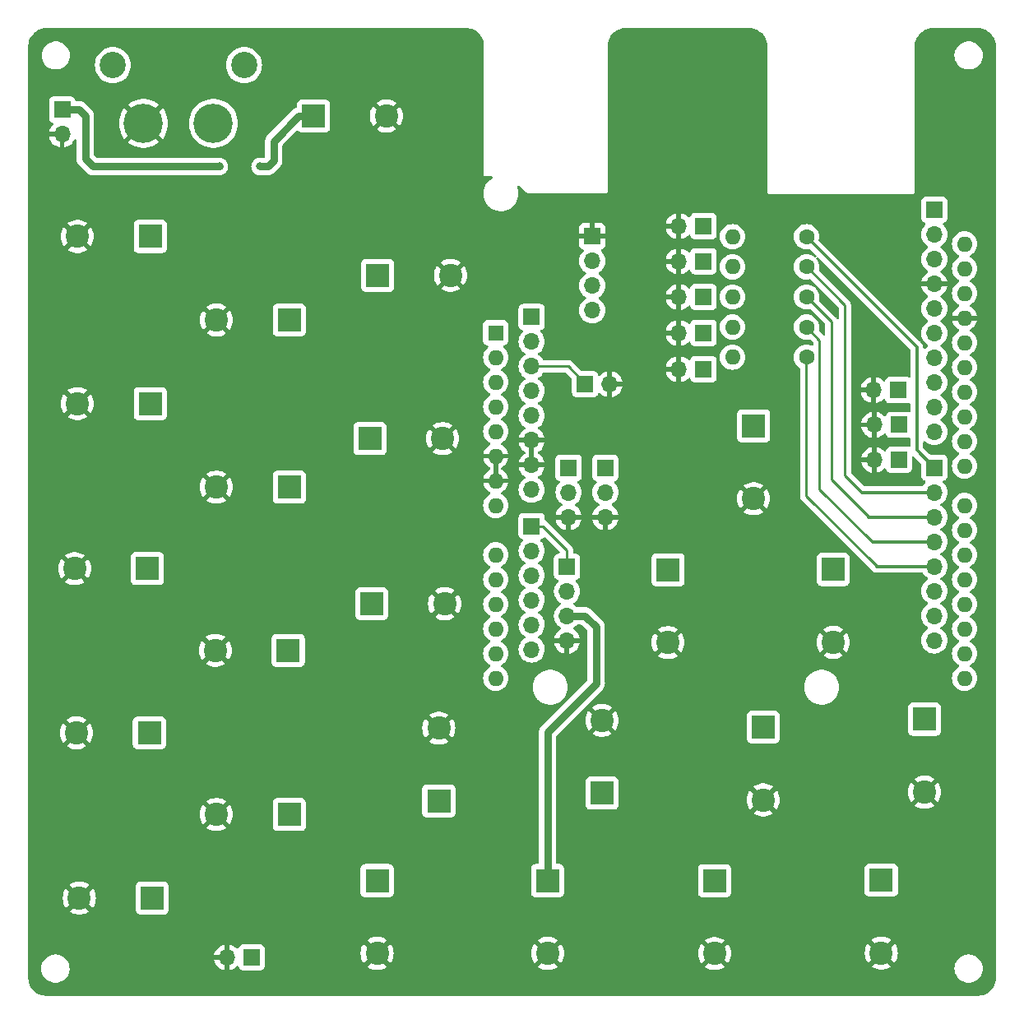
<source format=gbl>
%TF.GenerationSoftware,KiCad,Pcbnew,7.0.7*%
%TF.CreationDate,2023-09-19T14:40:45+02:00*%
%TF.ProjectId,Actuator,41637475-6174-46f7-922e-6b696361645f,v0.0*%
%TF.SameCoordinates,Original*%
%TF.FileFunction,Copper,L2,Bot*%
%TF.FilePolarity,Positive*%
%FSLAX46Y46*%
G04 Gerber Fmt 4.6, Leading zero omitted, Abs format (unit mm)*
G04 Created by KiCad (PCBNEW 7.0.7) date 2023-09-19 14:40:45*
%MOMM*%
%LPD*%
G01*
G04 APERTURE LIST*
%TA.AperFunction,ComponentPad*%
%ADD10R,1.700000X1.700000*%
%TD*%
%TA.AperFunction,ComponentPad*%
%ADD11O,1.700000X1.700000*%
%TD*%
%TA.AperFunction,ComponentPad*%
%ADD12C,1.600000*%
%TD*%
%TA.AperFunction,ComponentPad*%
%ADD13O,1.600000X1.600000*%
%TD*%
%TA.AperFunction,ComponentPad*%
%ADD14R,2.400000X2.400000*%
%TD*%
%TA.AperFunction,ComponentPad*%
%ADD15C,2.400000*%
%TD*%
%TA.AperFunction,ComponentPad*%
%ADD16C,4.050000*%
%TD*%
%TA.AperFunction,ComponentPad*%
%ADD17C,2.700000*%
%TD*%
%TA.AperFunction,ComponentPad*%
%ADD18R,1.600000X1.600000*%
%TD*%
%TA.AperFunction,ViaPad*%
%ADD19C,0.800000*%
%TD*%
%TA.AperFunction,Conductor*%
%ADD20C,0.250000*%
%TD*%
%TA.AperFunction,Conductor*%
%ADD21C,0.800000*%
%TD*%
%TA.AperFunction,Conductor*%
%ADD22C,0.300000*%
%TD*%
G04 APERTURE END LIST*
D10*
%TO.P,J17,1,Pin_1*%
%TO.N,Net-(J17-Pin_1)*%
X159579000Y-95619000D03*
D11*
%TO.P,J17,2,Pin_2*%
%TO.N,GND*%
X157039000Y-95619000D03*
%TD*%
D10*
%TO.P,J14,1,Pin_1*%
%TO.N,/D9*%
X179689000Y-101359000D03*
D11*
%TO.P,J14,2,Pin_2*%
%TO.N,GND*%
X177149000Y-101359000D03*
%TD*%
D12*
%TO.P,R1,1*%
%TO.N,/D3*%
X170179000Y-94394000D03*
D13*
%TO.P,R1,2*%
%TO.N,Net-(J17-Pin_1)*%
X162559000Y-94394000D03*
%TD*%
D10*
%TO.P,J13,1,Pin_1*%
%TO.N,/D8*%
X179689000Y-104959000D03*
D11*
%TO.P,J13,2,Pin_2*%
%TO.N,GND*%
X177149000Y-104959000D03*
%TD*%
D10*
%TO.P,J23,1,Pin_1*%
%TO.N,/5V*%
X93554000Y-68919000D03*
D11*
%TO.P,J23,2,Pin_2*%
%TO.N,GND*%
X93554000Y-71459000D03*
%TD*%
D14*
%TO.P,C18,1*%
%TO.N,/5V*%
X132329000Y-140081755D03*
D15*
%TO.P,C18,2*%
%TO.N,GND*%
X132329000Y-132581755D03*
%TD*%
D10*
%TO.P,J11,1,Pin_1*%
%TO.N,/3V3*%
X145689000Y-105779000D03*
D11*
%TO.P,J11,2,Pin_2*%
%TO.N,/A1*%
X145689000Y-108319000D03*
%TO.P,J11,3,Pin_3*%
%TO.N,GND*%
X145689000Y-110859000D03*
%TD*%
D14*
%TO.P,C24,1*%
%TO.N,/5V*%
X164729000Y-101469000D03*
D15*
%TO.P,C24,2*%
%TO.N,GND*%
X164729000Y-108969000D03*
%TD*%
D10*
%TO.P,J8,1,Pin_1*%
%TO.N,/D7*%
X183329000Y-105769000D03*
D11*
%TO.P,J8,2,Pin_2*%
%TO.N,/D6*%
X183329000Y-108309000D03*
%TO.P,J8,3,Pin_3*%
%TO.N,/D5*%
X183329000Y-110849000D03*
%TO.P,J8,4,Pin_4*%
%TO.N,/D4*%
X183329000Y-113389000D03*
%TO.P,J8,5,Pin_5*%
%TO.N,/D3*%
X183329000Y-115929000D03*
%TO.P,J8,6,Pin_6*%
%TO.N,/D2*%
X183329000Y-118469000D03*
%TO.P,J8,7,Pin_7*%
%TO.N,/D1*%
X183329000Y-121009000D03*
%TO.P,J8,8,Pin_8*%
%TO.N,/D0*%
X183329000Y-123549000D03*
%TD*%
D14*
%TO.P,C8,1*%
%TO.N,/SVCB*%
X143529000Y-148269000D03*
D15*
%TO.P,C8,2*%
%TO.N,GND*%
X143529000Y-155769000D03*
%TD*%
D10*
%TO.P,J20,1,Pin_1*%
%TO.N,Net-(J20-Pin_1)*%
X159579000Y-91894000D03*
D11*
%TO.P,J20,2,Pin_2*%
%TO.N,GND*%
X157039000Y-91894000D03*
%TD*%
D12*
%TO.P,R7,1*%
%TO.N,/D4*%
X170179000Y-91294000D03*
D13*
%TO.P,R7,2*%
%TO.N,Net-(J20-Pin_1)*%
X162559000Y-91294000D03*
%TD*%
D12*
%TO.P,R4,1*%
%TO.N,/D7*%
X170179000Y-81994000D03*
D13*
%TO.P,R4,2*%
%TO.N,Net-(J22-Pin_1)*%
X162559000Y-81994000D03*
%TD*%
D14*
%TO.P,C2,1*%
%TO.N,/SVCB*%
X102529000Y-133069000D03*
D15*
%TO.P,C2,2*%
%TO.N,GND*%
X95029000Y-133069000D03*
%TD*%
D14*
%TO.P,C23,1*%
%TO.N,/5V*%
X182329000Y-131669000D03*
D15*
%TO.P,C23,2*%
%TO.N,GND*%
X182329000Y-139169000D03*
%TD*%
D10*
%TO.P,J19,1,Pin_1*%
%TO.N,Net-(J19-Pin_1)*%
X159579000Y-84519000D03*
D11*
%TO.P,J19,2,Pin_2*%
%TO.N,GND*%
X157039000Y-84519000D03*
%TD*%
D10*
%TO.P,J5,1,Pin_1*%
%TO.N,unconnected-(J5-Pin_1-Pad1)*%
X141889000Y-90259000D03*
D11*
%TO.P,J5,2,Pin_2*%
%TO.N,/IOREF*%
X141889000Y-92799000D03*
%TO.P,J5,3,Pin_3*%
%TO.N,/RST*%
X141889000Y-95339000D03*
%TO.P,J5,4,Pin_4*%
%TO.N,/3V3*%
X141889000Y-97879000D03*
%TO.P,J5,5,Pin_5*%
%TO.N,/5V*%
X141889000Y-100419000D03*
%TO.P,J5,6,Pin_6*%
%TO.N,GND*%
X141889000Y-102959000D03*
%TO.P,J5,7,Pin_7*%
X141889000Y-105499000D03*
%TO.P,J5,8,Pin_8*%
%TO.N,/Vin*%
X141889000Y-108039000D03*
%TD*%
D14*
%TO.P,C22,1*%
%TO.N,/5V*%
X165729000Y-132469000D03*
D15*
%TO.P,C22,2*%
%TO.N,GND*%
X165729000Y-139969000D03*
%TD*%
D14*
%TO.P,C7,1*%
%TO.N,/SVCB*%
X160719000Y-148279000D03*
D15*
%TO.P,C7,2*%
%TO.N,GND*%
X160719000Y-155779000D03*
%TD*%
D10*
%TO.P,J10,1,Pin_1*%
%TO.N,/A0*%
X145529000Y-115949000D03*
D11*
%TO.P,J10,2,Pin_2*%
%TO.N,/D11*%
X145529000Y-118489000D03*
%TO.P,J10,3,Pin_3*%
%TO.N,/SVCB*%
X145529000Y-121029000D03*
%TO.P,J10,4,Pin_4*%
%TO.N,GND*%
X145529000Y-123569000D03*
%TD*%
D14*
%TO.P,C13,1*%
%TO.N,/SVCB*%
X177879000Y-148229000D03*
D15*
%TO.P,C13,2*%
%TO.N,GND*%
X177879000Y-155729000D03*
%TD*%
D14*
%TO.P,C15,1*%
%TO.N,/5V*%
X119429000Y-69569000D03*
D15*
%TO.P,C15,2*%
%TO.N,GND*%
X126929000Y-69569000D03*
%TD*%
D14*
%TO.P,C9,1*%
%TO.N,/SVCB*%
X125979000Y-148269000D03*
D15*
%TO.P,C9,2*%
%TO.N,GND*%
X125979000Y-155769000D03*
%TD*%
D10*
%TO.P,J12,1,Pin_1*%
%TO.N,/3V3*%
X149489000Y-105779000D03*
D11*
%TO.P,J12,2,Pin_2*%
%TO.N,/A2*%
X149489000Y-108319000D03*
%TO.P,J12,3,Pin_3*%
%TO.N,GND*%
X149489000Y-110859000D03*
%TD*%
D10*
%TO.P,J22,1,Pin_1*%
%TO.N,Net-(J22-Pin_1)*%
X159579000Y-80894000D03*
D11*
%TO.P,J22,2,Pin_2*%
%TO.N,GND*%
X157039000Y-80894000D03*
%TD*%
D10*
%TO.P,J16,1,Pin_1*%
%TO.N,/RST*%
X147389000Y-97169000D03*
D11*
%TO.P,J16,2,Pin_2*%
%TO.N,GND*%
X149929000Y-97169000D03*
%TD*%
D16*
%TO.P,J21,1,1*%
%TO.N,GND*%
X101929000Y-70331500D03*
%TO.P,J21,2,2*%
%TO.N,/VCC*%
X109129000Y-70331500D03*
D17*
%TO.P,J21,3,3*%
%TO.N,unconnected-(J21-Pad3)*%
X112279000Y-64331500D03*
%TO.P,J21,4,4*%
%TO.N,unconnected-(J21-Pad4)*%
X98779000Y-64331500D03*
%TD*%
D14*
%TO.P,C3,1*%
%TO.N,/SVCB*%
X102341754Y-116169000D03*
D15*
%TO.P,C3,2*%
%TO.N,GND*%
X94841754Y-116169000D03*
%TD*%
D12*
%TO.P,R3,1*%
%TO.N,/D6*%
X170189000Y-85094000D03*
D13*
%TO.P,R3,2*%
%TO.N,Net-(J19-Pin_1)*%
X162569000Y-85094000D03*
%TD*%
D10*
%TO.P,J7,1,Pin_1*%
%TO.N,/SCL*%
X183329000Y-79229000D03*
D11*
%TO.P,J7,2,Pin_2*%
%TO.N,/SDA*%
X183329000Y-81769000D03*
%TO.P,J7,3,Pin_3*%
%TO.N,/AREF*%
X183329000Y-84309000D03*
%TO.P,J7,4,Pin_4*%
%TO.N,GND*%
X183329000Y-86849000D03*
%TO.P,J7,5,Pin_5*%
%TO.N,/D13*%
X183329000Y-89389000D03*
%TO.P,J7,6,Pin_6*%
%TO.N,/D12*%
X183329000Y-91929000D03*
%TO.P,J7,7,Pin_7*%
%TO.N,/D11*%
X183329000Y-94469000D03*
%TO.P,J7,8,Pin_8*%
%TO.N,/D10*%
X183329000Y-97009000D03*
%TO.P,J7,9,Pin_9*%
%TO.N,/D9*%
X183329000Y-99549000D03*
%TO.P,J7,10,Pin_10*%
%TO.N,/D8*%
X183329000Y-102089000D03*
%TD*%
D14*
%TO.P,C1,1*%
%TO.N,/SVCB*%
X102829000Y-150069000D03*
D15*
%TO.P,C1,2*%
%TO.N,GND*%
X95329000Y-150069000D03*
%TD*%
D14*
%TO.P,C16,1*%
%TO.N,/5V*%
X126029000Y-85969000D03*
D15*
%TO.P,C16,2*%
%TO.N,GND*%
X133529000Y-85969000D03*
%TD*%
D12*
%TO.P,R2,1*%
%TO.N,/D5*%
X170189000Y-88194000D03*
D13*
%TO.P,R2,2*%
%TO.N,Net-(J18-Pin_1)*%
X162569000Y-88194000D03*
%TD*%
D14*
%TO.P,C10,1*%
%TO.N,/SVCB*%
X116929000Y-141469000D03*
D15*
%TO.P,C10,2*%
%TO.N,GND*%
X109429000Y-141469000D03*
%TD*%
D14*
%TO.P,C11,1*%
%TO.N,/SVCB*%
X116829000Y-124569000D03*
D15*
%TO.P,C11,2*%
%TO.N,GND*%
X109329000Y-124569000D03*
%TD*%
D14*
%TO.P,C12,1*%
%TO.N,/SVCB*%
X116929000Y-107769000D03*
D15*
%TO.P,C12,2*%
%TO.N,GND*%
X109429000Y-107769000D03*
%TD*%
D14*
%TO.P,C6,1*%
%TO.N,/SVCB*%
X116941754Y-90569000D03*
D15*
%TO.P,C6,2*%
%TO.N,GND*%
X109441754Y-90569000D03*
%TD*%
D14*
%TO.P,C4,1*%
%TO.N,/SVCB*%
X102629000Y-99169000D03*
D15*
%TO.P,C4,2*%
%TO.N,GND*%
X95129000Y-99169000D03*
%TD*%
D14*
%TO.P,C21,1*%
%TO.N,/5V*%
X155929000Y-116269000D03*
D15*
%TO.P,C21,2*%
%TO.N,GND*%
X155929000Y-123769000D03*
%TD*%
D14*
%TO.P,C17,1*%
%TO.N,/5V*%
X125429000Y-119769000D03*
D15*
%TO.P,C17,2*%
%TO.N,GND*%
X132929000Y-119769000D03*
%TD*%
D10*
%TO.P,J15,1,Pin_1*%
%TO.N,/D10*%
X179639000Y-97784000D03*
D11*
%TO.P,J15,2,Pin_2*%
%TO.N,GND*%
X177099000Y-97784000D03*
%TD*%
D14*
%TO.P,C19,1*%
%TO.N,/5V*%
X149129000Y-139281755D03*
D15*
%TO.P,C19,2*%
%TO.N,GND*%
X149129000Y-131781755D03*
%TD*%
D10*
%TO.P,J6,1,Pin_1*%
%TO.N,/A0*%
X141889000Y-111779000D03*
D11*
%TO.P,J6,2,Pin_2*%
%TO.N,/A1*%
X141889000Y-114319000D03*
%TO.P,J6,3,Pin_3*%
%TO.N,/A2*%
X141889000Y-116859000D03*
%TO.P,J6,4,Pin_4*%
%TO.N,/A3*%
X141889000Y-119399000D03*
%TO.P,J6,5,Pin_5*%
%TO.N,/A4*%
X141889000Y-121939000D03*
%TO.P,J6,6,Pin_6*%
%TO.N,/A5*%
X141889000Y-124479000D03*
%TD*%
D10*
%TO.P,J24,1,Pin_1*%
%TO.N,/SVCB*%
X113069000Y-156169000D03*
D11*
%TO.P,J24,2,Pin_2*%
%TO.N,GND*%
X110529000Y-156169000D03*
%TD*%
D14*
%TO.P,C20,1*%
%TO.N,/5V*%
X172929000Y-116256246D03*
D15*
%TO.P,C20,2*%
%TO.N,GND*%
X172929000Y-123756246D03*
%TD*%
D10*
%TO.P,J18,1,Pin_1*%
%TO.N,Net-(J18-Pin_1)*%
X159579000Y-88194000D03*
D11*
%TO.P,J18,2,Pin_2*%
%TO.N,GND*%
X157039000Y-88194000D03*
%TD*%
D10*
%TO.P,J9,1,Pin_1*%
%TO.N,GND*%
X148129000Y-81949000D03*
D11*
%TO.P,J9,2,Pin_2*%
%TO.N,/3V3*%
X148129000Y-84489000D03*
%TO.P,J9,3,Pin_3*%
%TO.N,/SCL*%
X148129000Y-87029000D03*
%TO.P,J9,4,Pin_4*%
%TO.N,/SDA*%
X148129000Y-89569000D03*
%TD*%
D14*
%TO.P,C14,1*%
%TO.N,/5V*%
X125229000Y-102769000D03*
D15*
%TO.P,C14,2*%
%TO.N,GND*%
X132729000Y-102769000D03*
%TD*%
D14*
%TO.P,C5,1*%
%TO.N,/SVCB*%
X102629000Y-81969000D03*
D15*
%TO.P,C5,2*%
%TO.N,GND*%
X95129000Y-81969000D03*
%TD*%
D18*
%TO.P,A1,1,NC*%
%TO.N,unconnected-(A1-NC-Pad1)*%
X138189000Y-91879000D03*
D13*
%TO.P,A1,2,IOREF*%
%TO.N,/IOREF*%
X138189000Y-94419000D03*
%TO.P,A1,3,~{RESET}*%
%TO.N,/RST*%
X138189000Y-96959000D03*
%TO.P,A1,4,3V3*%
%TO.N,/3V3*%
X138189000Y-99499000D03*
%TO.P,A1,5,+5V*%
%TO.N,/5V*%
X138189000Y-102039000D03*
%TO.P,A1,6,GND*%
%TO.N,GND*%
X138189000Y-104579000D03*
%TO.P,A1,7,GND*%
X138189000Y-107119000D03*
%TO.P,A1,8,VIN*%
%TO.N,/Vin*%
X138189000Y-109659000D03*
%TO.P,A1,9,A0*%
%TO.N,/A0*%
X138189000Y-114739000D03*
%TO.P,A1,10,A1*%
%TO.N,/A1*%
X138189000Y-117279000D03*
%TO.P,A1,11,A2*%
%TO.N,/A2*%
X138189000Y-119819000D03*
%TO.P,A1,12,A3*%
%TO.N,/A3*%
X138189000Y-122359000D03*
%TO.P,A1,13,SDA/A4*%
%TO.N,/A4*%
X138189000Y-124899000D03*
%TO.P,A1,14,SCL/A5*%
%TO.N,/A5*%
X138189000Y-127439000D03*
%TO.P,A1,15,D0/RX*%
%TO.N,/D0*%
X186449000Y-127439000D03*
%TO.P,A1,16,D1/TX*%
%TO.N,/D1*%
X186449000Y-124899000D03*
%TO.P,A1,17,D2*%
%TO.N,/D2*%
X186449000Y-122359000D03*
%TO.P,A1,18,D3*%
%TO.N,/D3*%
X186449000Y-119819000D03*
%TO.P,A1,19,D4*%
%TO.N,/D4*%
X186449000Y-117279000D03*
%TO.P,A1,20,D5*%
%TO.N,/D5*%
X186449000Y-114739000D03*
%TO.P,A1,21,D6*%
%TO.N,/D6*%
X186449000Y-112199000D03*
%TO.P,A1,22,D7*%
%TO.N,/D7*%
X186449000Y-109659000D03*
%TO.P,A1,23,D8*%
%TO.N,/D8*%
X186449000Y-105599000D03*
%TO.P,A1,24,D9*%
%TO.N,/D9*%
X186449000Y-103059000D03*
%TO.P,A1,25,D10*%
%TO.N,/D10*%
X186449000Y-100519000D03*
%TO.P,A1,26,D11*%
%TO.N,/D11*%
X186449000Y-97979000D03*
%TO.P,A1,27,D12*%
%TO.N,/D12*%
X186449000Y-95439000D03*
%TO.P,A1,28,D13*%
%TO.N,/D13*%
X186449000Y-92899000D03*
%TO.P,A1,29,GND*%
%TO.N,GND*%
X186449000Y-90359000D03*
%TO.P,A1,30,AREF*%
%TO.N,/AREF*%
X186449000Y-87819000D03*
%TO.P,A1,31,SDA/A4*%
%TO.N,/SDA*%
X186449000Y-85279000D03*
%TO.P,A1,32,SCL/A5*%
%TO.N,/SCL*%
X186449000Y-82739000D03*
%TD*%
D19*
%TO.N,/5V*%
X109729000Y-74769000D03*
X113929000Y-74769000D03*
%TO.N,GND*%
X152129000Y-157569000D03*
X177289000Y-92309000D03*
X179129000Y-117969000D03*
X161329000Y-127769000D03*
X133529000Y-69769000D03*
X164729000Y-105569000D03*
X115529000Y-78369000D03*
X103929000Y-141569000D03*
X167749000Y-101929000D03*
X103529000Y-90369000D03*
X169329000Y-157769000D03*
X153329000Y-100769000D03*
X186709000Y-78209000D03*
X121529000Y-132969000D03*
X171329000Y-144569000D03*
X154129000Y-144169000D03*
X103729000Y-107769000D03*
X134929000Y-110169000D03*
X122729000Y-94169000D03*
X157729000Y-73969000D03*
X140329000Y-129169000D03*
X134729000Y-157369000D03*
X177929000Y-87369000D03*
X137529000Y-144369000D03*
X122529000Y-111369000D03*
X142129000Y-83169000D03*
X103929000Y-124569000D03*
X171929000Y-79169000D03*
X187529000Y-107569000D03*
%TD*%
D20*
%TO.N,/RST*%
X145669000Y-95339000D02*
X147389000Y-97059000D01*
X147389000Y-97059000D02*
X147389000Y-97169000D01*
X141889000Y-95339000D02*
X145669000Y-95339000D01*
D21*
%TO.N,/5V*%
X115329000Y-72169000D02*
X115329000Y-74169000D01*
X95279000Y-68919000D02*
X93554000Y-68919000D01*
X115329000Y-74169000D02*
X114729000Y-74769000D01*
X117929000Y-69569000D02*
X115329000Y-72169000D01*
X109729000Y-74769000D02*
X96729000Y-74769000D01*
X119429000Y-69569000D02*
X117929000Y-69569000D01*
X114729000Y-74769000D02*
X113929000Y-74769000D01*
X95929000Y-73969000D02*
X95929000Y-69569000D01*
X95929000Y-69569000D02*
X95279000Y-68919000D01*
X96729000Y-74769000D02*
X95929000Y-73969000D01*
D20*
%TO.N,/A0*%
X141889000Y-111779000D02*
X143019000Y-111779000D01*
X143019000Y-111779000D02*
X145529000Y-114289000D01*
X145529000Y-114289000D02*
X145529000Y-115949000D01*
D22*
%TO.N,/D7*%
X181529000Y-103969000D02*
X181529000Y-93369000D01*
X183329000Y-105769000D02*
X181529000Y-103969000D01*
D20*
X181529000Y-93369000D02*
X170179000Y-82019000D01*
X170179000Y-82019000D02*
X170179000Y-81994000D01*
%TO.N,/D6*%
X174129000Y-106569000D02*
X174129000Y-89034000D01*
X175729000Y-108169000D02*
X174129000Y-106569000D01*
D22*
X175869000Y-108309000D02*
X175729000Y-108169000D01*
X183329000Y-108309000D02*
X175869000Y-108309000D01*
D20*
X174129000Y-89034000D02*
X170189000Y-85094000D01*
%TO.N,/D5*%
X176509000Y-110749000D02*
X172729000Y-106969000D01*
D22*
X176609000Y-110849000D02*
X176509000Y-110749000D01*
D20*
X172729000Y-106969000D02*
X172729000Y-90734000D01*
X172729000Y-90734000D02*
X170189000Y-88194000D01*
D22*
X183329000Y-110849000D02*
X176609000Y-110849000D01*
D20*
%TO.N,/D4*%
X171529000Y-92644000D02*
X171529000Y-107969000D01*
X170179000Y-91294000D02*
X171529000Y-92644000D01*
X171529000Y-107969000D02*
X176829000Y-113269000D01*
X176829000Y-113269000D02*
X176849000Y-113289000D01*
D22*
X176949000Y-113389000D02*
X176829000Y-113269000D01*
X183329000Y-113389000D02*
X176949000Y-113389000D01*
%TO.N,/D3*%
X183329000Y-115929000D02*
X177389000Y-115929000D01*
D20*
X170129000Y-94444000D02*
X170179000Y-94394000D01*
D22*
X177389000Y-115929000D02*
X177289000Y-115829000D01*
D20*
X177289000Y-115829000D02*
X170129000Y-108669000D01*
X170129000Y-108669000D02*
X170129000Y-94444000D01*
D21*
%TO.N,/SVCB*%
X147389000Y-121029000D02*
X145529000Y-121029000D01*
X143529000Y-148269000D02*
X143529000Y-132969000D01*
X143529000Y-132969000D02*
X148529000Y-127969000D01*
X148529000Y-122169000D02*
X147389000Y-121029000D01*
X148529000Y-127969000D02*
X148529000Y-122169000D01*
%TD*%
%TA.AperFunction,Conductor*%
%TO.N,GND*%
G36*
X171384012Y-84109682D02*
G01*
X171394269Y-84118859D01*
X176122141Y-88846732D01*
X180842180Y-93566771D01*
X180875665Y-93628094D01*
X180878499Y-93654452D01*
X180878499Y-96366500D01*
X180858814Y-96433539D01*
X180806010Y-96479294D01*
X180736852Y-96489238D01*
X180711167Y-96482682D01*
X180596485Y-96439909D01*
X180596483Y-96439908D01*
X180536883Y-96433501D01*
X180536881Y-96433500D01*
X180536873Y-96433500D01*
X180536864Y-96433500D01*
X178741129Y-96433500D01*
X178741123Y-96433501D01*
X178681516Y-96439908D01*
X178546671Y-96490202D01*
X178546664Y-96490206D01*
X178431455Y-96576452D01*
X178431452Y-96576455D01*
X178345206Y-96691664D01*
X178345202Y-96691671D01*
X178295997Y-96823598D01*
X178254126Y-96879532D01*
X178188661Y-96903949D01*
X178120388Y-96889097D01*
X178092134Y-96867946D01*
X177970082Y-96745894D01*
X177776578Y-96610399D01*
X177562492Y-96510570D01*
X177562486Y-96510567D01*
X177349000Y-96453364D01*
X177349000Y-97171698D01*
X177329315Y-97238737D01*
X177276511Y-97284492D01*
X177207355Y-97294436D01*
X177134766Y-97284000D01*
X177134763Y-97284000D01*
X177063237Y-97284000D01*
X177063233Y-97284000D01*
X176990645Y-97294436D01*
X176921487Y-97284492D01*
X176868684Y-97238736D01*
X176849000Y-97171698D01*
X176849000Y-96453364D01*
X176848999Y-96453364D01*
X176635513Y-96510567D01*
X176635507Y-96510570D01*
X176421422Y-96610399D01*
X176421420Y-96610400D01*
X176227926Y-96745886D01*
X176227920Y-96745891D01*
X176060891Y-96912920D01*
X176060886Y-96912926D01*
X175925400Y-97106420D01*
X175925399Y-97106422D01*
X175825570Y-97320507D01*
X175825567Y-97320513D01*
X175768364Y-97533999D01*
X175768364Y-97534000D01*
X176485653Y-97534000D01*
X176552692Y-97553685D01*
X176598447Y-97606489D01*
X176608391Y-97675647D01*
X176604631Y-97692933D01*
X176599000Y-97712111D01*
X176599000Y-97855888D01*
X176604631Y-97875067D01*
X176604630Y-97944936D01*
X176566855Y-98003714D01*
X176503299Y-98032738D01*
X176485653Y-98034000D01*
X175768364Y-98034000D01*
X175825567Y-98247486D01*
X175825570Y-98247492D01*
X175925399Y-98461578D01*
X176060894Y-98655082D01*
X176227917Y-98822105D01*
X176421421Y-98957600D01*
X176635507Y-99057429D01*
X176635516Y-99057433D01*
X176849000Y-99114634D01*
X176849000Y-98396301D01*
X176868685Y-98329262D01*
X176921489Y-98283507D01*
X176990647Y-98273563D01*
X177063237Y-98284000D01*
X177063238Y-98284000D01*
X177134762Y-98284000D01*
X177134763Y-98284000D01*
X177207353Y-98273563D01*
X177276512Y-98283507D01*
X177329315Y-98329262D01*
X177349000Y-98396301D01*
X177349000Y-99114633D01*
X177562483Y-99057433D01*
X177562492Y-99057429D01*
X177776578Y-98957600D01*
X177970078Y-98822108D01*
X178092133Y-98700053D01*
X178153456Y-98666568D01*
X178223148Y-98671552D01*
X178279082Y-98713423D01*
X178295997Y-98744401D01*
X178345202Y-98876328D01*
X178345206Y-98876335D01*
X178431452Y-98991544D01*
X178431455Y-98991547D01*
X178546664Y-99077793D01*
X178546671Y-99077797D01*
X178681517Y-99128091D01*
X178681516Y-99128091D01*
X178688444Y-99128835D01*
X178741127Y-99134500D01*
X180536872Y-99134499D01*
X180596483Y-99128091D01*
X180634751Y-99113818D01*
X180711167Y-99085317D01*
X180780859Y-99080333D01*
X180842182Y-99113818D01*
X180875666Y-99175142D01*
X180878500Y-99201499D01*
X180878500Y-99922852D01*
X180858815Y-99989891D01*
X180806011Y-100035646D01*
X180736853Y-100045590D01*
X180711167Y-100039034D01*
X180646482Y-100014908D01*
X180646483Y-100014908D01*
X180586883Y-100008501D01*
X180586881Y-100008500D01*
X180586873Y-100008500D01*
X180586864Y-100008500D01*
X178791129Y-100008500D01*
X178791123Y-100008501D01*
X178731516Y-100014908D01*
X178596671Y-100065202D01*
X178596664Y-100065206D01*
X178481455Y-100151452D01*
X178481452Y-100151455D01*
X178395206Y-100266664D01*
X178395202Y-100266671D01*
X178345997Y-100398598D01*
X178304126Y-100454532D01*
X178238661Y-100478949D01*
X178170388Y-100464097D01*
X178142134Y-100442946D01*
X178020082Y-100320894D01*
X177826578Y-100185399D01*
X177612492Y-100085570D01*
X177612486Y-100085567D01*
X177399000Y-100028364D01*
X177399000Y-100746698D01*
X177379315Y-100813737D01*
X177326511Y-100859492D01*
X177257355Y-100869436D01*
X177184766Y-100859000D01*
X177184763Y-100859000D01*
X177113237Y-100859000D01*
X177113233Y-100859000D01*
X177040645Y-100869436D01*
X176971487Y-100859492D01*
X176918684Y-100813736D01*
X176899000Y-100746698D01*
X176899000Y-100028364D01*
X176898999Y-100028364D01*
X176685513Y-100085567D01*
X176685507Y-100085570D01*
X176471422Y-100185399D01*
X176471420Y-100185400D01*
X176277926Y-100320886D01*
X176277920Y-100320891D01*
X176110891Y-100487920D01*
X176110886Y-100487926D01*
X175975400Y-100681420D01*
X175975399Y-100681422D01*
X175875570Y-100895507D01*
X175875567Y-100895513D01*
X175818364Y-101108999D01*
X175818364Y-101109000D01*
X176535653Y-101109000D01*
X176602692Y-101128685D01*
X176648447Y-101181489D01*
X176658391Y-101250647D01*
X176654631Y-101267933D01*
X176649000Y-101287111D01*
X176649000Y-101430888D01*
X176654631Y-101450067D01*
X176654630Y-101519936D01*
X176616855Y-101578714D01*
X176553299Y-101607738D01*
X176535653Y-101609000D01*
X175818364Y-101609000D01*
X175875567Y-101822486D01*
X175875570Y-101822492D01*
X175975399Y-102036578D01*
X176110894Y-102230082D01*
X176277917Y-102397105D01*
X176471421Y-102532600D01*
X176685507Y-102632429D01*
X176685516Y-102632433D01*
X176899000Y-102689634D01*
X176899000Y-101971301D01*
X176918685Y-101904262D01*
X176971489Y-101858507D01*
X177040647Y-101848563D01*
X177113237Y-101859000D01*
X177113238Y-101859000D01*
X177184762Y-101859000D01*
X177184763Y-101859000D01*
X177257353Y-101848563D01*
X177326512Y-101858507D01*
X177379315Y-101904262D01*
X177399000Y-101971301D01*
X177399000Y-102689633D01*
X177612483Y-102632433D01*
X177612492Y-102632429D01*
X177826578Y-102532600D01*
X178020078Y-102397108D01*
X178142133Y-102275053D01*
X178203456Y-102241568D01*
X178273148Y-102246552D01*
X178329082Y-102288423D01*
X178345997Y-102319401D01*
X178395202Y-102451328D01*
X178395206Y-102451335D01*
X178481452Y-102566544D01*
X178481455Y-102566547D01*
X178596664Y-102652793D01*
X178596671Y-102652797D01*
X178731517Y-102703091D01*
X178731516Y-102703091D01*
X178738444Y-102703835D01*
X178791127Y-102709500D01*
X180586872Y-102709499D01*
X180646483Y-102703091D01*
X180711168Y-102678964D01*
X180780858Y-102673981D01*
X180842181Y-102707465D01*
X180875666Y-102768788D01*
X180878500Y-102795147D01*
X180878500Y-103522852D01*
X180858815Y-103589891D01*
X180806011Y-103635646D01*
X180736853Y-103645590D01*
X180711167Y-103639034D01*
X180646482Y-103614908D01*
X180646483Y-103614908D01*
X180586883Y-103608501D01*
X180586881Y-103608500D01*
X180586873Y-103608500D01*
X180586864Y-103608500D01*
X178791129Y-103608500D01*
X178791123Y-103608501D01*
X178731516Y-103614908D01*
X178596671Y-103665202D01*
X178596664Y-103665206D01*
X178481455Y-103751452D01*
X178481452Y-103751455D01*
X178395206Y-103866664D01*
X178395202Y-103866671D01*
X178345997Y-103998598D01*
X178304126Y-104054532D01*
X178238661Y-104078949D01*
X178170388Y-104064097D01*
X178142134Y-104042946D01*
X178020082Y-103920894D01*
X177826578Y-103785399D01*
X177612492Y-103685570D01*
X177612486Y-103685567D01*
X177399000Y-103628364D01*
X177399000Y-104346698D01*
X177379315Y-104413737D01*
X177326511Y-104459492D01*
X177257355Y-104469436D01*
X177184766Y-104459000D01*
X177184763Y-104459000D01*
X177113237Y-104459000D01*
X177113233Y-104459000D01*
X177040645Y-104469436D01*
X176971487Y-104459492D01*
X176918684Y-104413736D01*
X176899000Y-104346698D01*
X176899000Y-103628364D01*
X176898999Y-103628364D01*
X176685513Y-103685567D01*
X176685507Y-103685570D01*
X176471422Y-103785399D01*
X176471420Y-103785400D01*
X176277926Y-103920886D01*
X176277920Y-103920891D01*
X176110891Y-104087920D01*
X176110886Y-104087926D01*
X175975400Y-104281420D01*
X175975399Y-104281422D01*
X175875570Y-104495507D01*
X175875567Y-104495513D01*
X175818364Y-104708999D01*
X175818364Y-104709000D01*
X176535653Y-104709000D01*
X176602692Y-104728685D01*
X176648447Y-104781489D01*
X176658391Y-104850647D01*
X176654631Y-104867933D01*
X176649000Y-104887111D01*
X176649000Y-105030888D01*
X176654631Y-105050067D01*
X176654630Y-105119936D01*
X176616855Y-105178714D01*
X176553299Y-105207738D01*
X176535653Y-105209000D01*
X175818364Y-105209000D01*
X175875567Y-105422486D01*
X175875570Y-105422492D01*
X175975399Y-105636578D01*
X176110894Y-105830082D01*
X176277917Y-105997105D01*
X176471421Y-106132600D01*
X176685507Y-106232429D01*
X176685516Y-106232433D01*
X176899000Y-106289634D01*
X176899000Y-105571301D01*
X176918685Y-105504262D01*
X176971489Y-105458507D01*
X177040647Y-105448563D01*
X177113237Y-105459000D01*
X177113238Y-105459000D01*
X177184762Y-105459000D01*
X177184763Y-105459000D01*
X177257353Y-105448563D01*
X177326512Y-105458507D01*
X177379315Y-105504262D01*
X177399000Y-105571301D01*
X177399000Y-106289633D01*
X177612483Y-106232433D01*
X177612492Y-106232429D01*
X177826578Y-106132600D01*
X178020078Y-105997108D01*
X178142133Y-105875053D01*
X178203456Y-105841568D01*
X178273148Y-105846552D01*
X178329082Y-105888423D01*
X178345997Y-105919401D01*
X178395202Y-106051328D01*
X178395206Y-106051335D01*
X178481452Y-106166544D01*
X178481455Y-106166547D01*
X178596664Y-106252793D01*
X178596671Y-106252797D01*
X178731517Y-106303091D01*
X178731516Y-106303091D01*
X178738444Y-106303835D01*
X178791127Y-106309500D01*
X180586872Y-106309499D01*
X180646483Y-106303091D01*
X180781331Y-106252796D01*
X180896546Y-106166546D01*
X180982796Y-106051331D01*
X181033091Y-105916483D01*
X181039500Y-105856873D01*
X181039499Y-104698806D01*
X181059184Y-104631768D01*
X181111987Y-104586013D01*
X181181146Y-104576069D01*
X181244702Y-104605094D01*
X181251180Y-104611126D01*
X181942181Y-105302127D01*
X181975666Y-105363450D01*
X181978500Y-105389808D01*
X181978500Y-106666870D01*
X181978501Y-106666876D01*
X181984908Y-106726483D01*
X182035202Y-106861328D01*
X182035206Y-106861335D01*
X182121452Y-106976544D01*
X182121455Y-106976547D01*
X182236664Y-107062793D01*
X182236671Y-107062797D01*
X182368081Y-107111810D01*
X182424015Y-107153681D01*
X182448432Y-107219145D01*
X182433580Y-107287418D01*
X182412430Y-107315673D01*
X182290503Y-107437600D01*
X182236364Y-107514920D01*
X182176354Y-107600625D01*
X182172854Y-107605623D01*
X182118277Y-107649248D01*
X182071279Y-107658500D01*
X176174658Y-107658500D01*
X176107619Y-107638815D01*
X176098658Y-107632480D01*
X176062764Y-107604638D01*
X176062758Y-107604635D01*
X176060605Y-107603703D01*
X176056735Y-107601073D01*
X176056052Y-107600669D01*
X176056077Y-107600625D01*
X176022175Y-107577585D01*
X174790819Y-106346228D01*
X174757334Y-106284905D01*
X174754500Y-106258547D01*
X174754500Y-89116737D01*
X174756224Y-89101123D01*
X174755938Y-89101096D01*
X174756672Y-89093333D01*
X174754500Y-89024202D01*
X174754500Y-88994651D01*
X174754500Y-88994650D01*
X174753629Y-88987759D01*
X174753172Y-88981945D01*
X174753013Y-88976893D01*
X174751709Y-88935372D01*
X174746120Y-88916137D01*
X174742174Y-88897084D01*
X174739664Y-88877208D01*
X174722501Y-88833859D01*
X174720614Y-88828346D01*
X174717912Y-88819047D01*
X174707617Y-88783610D01*
X174697421Y-88766369D01*
X174688860Y-88748893D01*
X174681486Y-88730269D01*
X174681486Y-88730267D01*
X174667610Y-88711169D01*
X174654083Y-88692550D01*
X174650900Y-88687705D01*
X174627170Y-88647579D01*
X174627165Y-88647573D01*
X174613005Y-88633413D01*
X174600370Y-88618620D01*
X174588593Y-88602412D01*
X174552693Y-88572713D01*
X174548381Y-88568790D01*
X171488413Y-85508822D01*
X171454928Y-85447499D01*
X171456319Y-85389048D01*
X171461691Y-85369000D01*
X171474635Y-85320692D01*
X171494468Y-85094000D01*
X171474635Y-84867308D01*
X171419494Y-84661517D01*
X171415741Y-84647511D01*
X171415738Y-84647502D01*
X171389338Y-84590888D01*
X171319568Y-84441266D01*
X171238300Y-84325202D01*
X171205014Y-84277664D01*
X171182687Y-84211457D01*
X171199698Y-84143690D01*
X171250646Y-84095878D01*
X171319356Y-84083200D01*
X171384012Y-84109682D01*
G37*
%TD.AperFunction*%
%TA.AperFunction,Conductor*%
G36*
X138366512Y-105078507D02*
G01*
X138419315Y-105124262D01*
X138439000Y-105191301D01*
X138439000Y-106506698D01*
X138419315Y-106573737D01*
X138366511Y-106619492D01*
X138297355Y-106629436D01*
X138224766Y-106619000D01*
X138224763Y-106619000D01*
X138153237Y-106619000D01*
X138153233Y-106619000D01*
X138080645Y-106629436D01*
X138011487Y-106619492D01*
X137958684Y-106573736D01*
X137939000Y-106506698D01*
X137939000Y-105191301D01*
X137958685Y-105124262D01*
X138011489Y-105078507D01*
X138080647Y-105068563D01*
X138153237Y-105079000D01*
X138153238Y-105079000D01*
X138224762Y-105079000D01*
X138224763Y-105079000D01*
X138297353Y-105068563D01*
X138366512Y-105078507D01*
G37*
%TD.AperFunction*%
%TA.AperFunction,Conductor*%
G36*
X142066512Y-103458507D02*
G01*
X142119315Y-103504262D01*
X142139000Y-103571301D01*
X142139000Y-104886698D01*
X142119315Y-104953737D01*
X142066511Y-104999492D01*
X141997355Y-105009436D01*
X141924766Y-104999000D01*
X141924763Y-104999000D01*
X141853237Y-104999000D01*
X141853233Y-104999000D01*
X141780645Y-105009436D01*
X141711487Y-104999492D01*
X141658684Y-104953736D01*
X141639000Y-104886698D01*
X141639000Y-103571301D01*
X141658685Y-103504262D01*
X141711489Y-103458507D01*
X141780647Y-103448563D01*
X141853237Y-103459000D01*
X141853238Y-103459000D01*
X141924762Y-103459000D01*
X141924763Y-103459000D01*
X141997353Y-103448563D01*
X142066512Y-103458507D01*
G37*
%TD.AperFunction*%
%TA.AperFunction,Conductor*%
G36*
X164331018Y-60519633D02*
G01*
X164495543Y-60530415D01*
X164559832Y-60534629D01*
X164567865Y-60535687D01*
X164778438Y-60577572D01*
X164790753Y-60580022D01*
X164798596Y-60582123D01*
X165013800Y-60655175D01*
X165021274Y-60658271D01*
X165225107Y-60758790D01*
X165232132Y-60762847D01*
X165246558Y-60772486D01*
X165421088Y-60889104D01*
X165427516Y-60894036D01*
X165598380Y-61043878D01*
X165604119Y-61049617D01*
X165753961Y-61220480D01*
X165758899Y-61226916D01*
X165885152Y-61415867D01*
X165889211Y-61422897D01*
X165894175Y-61432963D01*
X165989722Y-61626712D01*
X165992826Y-61634207D01*
X166009428Y-61683113D01*
X166065876Y-61849404D01*
X166067977Y-61857246D01*
X166112310Y-62080121D01*
X166113370Y-62088170D01*
X166128367Y-62316980D01*
X166128500Y-62321036D01*
X166128500Y-72296409D01*
X166128500Y-72296410D01*
X166128500Y-76746409D01*
X166128500Y-76746410D01*
X166128500Y-77146410D01*
X166128500Y-77323237D01*
X166128500Y-77414763D01*
X166132493Y-77423054D01*
X166141660Y-77449253D01*
X166143710Y-77458231D01*
X166143711Y-77458233D01*
X166143712Y-77458234D01*
X166149449Y-77465428D01*
X166164218Y-77488931D01*
X166168211Y-77497223D01*
X166168212Y-77497224D01*
X166175406Y-77502961D01*
X166195038Y-77522593D01*
X166200776Y-77529788D01*
X166209065Y-77533779D01*
X166232570Y-77548549D01*
X166239769Y-77554290D01*
X166248743Y-77556338D01*
X166274944Y-77565506D01*
X166283237Y-77569500D01*
X181174762Y-77569500D01*
X181174763Y-77569500D01*
X181183049Y-77565508D01*
X181209262Y-77556337D01*
X181211446Y-77555838D01*
X181218231Y-77554290D01*
X181225422Y-77548554D01*
X181248933Y-77533780D01*
X181257224Y-77529788D01*
X181262955Y-77522600D01*
X181282601Y-77502955D01*
X181289788Y-77497224D01*
X181293782Y-77488931D01*
X181308556Y-77465420D01*
X181311546Y-77461671D01*
X181314290Y-77458231D01*
X181316336Y-77449262D01*
X181325510Y-77423047D01*
X181329500Y-77414763D01*
X181329500Y-77323237D01*
X181329499Y-63329005D01*
X185413528Y-63329005D01*
X185433379Y-63568559D01*
X185492389Y-63801589D01*
X185588951Y-64021729D01*
X185720427Y-64222966D01*
X185720429Y-64222969D01*
X185883236Y-64399825D01*
X185883239Y-64399827D01*
X185883242Y-64399830D01*
X186072924Y-64547466D01*
X186072930Y-64547470D01*
X186072933Y-64547472D01*
X186284344Y-64661882D01*
X186284347Y-64661883D01*
X186511699Y-64739933D01*
X186511701Y-64739933D01*
X186511703Y-64739934D01*
X186748808Y-64779500D01*
X186748809Y-64779500D01*
X186989191Y-64779500D01*
X186989192Y-64779500D01*
X187226297Y-64739934D01*
X187453656Y-64661882D01*
X187665067Y-64547472D01*
X187854764Y-64399825D01*
X188017571Y-64222969D01*
X188149049Y-64021728D01*
X188245610Y-63801591D01*
X188304620Y-63568563D01*
X188324471Y-63329000D01*
X188324429Y-63328494D01*
X188306870Y-63116592D01*
X188304620Y-63089437D01*
X188245610Y-62856409D01*
X188149049Y-62636272D01*
X188017571Y-62435031D01*
X187854764Y-62258175D01*
X187854759Y-62258171D01*
X187854757Y-62258169D01*
X187665075Y-62110533D01*
X187665069Y-62110529D01*
X187453657Y-61996118D01*
X187453652Y-61996116D01*
X187226300Y-61918066D01*
X187048468Y-61888391D01*
X186989192Y-61878500D01*
X186748808Y-61878500D01*
X186701387Y-61886413D01*
X186511699Y-61918066D01*
X186284347Y-61996116D01*
X186284342Y-61996118D01*
X186072930Y-62110529D01*
X186072924Y-62110533D01*
X185883242Y-62258169D01*
X185883239Y-62258172D01*
X185720430Y-62435029D01*
X185720427Y-62435033D01*
X185588951Y-62636270D01*
X185492389Y-62856410D01*
X185433379Y-63089440D01*
X185413528Y-63328994D01*
X185413528Y-63329005D01*
X181329499Y-63329005D01*
X181329499Y-62345222D01*
X181329632Y-62341166D01*
X181344751Y-62110508D01*
X181345808Y-62102483D01*
X181390507Y-61877766D01*
X181392608Y-61869927D01*
X181396913Y-61857246D01*
X181466257Y-61652962D01*
X181469353Y-61645488D01*
X181570698Y-61439982D01*
X181574752Y-61432963D01*
X181702046Y-61242454D01*
X181706975Y-61236032D01*
X181858051Y-61063764D01*
X181863773Y-61058042D01*
X182036040Y-60906969D01*
X182042471Y-60902035D01*
X182046864Y-60899100D01*
X182232990Y-60774735D01*
X182239991Y-60770693D01*
X182445491Y-60669353D01*
X182452980Y-60666251D01*
X182476472Y-60658277D01*
X182573480Y-60625348D01*
X182669944Y-60592604D01*
X182677769Y-60590506D01*
X182902494Y-60545806D01*
X182910521Y-60544749D01*
X183001636Y-60538778D01*
X183141194Y-60529633D01*
X183145249Y-60529500D01*
X183183095Y-60529500D01*
X187829118Y-60529500D01*
X187866962Y-60529500D01*
X187871018Y-60529633D01*
X188035543Y-60540415D01*
X188099832Y-60544629D01*
X188107865Y-60545687D01*
X188318438Y-60587572D01*
X188330753Y-60590022D01*
X188338596Y-60592123D01*
X188553800Y-60665175D01*
X188561274Y-60668271D01*
X188765107Y-60768790D01*
X188772132Y-60772847D01*
X188961088Y-60899104D01*
X188967516Y-60904036D01*
X189138380Y-61053878D01*
X189144119Y-61059617D01*
X189293961Y-61230480D01*
X189298899Y-61236916D01*
X189425152Y-61425867D01*
X189429211Y-61432897D01*
X189528489Y-61634213D01*
X189529722Y-61636712D01*
X189532826Y-61644207D01*
X189556700Y-61714534D01*
X189605876Y-61859404D01*
X189607977Y-61867246D01*
X189652310Y-62090121D01*
X189653370Y-62098170D01*
X189668367Y-62326981D01*
X189668500Y-62331037D01*
X189668500Y-158326962D01*
X189668367Y-158331018D01*
X189653370Y-158559829D01*
X189652310Y-158567878D01*
X189607977Y-158790753D01*
X189605876Y-158798595D01*
X189532829Y-159013786D01*
X189529722Y-159021287D01*
X189429212Y-159225101D01*
X189425152Y-159232132D01*
X189298899Y-159421083D01*
X189293957Y-159427524D01*
X189144121Y-159598380D01*
X189138380Y-159604121D01*
X188967524Y-159753957D01*
X188961083Y-159758899D01*
X188772132Y-159885152D01*
X188765101Y-159889212D01*
X188561287Y-159989722D01*
X188553786Y-159992829D01*
X188338595Y-160065876D01*
X188330753Y-160067977D01*
X188107878Y-160112310D01*
X188099829Y-160113370D01*
X187871018Y-160128367D01*
X187866962Y-160128500D01*
X91871038Y-160128500D01*
X91866982Y-160128367D01*
X91638170Y-160113370D01*
X91630121Y-160112310D01*
X91407246Y-160067977D01*
X91399404Y-160065876D01*
X91260329Y-160018666D01*
X91184207Y-159992826D01*
X91176718Y-159989724D01*
X90972897Y-159889211D01*
X90965867Y-159885152D01*
X90776916Y-159758899D01*
X90770480Y-159753961D01*
X90599617Y-159604119D01*
X90593878Y-159598380D01*
X90444036Y-159427516D01*
X90439104Y-159421088D01*
X90312847Y-159232132D01*
X90308790Y-159225107D01*
X90208271Y-159021274D01*
X90205175Y-159013800D01*
X90132123Y-158798595D01*
X90130022Y-158790753D01*
X90127572Y-158778438D01*
X90085687Y-158567865D01*
X90084629Y-158559828D01*
X90069633Y-158331018D01*
X90069500Y-158326962D01*
X90069500Y-157329005D01*
X91413529Y-157329005D01*
X91433379Y-157568559D01*
X91492389Y-157801589D01*
X91588951Y-158021729D01*
X91720427Y-158222966D01*
X91720429Y-158222969D01*
X91883236Y-158399825D01*
X91883239Y-158399827D01*
X91883242Y-158399830D01*
X92072924Y-158547466D01*
X92072930Y-158547470D01*
X92072933Y-158547472D01*
X92284344Y-158661882D01*
X92284347Y-158661883D01*
X92511699Y-158739933D01*
X92511701Y-158739933D01*
X92511703Y-158739934D01*
X92748808Y-158779500D01*
X92748809Y-158779500D01*
X92989191Y-158779500D01*
X92989192Y-158779500D01*
X93226297Y-158739934D01*
X93453656Y-158661882D01*
X93665067Y-158547472D01*
X93854764Y-158399825D01*
X94017571Y-158222969D01*
X94149049Y-158021728D01*
X94245610Y-157801591D01*
X94304620Y-157568563D01*
X94316185Y-157428999D01*
X94324471Y-157329005D01*
X94324471Y-157328994D01*
X94309285Y-157145737D01*
X94304620Y-157089437D01*
X94245610Y-156856409D01*
X94149049Y-156636272D01*
X94146579Y-156632492D01*
X94017572Y-156435033D01*
X94017571Y-156435031D01*
X94002813Y-156419000D01*
X109198364Y-156419000D01*
X109255567Y-156632486D01*
X109255570Y-156632492D01*
X109355399Y-156846578D01*
X109490894Y-157040082D01*
X109657917Y-157207105D01*
X109851421Y-157342600D01*
X110065507Y-157442429D01*
X110065516Y-157442433D01*
X110279000Y-157499634D01*
X110279000Y-156781301D01*
X110298685Y-156714262D01*
X110351489Y-156668507D01*
X110420647Y-156658563D01*
X110493237Y-156669000D01*
X110493238Y-156669000D01*
X110564762Y-156669000D01*
X110564763Y-156669000D01*
X110637352Y-156658563D01*
X110706510Y-156668507D01*
X110759314Y-156714261D01*
X110778999Y-156781301D01*
X110778999Y-157499633D01*
X110992483Y-157442433D01*
X110992492Y-157442429D01*
X111206578Y-157342600D01*
X111400078Y-157207108D01*
X111522133Y-157085053D01*
X111583456Y-157051568D01*
X111653148Y-157056552D01*
X111709082Y-157098423D01*
X111725997Y-157129401D01*
X111775202Y-157261328D01*
X111775206Y-157261335D01*
X111861452Y-157376544D01*
X111861455Y-157376547D01*
X111976664Y-157462793D01*
X111976671Y-157462797D01*
X112111517Y-157513091D01*
X112111516Y-157513091D01*
X112118444Y-157513835D01*
X112171127Y-157519500D01*
X113966872Y-157519499D01*
X114026483Y-157513091D01*
X114161331Y-157462796D01*
X114276546Y-157376546D01*
X114362796Y-157261331D01*
X114413091Y-157126483D01*
X114419500Y-157066873D01*
X114419499Y-155769004D01*
X124274233Y-155769004D01*
X124293273Y-156023079D01*
X124349968Y-156271477D01*
X124349973Y-156271494D01*
X124443058Y-156508671D01*
X124443057Y-156508671D01*
X124570457Y-156729332D01*
X124612452Y-156781993D01*
X125297590Y-156096855D01*
X125358913Y-156063370D01*
X125428604Y-156068354D01*
X125483645Y-156109049D01*
X125520382Y-156156925D01*
X125551075Y-156196925D01*
X125638948Y-156264353D01*
X125680150Y-156320781D01*
X125684305Y-156390527D01*
X125651142Y-156450409D01*
X124965813Y-157135737D01*
X125126623Y-157245375D01*
X125126624Y-157245376D01*
X125356176Y-157355921D01*
X125356174Y-157355921D01*
X125599652Y-157431024D01*
X125599658Y-157431026D01*
X125851595Y-157468999D01*
X125851604Y-157469000D01*
X126106396Y-157469000D01*
X126106404Y-157468999D01*
X126358341Y-157431026D01*
X126358347Y-157431024D01*
X126601824Y-157355921D01*
X126831381Y-157245373D01*
X126992185Y-157135737D01*
X126306856Y-156450409D01*
X126273371Y-156389086D01*
X126278355Y-156319395D01*
X126319049Y-156264353D01*
X126406925Y-156196925D01*
X126474354Y-156109048D01*
X126530779Y-156067848D01*
X126600525Y-156063693D01*
X126660409Y-156096856D01*
X127345545Y-156781993D01*
X127387545Y-156729327D01*
X127514941Y-156508671D01*
X127608026Y-156271494D01*
X127608031Y-156271477D01*
X127664726Y-156023079D01*
X127683767Y-155769004D01*
X141824233Y-155769004D01*
X141843273Y-156023079D01*
X141899968Y-156271477D01*
X141899973Y-156271494D01*
X141993058Y-156508671D01*
X141993057Y-156508671D01*
X142120457Y-156729332D01*
X142162452Y-156781993D01*
X142847590Y-156096855D01*
X142908913Y-156063370D01*
X142978604Y-156068354D01*
X143033645Y-156109049D01*
X143070382Y-156156925D01*
X143101075Y-156196925D01*
X143188948Y-156264353D01*
X143230150Y-156320781D01*
X143234305Y-156390527D01*
X143201142Y-156450409D01*
X142515813Y-157135737D01*
X142676623Y-157245375D01*
X142676624Y-157245376D01*
X142906176Y-157355921D01*
X142906174Y-157355921D01*
X143149652Y-157431024D01*
X143149658Y-157431026D01*
X143401595Y-157468999D01*
X143401604Y-157469000D01*
X143656396Y-157469000D01*
X143656404Y-157468999D01*
X143908341Y-157431026D01*
X143908347Y-157431024D01*
X144151824Y-157355921D01*
X144381381Y-157245373D01*
X144542185Y-157135737D01*
X143856856Y-156450409D01*
X143823371Y-156389086D01*
X143828355Y-156319395D01*
X143869049Y-156264353D01*
X143956925Y-156196925D01*
X144024354Y-156109048D01*
X144080779Y-156067848D01*
X144150525Y-156063693D01*
X144210409Y-156096856D01*
X144895545Y-156781993D01*
X144937545Y-156729327D01*
X145064941Y-156508671D01*
X145158026Y-156271494D01*
X145158031Y-156271477D01*
X145214726Y-156023079D01*
X145233018Y-155779004D01*
X159014233Y-155779004D01*
X159033273Y-156033079D01*
X159089968Y-156281477D01*
X159089973Y-156281494D01*
X159183058Y-156518671D01*
X159183057Y-156518671D01*
X159310457Y-156739332D01*
X159352452Y-156791993D01*
X160037590Y-156106855D01*
X160098913Y-156073370D01*
X160168604Y-156078354D01*
X160223645Y-156119049D01*
X160252708Y-156156924D01*
X160291075Y-156206925D01*
X160378948Y-156274353D01*
X160420150Y-156330781D01*
X160424305Y-156400527D01*
X160391142Y-156460409D01*
X159705813Y-157145737D01*
X159866623Y-157255375D01*
X159866624Y-157255376D01*
X160096176Y-157365921D01*
X160096174Y-157365921D01*
X160339652Y-157441024D01*
X160339658Y-157441026D01*
X160591595Y-157478999D01*
X160591604Y-157479000D01*
X160846396Y-157479000D01*
X160846404Y-157478999D01*
X161098341Y-157441026D01*
X161098347Y-157441024D01*
X161341824Y-157365921D01*
X161571381Y-157255373D01*
X161732185Y-157145737D01*
X161046856Y-156460409D01*
X161013371Y-156399086D01*
X161018355Y-156329395D01*
X161059049Y-156274353D01*
X161146925Y-156206925D01*
X161214354Y-156119048D01*
X161270779Y-156077848D01*
X161340525Y-156073693D01*
X161400409Y-156106856D01*
X162085545Y-156791993D01*
X162127545Y-156739327D01*
X162254941Y-156518671D01*
X162348026Y-156281494D01*
X162348031Y-156281477D01*
X162404726Y-156033079D01*
X162423767Y-155779004D01*
X162423767Y-155778995D01*
X162420021Y-155729004D01*
X176174233Y-155729004D01*
X176193273Y-155983079D01*
X176249968Y-156231477D01*
X176249973Y-156231494D01*
X176343058Y-156468671D01*
X176343057Y-156468671D01*
X176470457Y-156689332D01*
X176512452Y-156741993D01*
X177197590Y-156056855D01*
X177258913Y-156023370D01*
X177328604Y-156028354D01*
X177383645Y-156069049D01*
X177451074Y-156156924D01*
X177451075Y-156156925D01*
X177538948Y-156224353D01*
X177580150Y-156280781D01*
X177584305Y-156350527D01*
X177551142Y-156410409D01*
X176865813Y-157095737D01*
X177026623Y-157205375D01*
X177026624Y-157205376D01*
X177256176Y-157315921D01*
X177256174Y-157315921D01*
X177499652Y-157391024D01*
X177499658Y-157391026D01*
X177751595Y-157428999D01*
X177751604Y-157429000D01*
X178006396Y-157429000D01*
X178006404Y-157428999D01*
X178258341Y-157391026D01*
X178258347Y-157391024D01*
X178459407Y-157329005D01*
X185413528Y-157329005D01*
X185433379Y-157568559D01*
X185492389Y-157801589D01*
X185588951Y-158021729D01*
X185720427Y-158222966D01*
X185720429Y-158222969D01*
X185883236Y-158399825D01*
X185883239Y-158399827D01*
X185883242Y-158399830D01*
X186072924Y-158547466D01*
X186072930Y-158547470D01*
X186072933Y-158547472D01*
X186284344Y-158661882D01*
X186284347Y-158661883D01*
X186511699Y-158739933D01*
X186511701Y-158739933D01*
X186511703Y-158739934D01*
X186748808Y-158779500D01*
X186748809Y-158779500D01*
X186989191Y-158779500D01*
X186989192Y-158779500D01*
X187226297Y-158739934D01*
X187453656Y-158661882D01*
X187665067Y-158547472D01*
X187854764Y-158399825D01*
X188017571Y-158222969D01*
X188149049Y-158021728D01*
X188245610Y-157801591D01*
X188304620Y-157568563D01*
X188316185Y-157428999D01*
X188324471Y-157329005D01*
X188324471Y-157328994D01*
X188309285Y-157145737D01*
X188304620Y-157089437D01*
X188245610Y-156856409D01*
X188149049Y-156636272D01*
X188146579Y-156632492D01*
X188017572Y-156435033D01*
X188017571Y-156435031D01*
X187854764Y-156258175D01*
X187854759Y-156258171D01*
X187854757Y-156258169D01*
X187665075Y-156110533D01*
X187665069Y-156110529D01*
X187453657Y-155996118D01*
X187453652Y-155996116D01*
X187226300Y-155918066D01*
X187048468Y-155888391D01*
X186989192Y-155878500D01*
X186748808Y-155878500D01*
X186701386Y-155886413D01*
X186511699Y-155918066D01*
X186284347Y-155996116D01*
X186284342Y-155996118D01*
X186072930Y-156110529D01*
X186072924Y-156110533D01*
X185883242Y-156258169D01*
X185883239Y-156258172D01*
X185883236Y-156258174D01*
X185883236Y-156258175D01*
X185877550Y-156264352D01*
X185720430Y-156435029D01*
X185720427Y-156435033D01*
X185588951Y-156636270D01*
X185492389Y-156856410D01*
X185433379Y-157089440D01*
X185413528Y-157328994D01*
X185413528Y-157329005D01*
X178459407Y-157329005D01*
X178501824Y-157315921D01*
X178731381Y-157205373D01*
X178892185Y-157095737D01*
X178206856Y-156410409D01*
X178173371Y-156349086D01*
X178178355Y-156279395D01*
X178219049Y-156224353D01*
X178306925Y-156156925D01*
X178374354Y-156069048D01*
X178430779Y-156027848D01*
X178500525Y-156023693D01*
X178560409Y-156056856D01*
X179245545Y-156741993D01*
X179287545Y-156689327D01*
X179414941Y-156468671D01*
X179508026Y-156231494D01*
X179508031Y-156231477D01*
X179564726Y-155983079D01*
X179583767Y-155729004D01*
X179583767Y-155728995D01*
X179564726Y-155474920D01*
X179508031Y-155226522D01*
X179508026Y-155226505D01*
X179414941Y-154989328D01*
X179414942Y-154989328D01*
X179287544Y-154768671D01*
X179245545Y-154716005D01*
X178560409Y-155401142D01*
X178499086Y-155434627D01*
X178429394Y-155429643D01*
X178374353Y-155388948D01*
X178306925Y-155301075D01*
X178284211Y-155283646D01*
X178219049Y-155233645D01*
X178177847Y-155177219D01*
X178173692Y-155107473D01*
X178206855Y-155047590D01*
X178892185Y-154362261D01*
X178731377Y-154252624D01*
X178731376Y-154252623D01*
X178501823Y-154142078D01*
X178501825Y-154142078D01*
X178258347Y-154066975D01*
X178258341Y-154066973D01*
X178006404Y-154029000D01*
X177751595Y-154029000D01*
X177499658Y-154066973D01*
X177499652Y-154066975D01*
X177256175Y-154142078D01*
X177026624Y-154252623D01*
X177026616Y-154252628D01*
X176865813Y-154362261D01*
X177551143Y-155047590D01*
X177584628Y-155108913D01*
X177579644Y-155178604D01*
X177538949Y-155233646D01*
X177451075Y-155301074D01*
X177451074Y-155301075D01*
X177383646Y-155388949D01*
X177327218Y-155430151D01*
X177257472Y-155434306D01*
X177197590Y-155401143D01*
X176512453Y-154716006D01*
X176470455Y-154768670D01*
X176343058Y-154989328D01*
X176249973Y-155226505D01*
X176249968Y-155226522D01*
X176193273Y-155474920D01*
X176174233Y-155728995D01*
X176174233Y-155729004D01*
X162420021Y-155729004D01*
X162404726Y-155524920D01*
X162348031Y-155276522D01*
X162348026Y-155276505D01*
X162254941Y-155039328D01*
X162254942Y-155039328D01*
X162127544Y-154818671D01*
X162085545Y-154766005D01*
X161400409Y-155451142D01*
X161339086Y-155484627D01*
X161269394Y-155479643D01*
X161214353Y-155438948D01*
X161146925Y-155351075D01*
X161081762Y-155301074D01*
X161059049Y-155283645D01*
X161017847Y-155227219D01*
X161013692Y-155157473D01*
X161046855Y-155097590D01*
X161732185Y-154412261D01*
X161571377Y-154302624D01*
X161571376Y-154302623D01*
X161341823Y-154192078D01*
X161341825Y-154192078D01*
X161098347Y-154116975D01*
X161098341Y-154116973D01*
X160846404Y-154079000D01*
X160591595Y-154079000D01*
X160339658Y-154116973D01*
X160339652Y-154116975D01*
X160096175Y-154192078D01*
X159866624Y-154302623D01*
X159866616Y-154302628D01*
X159705813Y-154412261D01*
X160391143Y-155097590D01*
X160424628Y-155158913D01*
X160419644Y-155228604D01*
X160378949Y-155283646D01*
X160291075Y-155351074D01*
X160291074Y-155351075D01*
X160223646Y-155438949D01*
X160167218Y-155480151D01*
X160097472Y-155484306D01*
X160037590Y-155451143D01*
X159352453Y-154766006D01*
X159310455Y-154818670D01*
X159183058Y-155039328D01*
X159089973Y-155276505D01*
X159089968Y-155276522D01*
X159033273Y-155524920D01*
X159014233Y-155778995D01*
X159014233Y-155779004D01*
X145233018Y-155779004D01*
X145233767Y-155769004D01*
X145233767Y-155768995D01*
X145214726Y-155514920D01*
X145158031Y-155266522D01*
X145158026Y-155266505D01*
X145064941Y-155029328D01*
X145064942Y-155029328D01*
X144937544Y-154808671D01*
X144895545Y-154756005D01*
X144210409Y-155441142D01*
X144149086Y-155474627D01*
X144079394Y-155469643D01*
X144024353Y-155428948D01*
X143956925Y-155341075D01*
X143956924Y-155341074D01*
X143869049Y-155273645D01*
X143827847Y-155217219D01*
X143823692Y-155147473D01*
X143856855Y-155087590D01*
X144542185Y-154402261D01*
X144381377Y-154292624D01*
X144381376Y-154292623D01*
X144151823Y-154182078D01*
X144151825Y-154182078D01*
X143908347Y-154106975D01*
X143908341Y-154106973D01*
X143656404Y-154069000D01*
X143401595Y-154069000D01*
X143149658Y-154106973D01*
X143149652Y-154106975D01*
X142906175Y-154182078D01*
X142676624Y-154292623D01*
X142676616Y-154292628D01*
X142515813Y-154402261D01*
X143201143Y-155087590D01*
X143234628Y-155148913D01*
X143229644Y-155218604D01*
X143188949Y-155273646D01*
X143101075Y-155341074D01*
X143101074Y-155341075D01*
X143033646Y-155428949D01*
X142977218Y-155470151D01*
X142907472Y-155474306D01*
X142847590Y-155441143D01*
X142162453Y-154756006D01*
X142120455Y-154808670D01*
X141993058Y-155029328D01*
X141899973Y-155266505D01*
X141899968Y-155266522D01*
X141843273Y-155514920D01*
X141824233Y-155768995D01*
X141824233Y-155769004D01*
X127683767Y-155769004D01*
X127683767Y-155768995D01*
X127664726Y-155514920D01*
X127608031Y-155266522D01*
X127608026Y-155266505D01*
X127514941Y-155029328D01*
X127514942Y-155029328D01*
X127387544Y-154808671D01*
X127345545Y-154756005D01*
X126660409Y-155441142D01*
X126599086Y-155474627D01*
X126529394Y-155469643D01*
X126474353Y-155428948D01*
X126406925Y-155341075D01*
X126406924Y-155341074D01*
X126319049Y-155273645D01*
X126277847Y-155217219D01*
X126273692Y-155147473D01*
X126306855Y-155087590D01*
X126992185Y-154402261D01*
X126831377Y-154292624D01*
X126831376Y-154292623D01*
X126601823Y-154182078D01*
X126601825Y-154182078D01*
X126358347Y-154106975D01*
X126358341Y-154106973D01*
X126106404Y-154069000D01*
X125851595Y-154069000D01*
X125599658Y-154106973D01*
X125599652Y-154106975D01*
X125356175Y-154182078D01*
X125126624Y-154292623D01*
X125126616Y-154292628D01*
X124965813Y-154402261D01*
X125651143Y-155087590D01*
X125684628Y-155148913D01*
X125679644Y-155218604D01*
X125638949Y-155273646D01*
X125551075Y-155341074D01*
X125551074Y-155341075D01*
X125483646Y-155428949D01*
X125427218Y-155470151D01*
X125357472Y-155474306D01*
X125297590Y-155441143D01*
X124612453Y-154756006D01*
X124570455Y-154808670D01*
X124443058Y-155029328D01*
X124349973Y-155266505D01*
X124349968Y-155266522D01*
X124293273Y-155514920D01*
X124274233Y-155768995D01*
X124274233Y-155769004D01*
X114419499Y-155769004D01*
X114419499Y-155271128D01*
X114413091Y-155211517D01*
X114412002Y-155208598D01*
X114362797Y-155076671D01*
X114362793Y-155076664D01*
X114276547Y-154961455D01*
X114276544Y-154961452D01*
X114161335Y-154875206D01*
X114161328Y-154875202D01*
X114026482Y-154824908D01*
X114026483Y-154824908D01*
X113966883Y-154818501D01*
X113966881Y-154818500D01*
X113966873Y-154818500D01*
X113966864Y-154818500D01*
X112171129Y-154818500D01*
X112171123Y-154818501D01*
X112111516Y-154824908D01*
X111976671Y-154875202D01*
X111976664Y-154875206D01*
X111861455Y-154961452D01*
X111861452Y-154961455D01*
X111775206Y-155076664D01*
X111775202Y-155076671D01*
X111725997Y-155208598D01*
X111684126Y-155264532D01*
X111618661Y-155288949D01*
X111550388Y-155274097D01*
X111522134Y-155252946D01*
X111400082Y-155130894D01*
X111206578Y-154995399D01*
X110992492Y-154895570D01*
X110992486Y-154895567D01*
X110778999Y-154838364D01*
X110778999Y-155556698D01*
X110759314Y-155623737D01*
X110706510Y-155669492D01*
X110637353Y-155679436D01*
X110564764Y-155669000D01*
X110564763Y-155669000D01*
X110493237Y-155669000D01*
X110493233Y-155669000D01*
X110420645Y-155679436D01*
X110351487Y-155669492D01*
X110298684Y-155623736D01*
X110279000Y-155556698D01*
X110279000Y-154838364D01*
X110278999Y-154838364D01*
X110065513Y-154895567D01*
X110065507Y-154895570D01*
X109851422Y-154995399D01*
X109851420Y-154995400D01*
X109657926Y-155130886D01*
X109657920Y-155130891D01*
X109490891Y-155297920D01*
X109490886Y-155297926D01*
X109355400Y-155491420D01*
X109355399Y-155491422D01*
X109255570Y-155705507D01*
X109255567Y-155705513D01*
X109198364Y-155918999D01*
X109198364Y-155919000D01*
X109915653Y-155919000D01*
X109982692Y-155938685D01*
X110028447Y-155991489D01*
X110038391Y-156060647D01*
X110034631Y-156077933D01*
X110029000Y-156097111D01*
X110029000Y-156240888D01*
X110034631Y-156260067D01*
X110034630Y-156329936D01*
X109996855Y-156388714D01*
X109933299Y-156417738D01*
X109915653Y-156419000D01*
X109198364Y-156419000D01*
X94002813Y-156419000D01*
X93854764Y-156258175D01*
X93854759Y-156258171D01*
X93854757Y-156258169D01*
X93665075Y-156110533D01*
X93665069Y-156110529D01*
X93453657Y-155996118D01*
X93453652Y-155996116D01*
X93226300Y-155918066D01*
X93048468Y-155888391D01*
X92989192Y-155878500D01*
X92748808Y-155878500D01*
X92701386Y-155886413D01*
X92511699Y-155918066D01*
X92284347Y-155996116D01*
X92284342Y-155996118D01*
X92072930Y-156110529D01*
X92072924Y-156110533D01*
X91883242Y-156258169D01*
X91883239Y-156258172D01*
X91883236Y-156258174D01*
X91883236Y-156258175D01*
X91877550Y-156264352D01*
X91720430Y-156435029D01*
X91720427Y-156435033D01*
X91588951Y-156636270D01*
X91492389Y-156856410D01*
X91433379Y-157089440D01*
X91413529Y-157328994D01*
X91413529Y-157329005D01*
X90069500Y-157329005D01*
X90069500Y-150069004D01*
X93624233Y-150069004D01*
X93643273Y-150323079D01*
X93699968Y-150571477D01*
X93699973Y-150571494D01*
X93793058Y-150808671D01*
X93793057Y-150808671D01*
X93920457Y-151029332D01*
X93962452Y-151081993D01*
X94647590Y-150396855D01*
X94708913Y-150363370D01*
X94778604Y-150368354D01*
X94833645Y-150409049D01*
X94901074Y-150496924D01*
X94901075Y-150496925D01*
X94988948Y-150564353D01*
X95030150Y-150620781D01*
X95034305Y-150690527D01*
X95001142Y-150750409D01*
X94315813Y-151435737D01*
X94476623Y-151545375D01*
X94476624Y-151545376D01*
X94706176Y-151655921D01*
X94706174Y-151655921D01*
X94949652Y-151731024D01*
X94949658Y-151731026D01*
X95201595Y-151768999D01*
X95201604Y-151769000D01*
X95456396Y-151769000D01*
X95456404Y-151768999D01*
X95708341Y-151731026D01*
X95708347Y-151731024D01*
X95951824Y-151655921D01*
X96181381Y-151545373D01*
X96342185Y-151435737D01*
X96223318Y-151316870D01*
X101128500Y-151316870D01*
X101128501Y-151316876D01*
X101134908Y-151376483D01*
X101185202Y-151511328D01*
X101185206Y-151511335D01*
X101271452Y-151626544D01*
X101271455Y-151626547D01*
X101386664Y-151712793D01*
X101386671Y-151712797D01*
X101521517Y-151763091D01*
X101521516Y-151763091D01*
X101528444Y-151763835D01*
X101581127Y-151769500D01*
X104076872Y-151769499D01*
X104136483Y-151763091D01*
X104271331Y-151712796D01*
X104386546Y-151626546D01*
X104472796Y-151511331D01*
X104523091Y-151376483D01*
X104529500Y-151316873D01*
X104529499Y-149516870D01*
X124278500Y-149516870D01*
X124278501Y-149516876D01*
X124284908Y-149576483D01*
X124335202Y-149711328D01*
X124335206Y-149711335D01*
X124421452Y-149826544D01*
X124421455Y-149826547D01*
X124536664Y-149912793D01*
X124536671Y-149912797D01*
X124671517Y-149963091D01*
X124671516Y-149963091D01*
X124678444Y-149963835D01*
X124731127Y-149969500D01*
X127226872Y-149969499D01*
X127286483Y-149963091D01*
X127421331Y-149912796D01*
X127536546Y-149826546D01*
X127622796Y-149711331D01*
X127673091Y-149576483D01*
X127679500Y-149516873D01*
X127679499Y-147021128D01*
X127673091Y-146961517D01*
X127622796Y-146826669D01*
X127622795Y-146826668D01*
X127622793Y-146826664D01*
X127536547Y-146711455D01*
X127536544Y-146711452D01*
X127421335Y-146625206D01*
X127421328Y-146625202D01*
X127286482Y-146574908D01*
X127286483Y-146574908D01*
X127226883Y-146568501D01*
X127226881Y-146568500D01*
X127226873Y-146568500D01*
X127226864Y-146568500D01*
X124731129Y-146568500D01*
X124731123Y-146568501D01*
X124671516Y-146574908D01*
X124536671Y-146625202D01*
X124536664Y-146625206D01*
X124421455Y-146711452D01*
X124421452Y-146711455D01*
X124335206Y-146826664D01*
X124335202Y-146826671D01*
X124284908Y-146961517D01*
X124278501Y-147021116D01*
X124278501Y-147021123D01*
X124278500Y-147021135D01*
X124278500Y-149516870D01*
X104529499Y-149516870D01*
X104529499Y-148821128D01*
X104523091Y-148761517D01*
X104472796Y-148626669D01*
X104472795Y-148626668D01*
X104472793Y-148626664D01*
X104386547Y-148511455D01*
X104386544Y-148511452D01*
X104271335Y-148425206D01*
X104271328Y-148425202D01*
X104136482Y-148374908D01*
X104136483Y-148374908D01*
X104076883Y-148368501D01*
X104076881Y-148368500D01*
X104076873Y-148368500D01*
X104076864Y-148368500D01*
X101581129Y-148368500D01*
X101581123Y-148368501D01*
X101521516Y-148374908D01*
X101386671Y-148425202D01*
X101386664Y-148425206D01*
X101271455Y-148511452D01*
X101271452Y-148511455D01*
X101185206Y-148626664D01*
X101185202Y-148626671D01*
X101134908Y-148761517D01*
X101128501Y-148821116D01*
X101128501Y-148821123D01*
X101128500Y-148821135D01*
X101128500Y-151316870D01*
X96223318Y-151316870D01*
X95656856Y-150750409D01*
X95623371Y-150689086D01*
X95628355Y-150619395D01*
X95669049Y-150564353D01*
X95756925Y-150496925D01*
X95824354Y-150409048D01*
X95880779Y-150367848D01*
X95950525Y-150363693D01*
X96010409Y-150396856D01*
X96695545Y-151081993D01*
X96737545Y-151029327D01*
X96864941Y-150808671D01*
X96958026Y-150571494D01*
X96958031Y-150571477D01*
X97014726Y-150323079D01*
X97033767Y-150069004D01*
X97033767Y-150068995D01*
X97014726Y-149814920D01*
X96958031Y-149566522D01*
X96958026Y-149566505D01*
X96864941Y-149329328D01*
X96864942Y-149329328D01*
X96737544Y-149108671D01*
X96695545Y-149056005D01*
X96010409Y-149741142D01*
X95949086Y-149774627D01*
X95879394Y-149769643D01*
X95824353Y-149728948D01*
X95756925Y-149641075D01*
X95756924Y-149641074D01*
X95669049Y-149573645D01*
X95627847Y-149517219D01*
X95623692Y-149447473D01*
X95656855Y-149387590D01*
X96342185Y-148702261D01*
X96181377Y-148592624D01*
X96181376Y-148592623D01*
X95951823Y-148482078D01*
X95951825Y-148482078D01*
X95708347Y-148406975D01*
X95708341Y-148406973D01*
X95456404Y-148369000D01*
X95201595Y-148369000D01*
X94949658Y-148406973D01*
X94949652Y-148406975D01*
X94706175Y-148482078D01*
X94476624Y-148592623D01*
X94476616Y-148592628D01*
X94315813Y-148702261D01*
X95001143Y-149387590D01*
X95034628Y-149448913D01*
X95029644Y-149518604D01*
X94988949Y-149573646D01*
X94901075Y-149641074D01*
X94901074Y-149641075D01*
X94833646Y-149728949D01*
X94777218Y-149770151D01*
X94707472Y-149774306D01*
X94647590Y-149741143D01*
X93962453Y-149056006D01*
X93920455Y-149108670D01*
X93793058Y-149329328D01*
X93699973Y-149566505D01*
X93699968Y-149566522D01*
X93643273Y-149814920D01*
X93624233Y-150068995D01*
X93624233Y-150069004D01*
X90069500Y-150069004D01*
X90069500Y-141469004D01*
X107724233Y-141469004D01*
X107743273Y-141723079D01*
X107799968Y-141971477D01*
X107799973Y-141971494D01*
X107893058Y-142208671D01*
X107893057Y-142208671D01*
X108020457Y-142429332D01*
X108062452Y-142481993D01*
X108747590Y-141796855D01*
X108808913Y-141763370D01*
X108878604Y-141768354D01*
X108933645Y-141809049D01*
X109001074Y-141896924D01*
X109001075Y-141896925D01*
X109088948Y-141964353D01*
X109130150Y-142020781D01*
X109134305Y-142090527D01*
X109101142Y-142150409D01*
X108415813Y-142835737D01*
X108576623Y-142945375D01*
X108576624Y-142945376D01*
X108806176Y-143055921D01*
X108806174Y-143055921D01*
X109049652Y-143131024D01*
X109049658Y-143131026D01*
X109301595Y-143168999D01*
X109301604Y-143169000D01*
X109556396Y-143169000D01*
X109556404Y-143168999D01*
X109808341Y-143131026D01*
X109808347Y-143131024D01*
X110051824Y-143055921D01*
X110281381Y-142945373D01*
X110442185Y-142835737D01*
X110323318Y-142716870D01*
X115228500Y-142716870D01*
X115228501Y-142716876D01*
X115234908Y-142776483D01*
X115285202Y-142911328D01*
X115285206Y-142911335D01*
X115371452Y-143026544D01*
X115371455Y-143026547D01*
X115486664Y-143112793D01*
X115486671Y-143112797D01*
X115621517Y-143163091D01*
X115621516Y-143163091D01*
X115628444Y-143163835D01*
X115681127Y-143169500D01*
X118176872Y-143169499D01*
X118236483Y-143163091D01*
X118371331Y-143112796D01*
X118486546Y-143026546D01*
X118572796Y-142911331D01*
X118623091Y-142776483D01*
X118629500Y-142716873D01*
X118629499Y-141329625D01*
X130628500Y-141329625D01*
X130628501Y-141329631D01*
X130634908Y-141389238D01*
X130685202Y-141524083D01*
X130685206Y-141524090D01*
X130771452Y-141639299D01*
X130771455Y-141639302D01*
X130886664Y-141725548D01*
X130886671Y-141725552D01*
X131021517Y-141775846D01*
X131021516Y-141775846D01*
X131028444Y-141776590D01*
X131081127Y-141782255D01*
X133576872Y-141782254D01*
X133636483Y-141775846D01*
X133771331Y-141725551D01*
X133886546Y-141639301D01*
X133972796Y-141524086D01*
X134023091Y-141389238D01*
X134029500Y-141329628D01*
X134029499Y-138833883D01*
X134023091Y-138774272D01*
X134010709Y-138741075D01*
X133972797Y-138639426D01*
X133972793Y-138639419D01*
X133886547Y-138524210D01*
X133886544Y-138524207D01*
X133771335Y-138437961D01*
X133771328Y-138437957D01*
X133636482Y-138387663D01*
X133636483Y-138387663D01*
X133576883Y-138381256D01*
X133576881Y-138381255D01*
X133576873Y-138381255D01*
X133576864Y-138381255D01*
X131081129Y-138381255D01*
X131081123Y-138381256D01*
X131021516Y-138387663D01*
X130886671Y-138437957D01*
X130886664Y-138437961D01*
X130771455Y-138524207D01*
X130771452Y-138524210D01*
X130685206Y-138639419D01*
X130685202Y-138639426D01*
X130634908Y-138774272D01*
X130629030Y-138828948D01*
X130628501Y-138833878D01*
X130628500Y-138833890D01*
X130628500Y-141329625D01*
X118629499Y-141329625D01*
X118629499Y-140221128D01*
X118623091Y-140161517D01*
X118609706Y-140125631D01*
X118572797Y-140026671D01*
X118572793Y-140026664D01*
X118486547Y-139911455D01*
X118486544Y-139911452D01*
X118371335Y-139825206D01*
X118371328Y-139825202D01*
X118236482Y-139774908D01*
X118236483Y-139774908D01*
X118176883Y-139768501D01*
X118176881Y-139768500D01*
X118176873Y-139768500D01*
X118176864Y-139768500D01*
X115681129Y-139768500D01*
X115681123Y-139768501D01*
X115621516Y-139774908D01*
X115486671Y-139825202D01*
X115486664Y-139825206D01*
X115371455Y-139911452D01*
X115371452Y-139911455D01*
X115285206Y-140026664D01*
X115285202Y-140026671D01*
X115234908Y-140161517D01*
X115228501Y-140221116D01*
X115228501Y-140221123D01*
X115228500Y-140221135D01*
X115228500Y-142716870D01*
X110323318Y-142716870D01*
X109756856Y-142150409D01*
X109723371Y-142089086D01*
X109728355Y-142019395D01*
X109769049Y-141964353D01*
X109856925Y-141896925D01*
X109924354Y-141809048D01*
X109980779Y-141767848D01*
X110050525Y-141763693D01*
X110110409Y-141796856D01*
X110795545Y-142481993D01*
X110837545Y-142429327D01*
X110964941Y-142208671D01*
X111058026Y-141971494D01*
X111058031Y-141971477D01*
X111114726Y-141723079D01*
X111133767Y-141469004D01*
X111133767Y-141468995D01*
X111114726Y-141214920D01*
X111058031Y-140966522D01*
X111058026Y-140966505D01*
X110964941Y-140729328D01*
X110964942Y-140729328D01*
X110837544Y-140508671D01*
X110795545Y-140456005D01*
X110110409Y-141141142D01*
X110049086Y-141174627D01*
X109979394Y-141169643D01*
X109924353Y-141128948D01*
X109856925Y-141041075D01*
X109856924Y-141041074D01*
X109769049Y-140973645D01*
X109727847Y-140917219D01*
X109723692Y-140847473D01*
X109756855Y-140787590D01*
X110442185Y-140102261D01*
X110281377Y-139992624D01*
X110281376Y-139992623D01*
X110051823Y-139882078D01*
X110051825Y-139882078D01*
X109808347Y-139806975D01*
X109808341Y-139806973D01*
X109556404Y-139769000D01*
X109301595Y-139769000D01*
X109049658Y-139806973D01*
X109049652Y-139806975D01*
X108806175Y-139882078D01*
X108576624Y-139992623D01*
X108576616Y-139992628D01*
X108415813Y-140102261D01*
X109101143Y-140787590D01*
X109134628Y-140848913D01*
X109129644Y-140918604D01*
X109088949Y-140973646D01*
X109001075Y-141041074D01*
X109001074Y-141041075D01*
X108933646Y-141128949D01*
X108877218Y-141170151D01*
X108807472Y-141174306D01*
X108747590Y-141141143D01*
X108062453Y-140456006D01*
X108020455Y-140508670D01*
X107893058Y-140729328D01*
X107799973Y-140966505D01*
X107799968Y-140966522D01*
X107743273Y-141214920D01*
X107724233Y-141468995D01*
X107724233Y-141469004D01*
X90069500Y-141469004D01*
X90069500Y-133069004D01*
X93324233Y-133069004D01*
X93343273Y-133323079D01*
X93399968Y-133571477D01*
X93399973Y-133571494D01*
X93493058Y-133808671D01*
X93493057Y-133808671D01*
X93620457Y-134029332D01*
X93662452Y-134081993D01*
X94347590Y-133396855D01*
X94408913Y-133363370D01*
X94478604Y-133368354D01*
X94533645Y-133409049D01*
X94589434Y-133481754D01*
X94601075Y-133496925D01*
X94688948Y-133564353D01*
X94730150Y-133620781D01*
X94734305Y-133690527D01*
X94701142Y-133750409D01*
X94015813Y-134435737D01*
X94176623Y-134545375D01*
X94176624Y-134545376D01*
X94406176Y-134655921D01*
X94406174Y-134655921D01*
X94649652Y-134731024D01*
X94649658Y-134731026D01*
X94901595Y-134768999D01*
X94901604Y-134769000D01*
X95156396Y-134769000D01*
X95156404Y-134768999D01*
X95408341Y-134731026D01*
X95408347Y-134731024D01*
X95651824Y-134655921D01*
X95881381Y-134545373D01*
X96042185Y-134435737D01*
X95923318Y-134316870D01*
X100828500Y-134316870D01*
X100828501Y-134316876D01*
X100834908Y-134376483D01*
X100885202Y-134511328D01*
X100885206Y-134511335D01*
X100971452Y-134626544D01*
X100971455Y-134626547D01*
X101086664Y-134712793D01*
X101086671Y-134712797D01*
X101221517Y-134763091D01*
X101221516Y-134763091D01*
X101228444Y-134763835D01*
X101281127Y-134769500D01*
X103776872Y-134769499D01*
X103836483Y-134763091D01*
X103971331Y-134712796D01*
X104086546Y-134626546D01*
X104172796Y-134511331D01*
X104223091Y-134376483D01*
X104229500Y-134316873D01*
X104229499Y-132581759D01*
X130624233Y-132581759D01*
X130643273Y-132835834D01*
X130699968Y-133084232D01*
X130699973Y-133084249D01*
X130793058Y-133321426D01*
X130793057Y-133321426D01*
X130920457Y-133542087D01*
X130962452Y-133594748D01*
X131647590Y-132909610D01*
X131708913Y-132876125D01*
X131778604Y-132881109D01*
X131833645Y-132921804D01*
X131875602Y-132976483D01*
X131901075Y-133009680D01*
X131988948Y-133077108D01*
X132030150Y-133133536D01*
X132034305Y-133203282D01*
X132001142Y-133263164D01*
X131315813Y-133948492D01*
X131476623Y-134058130D01*
X131476624Y-134058131D01*
X131706176Y-134168676D01*
X131706174Y-134168676D01*
X131949652Y-134243779D01*
X131949658Y-134243781D01*
X132201595Y-134281754D01*
X132201604Y-134281755D01*
X132456396Y-134281755D01*
X132456404Y-134281754D01*
X132708341Y-134243781D01*
X132708347Y-134243779D01*
X132951824Y-134168676D01*
X133181381Y-134058128D01*
X133342185Y-133948492D01*
X132656856Y-133263164D01*
X132623371Y-133201841D01*
X132628355Y-133132150D01*
X132669049Y-133077108D01*
X132756925Y-133009680D01*
X132824354Y-132921803D01*
X132880779Y-132880603D01*
X132950525Y-132876448D01*
X133010409Y-132909611D01*
X133695545Y-133594748D01*
X133737545Y-133542082D01*
X133864941Y-133321426D01*
X133958026Y-133084249D01*
X133958031Y-133084232D01*
X134014726Y-132835834D01*
X134033767Y-132581759D01*
X134033767Y-132581750D01*
X134014726Y-132327675D01*
X133958031Y-132079277D01*
X133958026Y-132079260D01*
X133864941Y-131842083D01*
X133864942Y-131842083D01*
X133737544Y-131621426D01*
X133695545Y-131568760D01*
X133010409Y-132253897D01*
X132949086Y-132287382D01*
X132879394Y-132282398D01*
X132824353Y-132241703D01*
X132756925Y-132153830D01*
X132698071Y-132108670D01*
X132669049Y-132086400D01*
X132627847Y-132029974D01*
X132623692Y-131960228D01*
X132656855Y-131900345D01*
X133342185Y-131215016D01*
X133181377Y-131105379D01*
X133181376Y-131105378D01*
X132951823Y-130994833D01*
X132951825Y-130994833D01*
X132708347Y-130919730D01*
X132708341Y-130919728D01*
X132456404Y-130881755D01*
X132201595Y-130881755D01*
X131949658Y-130919728D01*
X131949652Y-130919730D01*
X131706175Y-130994833D01*
X131476624Y-131105378D01*
X131476616Y-131105383D01*
X131315813Y-131215016D01*
X132001143Y-131900345D01*
X132034628Y-131961668D01*
X132029644Y-132031359D01*
X131988949Y-132086401D01*
X131901075Y-132153829D01*
X131901074Y-132153830D01*
X131833646Y-132241704D01*
X131777218Y-132282906D01*
X131707472Y-132287061D01*
X131647590Y-132253898D01*
X130962453Y-131568761D01*
X130920455Y-131621425D01*
X130793058Y-131842083D01*
X130699973Y-132079260D01*
X130699968Y-132079277D01*
X130643273Y-132327675D01*
X130624233Y-132581750D01*
X130624233Y-132581759D01*
X104229499Y-132581759D01*
X104229499Y-131821128D01*
X104223091Y-131761517D01*
X104172796Y-131626669D01*
X104172795Y-131626668D01*
X104172793Y-131626664D01*
X104086547Y-131511455D01*
X104086544Y-131511452D01*
X103971335Y-131425206D01*
X103971328Y-131425202D01*
X103836482Y-131374908D01*
X103836483Y-131374908D01*
X103776883Y-131368501D01*
X103776881Y-131368500D01*
X103776873Y-131368500D01*
X103776864Y-131368500D01*
X101281129Y-131368500D01*
X101281123Y-131368501D01*
X101221516Y-131374908D01*
X101086671Y-131425202D01*
X101086664Y-131425206D01*
X100971455Y-131511452D01*
X100971452Y-131511455D01*
X100885206Y-131626664D01*
X100885202Y-131626671D01*
X100834908Y-131761517D01*
X100828501Y-131821116D01*
X100828501Y-131821123D01*
X100828500Y-131821135D01*
X100828500Y-134316870D01*
X95923318Y-134316870D01*
X95356856Y-133750409D01*
X95323371Y-133689086D01*
X95328355Y-133619395D01*
X95369049Y-133564353D01*
X95456925Y-133496925D01*
X95524354Y-133409048D01*
X95580779Y-133367848D01*
X95650525Y-133363693D01*
X95710409Y-133396856D01*
X96395545Y-134081993D01*
X96437545Y-134029327D01*
X96564941Y-133808671D01*
X96658026Y-133571494D01*
X96658031Y-133571477D01*
X96714726Y-133323079D01*
X96733767Y-133069004D01*
X96733767Y-133068995D01*
X96714726Y-132814920D01*
X96658031Y-132566522D01*
X96658026Y-132566505D01*
X96564941Y-132329328D01*
X96564942Y-132329328D01*
X96437544Y-132108671D01*
X96395545Y-132056005D01*
X95710409Y-132741142D01*
X95649086Y-132774627D01*
X95579394Y-132769643D01*
X95524353Y-132728948D01*
X95456925Y-132641075D01*
X95421709Y-132614053D01*
X95369049Y-132573645D01*
X95327847Y-132517219D01*
X95323692Y-132447473D01*
X95356855Y-132387590D01*
X96042185Y-131702261D01*
X95881377Y-131592624D01*
X95881376Y-131592623D01*
X95651823Y-131482078D01*
X95651825Y-131482078D01*
X95408347Y-131406975D01*
X95408341Y-131406973D01*
X95156404Y-131369000D01*
X94901595Y-131369000D01*
X94649658Y-131406973D01*
X94649652Y-131406975D01*
X94406175Y-131482078D01*
X94176624Y-131592623D01*
X94176616Y-131592628D01*
X94015813Y-131702261D01*
X94701143Y-132387590D01*
X94734628Y-132448913D01*
X94729644Y-132518604D01*
X94688949Y-132573646D01*
X94601075Y-132641074D01*
X94601074Y-132641075D01*
X94533646Y-132728949D01*
X94477218Y-132770151D01*
X94407472Y-132774306D01*
X94347590Y-132741143D01*
X93662453Y-132056006D01*
X93620455Y-132108670D01*
X93493058Y-132329328D01*
X93399973Y-132566505D01*
X93399968Y-132566522D01*
X93343273Y-132814920D01*
X93324233Y-133068995D01*
X93324233Y-133069004D01*
X90069500Y-133069004D01*
X90069500Y-127439001D01*
X136883532Y-127439001D01*
X136903364Y-127665686D01*
X136903366Y-127665697D01*
X136962258Y-127885488D01*
X136962261Y-127885497D01*
X137058431Y-128091732D01*
X137058432Y-128091734D01*
X137188954Y-128278141D01*
X137349858Y-128439045D01*
X137349861Y-128439047D01*
X137536266Y-128569568D01*
X137742504Y-128665739D01*
X137962308Y-128724635D01*
X138124230Y-128738801D01*
X138188998Y-128744468D01*
X138189000Y-128744468D01*
X138189002Y-128744468D01*
X138245673Y-128739509D01*
X138415692Y-128724635D01*
X138635496Y-128665739D01*
X138841734Y-128569568D01*
X139028139Y-128439047D01*
X139108182Y-128359004D01*
X142003451Y-128359004D01*
X142023616Y-128628101D01*
X142083664Y-128891188D01*
X142083666Y-128891195D01*
X142182257Y-129142398D01*
X142317185Y-129376102D01*
X142327189Y-129388646D01*
X142485442Y-129587089D01*
X142543141Y-129640625D01*
X142683259Y-129770635D01*
X142906226Y-129922651D01*
X143149359Y-130039738D01*
X143407228Y-130119280D01*
X143407229Y-130119280D01*
X143407232Y-130119281D01*
X143674063Y-130159499D01*
X143674068Y-130159499D01*
X143674071Y-130159500D01*
X143674072Y-130159500D01*
X143943928Y-130159500D01*
X143943929Y-130159500D01*
X143943936Y-130159499D01*
X144210767Y-130119281D01*
X144210768Y-130119280D01*
X144210772Y-130119280D01*
X144468641Y-130039738D01*
X144711775Y-129922651D01*
X144934741Y-129770635D01*
X145132561Y-129587085D01*
X145300815Y-129376102D01*
X145435743Y-129142398D01*
X145534334Y-128891195D01*
X145594383Y-128628103D01*
X145606819Y-128462149D01*
X145614549Y-128359004D01*
X145614549Y-128358995D01*
X145594521Y-128091734D01*
X145594383Y-128089897D01*
X145534334Y-127826805D01*
X145435743Y-127575602D01*
X145300815Y-127341898D01*
X145132561Y-127130915D01*
X145132560Y-127130914D01*
X145132557Y-127130910D01*
X144934741Y-126947365D01*
X144934740Y-126947364D01*
X144711775Y-126795349D01*
X144711769Y-126795346D01*
X144711768Y-126795345D01*
X144711767Y-126795344D01*
X144468643Y-126678263D01*
X144468645Y-126678263D01*
X144210773Y-126598720D01*
X144210767Y-126598718D01*
X143943936Y-126558500D01*
X143943929Y-126558500D01*
X143674071Y-126558500D01*
X143674063Y-126558500D01*
X143407232Y-126598718D01*
X143407226Y-126598720D01*
X143149358Y-126678262D01*
X142906230Y-126795346D01*
X142683258Y-126947365D01*
X142485442Y-127130910D01*
X142317185Y-127341898D01*
X142182258Y-127575599D01*
X142182256Y-127575603D01*
X142083666Y-127826804D01*
X142083664Y-127826811D01*
X142023616Y-128089898D01*
X142003451Y-128358995D01*
X142003451Y-128359004D01*
X139108182Y-128359004D01*
X139189047Y-128278139D01*
X139319568Y-128091734D01*
X139415739Y-127885496D01*
X139474635Y-127665692D01*
X139494468Y-127439000D01*
X139474635Y-127212308D01*
X139415739Y-126992504D01*
X139319568Y-126786266D01*
X139189047Y-126599861D01*
X139189045Y-126599858D01*
X139028141Y-126438954D01*
X138841735Y-126308433D01*
X138841736Y-126308433D01*
X138841734Y-126308432D01*
X138783722Y-126281380D01*
X138731284Y-126235208D01*
X138712133Y-126168014D01*
X138732349Y-126101133D01*
X138783721Y-126056619D01*
X138841734Y-126029568D01*
X139028139Y-125899047D01*
X139189047Y-125738139D01*
X139319568Y-125551734D01*
X139415739Y-125345496D01*
X139474635Y-125125692D01*
X139494468Y-124899000D01*
X139494280Y-124896856D01*
X139479624Y-124729332D01*
X139474635Y-124672308D01*
X139422839Y-124479000D01*
X140533341Y-124479000D01*
X140553936Y-124714403D01*
X140553938Y-124714413D01*
X140615094Y-124942655D01*
X140615096Y-124942659D01*
X140615097Y-124942663D01*
X140640400Y-124996925D01*
X140714965Y-125156830D01*
X140714967Y-125156834D01*
X140821285Y-125308671D01*
X140850505Y-125350401D01*
X141017599Y-125517495D01*
X141109712Y-125581993D01*
X141211165Y-125653032D01*
X141211167Y-125653033D01*
X141211170Y-125653035D01*
X141425337Y-125752903D01*
X141653592Y-125814063D01*
X141841918Y-125830539D01*
X141888999Y-125834659D01*
X141889000Y-125834659D01*
X141889001Y-125834659D01*
X141928234Y-125831226D01*
X142124408Y-125814063D01*
X142352663Y-125752903D01*
X142566830Y-125653035D01*
X142760401Y-125517495D01*
X142927495Y-125350401D01*
X143063035Y-125156830D01*
X143162903Y-124942663D01*
X143224063Y-124714408D01*
X143244659Y-124479000D01*
X143224063Y-124243592D01*
X143167498Y-124032486D01*
X143162905Y-124015344D01*
X143162904Y-124015343D01*
X143162903Y-124015337D01*
X143063035Y-123801171D01*
X143061736Y-123799315D01*
X142927494Y-123607597D01*
X142760402Y-123440506D01*
X142760396Y-123440501D01*
X142574842Y-123310575D01*
X142531217Y-123255998D01*
X142524023Y-123186500D01*
X142555546Y-123124145D01*
X142574842Y-123107425D01*
X142629718Y-123069000D01*
X142760401Y-122977495D01*
X142927495Y-122810401D01*
X143063035Y-122616830D01*
X143162903Y-122402663D01*
X143224063Y-122174408D01*
X143244659Y-121939000D01*
X143224063Y-121703592D01*
X143167546Y-121492664D01*
X143162905Y-121475344D01*
X143162904Y-121475343D01*
X143162903Y-121475337D01*
X143063035Y-121261171D01*
X143051976Y-121245376D01*
X142927494Y-121067597D01*
X142760402Y-120900506D01*
X142760396Y-120900501D01*
X142574842Y-120770575D01*
X142531217Y-120715998D01*
X142524023Y-120646500D01*
X142555546Y-120584145D01*
X142574842Y-120567425D01*
X142658751Y-120508671D01*
X142760401Y-120437495D01*
X142927495Y-120270401D01*
X143063035Y-120076830D01*
X143162903Y-119862663D01*
X143224063Y-119634408D01*
X143244659Y-119399000D01*
X143224063Y-119163592D01*
X143167546Y-118952664D01*
X143162905Y-118935344D01*
X143162904Y-118935343D01*
X143162903Y-118935337D01*
X143063035Y-118721171D01*
X143051298Y-118704408D01*
X142927494Y-118527597D01*
X142760402Y-118360506D01*
X142760396Y-118360501D01*
X142574842Y-118230575D01*
X142531217Y-118175998D01*
X142524023Y-118106500D01*
X142555546Y-118044145D01*
X142574842Y-118027425D01*
X142657567Y-117969500D01*
X142760401Y-117897495D01*
X142927495Y-117730401D01*
X143063035Y-117536830D01*
X143162903Y-117322663D01*
X143224063Y-117094408D01*
X143244659Y-116859000D01*
X143224063Y-116623592D01*
X143162903Y-116395337D01*
X143063035Y-116181171D01*
X143054510Y-116168995D01*
X142927494Y-115987597D01*
X142760402Y-115820506D01*
X142760396Y-115820501D01*
X142574842Y-115690575D01*
X142531217Y-115635998D01*
X142524023Y-115566500D01*
X142555546Y-115504145D01*
X142574842Y-115487425D01*
X142657813Y-115429328D01*
X142760401Y-115357495D01*
X142927495Y-115190401D01*
X143063035Y-114996830D01*
X143162903Y-114782663D01*
X143224063Y-114554408D01*
X143244659Y-114319000D01*
X143224063Y-114083592D01*
X143162903Y-113855337D01*
X143063035Y-113641171D01*
X143051297Y-113624408D01*
X142927496Y-113447600D01*
X142868895Y-113388999D01*
X142805567Y-113325671D01*
X142772084Y-113264351D01*
X142777068Y-113194659D01*
X142818939Y-113138725D01*
X142849915Y-113121810D01*
X142981331Y-113072796D01*
X143096546Y-112986546D01*
X143115851Y-112960757D01*
X143171780Y-112918888D01*
X143241472Y-112913902D01*
X143302793Y-112947384D01*
X144026274Y-113670865D01*
X144742229Y-114386819D01*
X144775714Y-114448142D01*
X144770730Y-114517834D01*
X144728858Y-114573767D01*
X144663394Y-114598184D01*
X144654553Y-114598500D01*
X144631132Y-114598500D01*
X144631123Y-114598501D01*
X144571516Y-114604908D01*
X144436671Y-114655202D01*
X144436664Y-114655206D01*
X144321455Y-114741452D01*
X144321452Y-114741455D01*
X144235206Y-114856664D01*
X144235202Y-114856671D01*
X144184908Y-114991517D01*
X144178501Y-115051116D01*
X144178501Y-115051123D01*
X144178500Y-115051135D01*
X144178500Y-116846870D01*
X144178501Y-116846876D01*
X144184908Y-116906483D01*
X144235202Y-117041328D01*
X144235206Y-117041335D01*
X144321452Y-117156544D01*
X144321455Y-117156547D01*
X144436664Y-117242793D01*
X144436671Y-117242797D01*
X144568081Y-117291810D01*
X144624015Y-117333681D01*
X144648432Y-117399145D01*
X144633580Y-117467418D01*
X144612430Y-117495673D01*
X144490503Y-117617600D01*
X144354965Y-117811169D01*
X144354964Y-117811171D01*
X144255098Y-118025335D01*
X144255094Y-118025344D01*
X144193938Y-118253586D01*
X144193936Y-118253596D01*
X144173341Y-118488999D01*
X144173341Y-118489000D01*
X144193936Y-118724403D01*
X144193938Y-118724413D01*
X144255094Y-118952655D01*
X144255096Y-118952659D01*
X144255097Y-118952663D01*
X144267780Y-118979861D01*
X144354965Y-119166830D01*
X144354967Y-119166834D01*
X144490501Y-119360395D01*
X144490506Y-119360402D01*
X144657597Y-119527493D01*
X144657603Y-119527498D01*
X144843158Y-119657425D01*
X144886783Y-119712002D01*
X144893977Y-119781500D01*
X144862454Y-119843855D01*
X144843158Y-119860575D01*
X144657597Y-119990505D01*
X144490505Y-120157597D01*
X144354965Y-120351169D01*
X144354964Y-120351171D01*
X144255098Y-120565335D01*
X144255094Y-120565344D01*
X144193938Y-120793586D01*
X144193936Y-120793596D01*
X144173341Y-121028999D01*
X144173341Y-121029000D01*
X144193936Y-121264403D01*
X144193938Y-121264413D01*
X144255094Y-121492655D01*
X144255096Y-121492659D01*
X144255097Y-121492663D01*
X144322302Y-121636784D01*
X144354965Y-121706830D01*
X144354967Y-121706834D01*
X144490501Y-121900395D01*
X144490506Y-121900402D01*
X144657597Y-122067493D01*
X144657603Y-122067498D01*
X144699291Y-122096688D01*
X144821240Y-122182078D01*
X144843594Y-122197730D01*
X144887219Y-122252307D01*
X144894413Y-122321805D01*
X144862890Y-122384160D01*
X144843595Y-122400880D01*
X144657922Y-122530890D01*
X144657920Y-122530891D01*
X144490891Y-122697920D01*
X144490886Y-122697926D01*
X144355400Y-122891420D01*
X144355399Y-122891422D01*
X144255570Y-123105507D01*
X144255567Y-123105513D01*
X144198364Y-123318999D01*
X144198364Y-123319000D01*
X144915653Y-123319000D01*
X144982692Y-123338685D01*
X145028447Y-123391489D01*
X145038391Y-123460647D01*
X145034631Y-123477933D01*
X145029000Y-123497111D01*
X145029000Y-123640888D01*
X145034631Y-123660067D01*
X145034630Y-123729936D01*
X144996855Y-123788714D01*
X144933299Y-123817738D01*
X144915653Y-123819000D01*
X144198364Y-123819000D01*
X144255567Y-124032486D01*
X144255570Y-124032492D01*
X144355399Y-124246578D01*
X144490894Y-124440082D01*
X144657917Y-124607105D01*
X144851421Y-124742600D01*
X145065507Y-124842429D01*
X145065516Y-124842433D01*
X145279000Y-124899634D01*
X145279000Y-124181301D01*
X145298685Y-124114262D01*
X145351489Y-124068507D01*
X145420647Y-124058563D01*
X145493237Y-124069000D01*
X145493238Y-124069000D01*
X145564762Y-124069000D01*
X145564763Y-124069000D01*
X145637353Y-124058563D01*
X145706512Y-124068507D01*
X145759315Y-124114262D01*
X145779000Y-124181301D01*
X145779000Y-124899633D01*
X145992483Y-124842433D01*
X145992492Y-124842429D01*
X146206578Y-124742600D01*
X146400082Y-124607105D01*
X146567105Y-124440082D01*
X146702600Y-124246578D01*
X146802429Y-124032492D01*
X146802432Y-124032486D01*
X146859636Y-123819000D01*
X146142347Y-123819000D01*
X146075308Y-123799315D01*
X146029553Y-123746511D01*
X146019609Y-123677353D01*
X146023369Y-123660067D01*
X146029000Y-123640888D01*
X146029000Y-123497111D01*
X146023369Y-123477933D01*
X146023370Y-123408064D01*
X146061145Y-123349286D01*
X146124701Y-123320262D01*
X146142347Y-123319000D01*
X146859636Y-123319000D01*
X146859635Y-123318999D01*
X146802432Y-123105513D01*
X146802429Y-123105507D01*
X146702600Y-122891422D01*
X146702599Y-122891420D01*
X146567113Y-122697926D01*
X146567108Y-122697920D01*
X146400078Y-122530890D01*
X146214405Y-122400879D01*
X146170780Y-122346302D01*
X146163588Y-122276804D01*
X146195110Y-122214449D01*
X146214406Y-122197730D01*
X146235393Y-122183035D01*
X146400401Y-122067495D01*
X146502077Y-121965818D01*
X146563400Y-121932334D01*
X146589758Y-121929500D01*
X146964639Y-121929500D01*
X147031678Y-121949185D01*
X147052320Y-121965819D01*
X147592181Y-122505679D01*
X147625666Y-122567002D01*
X147628500Y-122593360D01*
X147628500Y-127544638D01*
X147608815Y-127611677D01*
X147592181Y-127632319D01*
X142949263Y-132275236D01*
X142934474Y-132287869D01*
X142923126Y-132296114D01*
X142876666Y-132347713D01*
X142874435Y-132350065D01*
X142858890Y-132365610D01*
X142858875Y-132365627D01*
X142845039Y-132382710D01*
X142842936Y-132385172D01*
X142796469Y-132436781D01*
X142796466Y-132436785D01*
X142789458Y-132448923D01*
X142778444Y-132464948D01*
X142769626Y-132475837D01*
X142769616Y-132475853D01*
X142738082Y-132537740D01*
X142736533Y-132540592D01*
X142701821Y-132600713D01*
X142697487Y-132614053D01*
X142690045Y-132632020D01*
X142683680Y-132644512D01*
X142665706Y-132711584D01*
X142664785Y-132714692D01*
X142643326Y-132780742D01*
X142643325Y-132780745D01*
X142641860Y-132794686D01*
X142638315Y-132813812D01*
X142634686Y-132827352D01*
X142631051Y-132896710D01*
X142630797Y-132899941D01*
X142629521Y-132912088D01*
X142628501Y-132921806D01*
X142628500Y-132921812D01*
X142628500Y-132943797D01*
X142628415Y-132947042D01*
X142624781Y-133016387D01*
X142626973Y-133030225D01*
X142628500Y-133049626D01*
X142628500Y-146444500D01*
X142608815Y-146511539D01*
X142556011Y-146557294D01*
X142504501Y-146568500D01*
X142281130Y-146568500D01*
X142281123Y-146568501D01*
X142221516Y-146574908D01*
X142086671Y-146625202D01*
X142086664Y-146625206D01*
X141971455Y-146711452D01*
X141971452Y-146711455D01*
X141885206Y-146826664D01*
X141885202Y-146826671D01*
X141834908Y-146961517D01*
X141828501Y-147021116D01*
X141828501Y-147021123D01*
X141828500Y-147021135D01*
X141828500Y-149516870D01*
X141828501Y-149516876D01*
X141834908Y-149576483D01*
X141885202Y-149711328D01*
X141885206Y-149711335D01*
X141971452Y-149826544D01*
X141971455Y-149826547D01*
X142086664Y-149912793D01*
X142086671Y-149912797D01*
X142221517Y-149963091D01*
X142221516Y-149963091D01*
X142228444Y-149963835D01*
X142281127Y-149969500D01*
X144776872Y-149969499D01*
X144836483Y-149963091D01*
X144971331Y-149912796D01*
X145086546Y-149826546D01*
X145172796Y-149711331D01*
X145223091Y-149576483D01*
X145228425Y-149526870D01*
X159018500Y-149526870D01*
X159018501Y-149526876D01*
X159024908Y-149586483D01*
X159075202Y-149721328D01*
X159075206Y-149721335D01*
X159161452Y-149836544D01*
X159161455Y-149836547D01*
X159276664Y-149922793D01*
X159276671Y-149922797D01*
X159411517Y-149973091D01*
X159411516Y-149973091D01*
X159418444Y-149973835D01*
X159471127Y-149979500D01*
X161966872Y-149979499D01*
X162026483Y-149973091D01*
X162161331Y-149922796D01*
X162276546Y-149836546D01*
X162362796Y-149721331D01*
X162413091Y-149586483D01*
X162419500Y-149526873D01*
X162419500Y-149476870D01*
X176178500Y-149476870D01*
X176178501Y-149476876D01*
X176184908Y-149536483D01*
X176235202Y-149671328D01*
X176235206Y-149671335D01*
X176321452Y-149786544D01*
X176321455Y-149786547D01*
X176436664Y-149872793D01*
X176436671Y-149872797D01*
X176571517Y-149923091D01*
X176571516Y-149923091D01*
X176578444Y-149923835D01*
X176631127Y-149929500D01*
X179126872Y-149929499D01*
X179186483Y-149923091D01*
X179321331Y-149872796D01*
X179436546Y-149786546D01*
X179522796Y-149671331D01*
X179573091Y-149536483D01*
X179579500Y-149476873D01*
X179579499Y-146981128D01*
X179573091Y-146921517D01*
X179522796Y-146786669D01*
X179522795Y-146786668D01*
X179522793Y-146786664D01*
X179436547Y-146671455D01*
X179436544Y-146671452D01*
X179321335Y-146585206D01*
X179321328Y-146585202D01*
X179186482Y-146534908D01*
X179186483Y-146534908D01*
X179126883Y-146528501D01*
X179126881Y-146528500D01*
X179126873Y-146528500D01*
X179126864Y-146528500D01*
X176631129Y-146528500D01*
X176631123Y-146528501D01*
X176571516Y-146534908D01*
X176436671Y-146585202D01*
X176436664Y-146585206D01*
X176321455Y-146671452D01*
X176321452Y-146671455D01*
X176235206Y-146786664D01*
X176235202Y-146786671D01*
X176184908Y-146921517D01*
X176180608Y-146961516D01*
X176178501Y-146981123D01*
X176178500Y-146981135D01*
X176178500Y-149476870D01*
X162419500Y-149476870D01*
X162419499Y-147031128D01*
X162413091Y-146971517D01*
X162409361Y-146961517D01*
X162362797Y-146836671D01*
X162362793Y-146836664D01*
X162276547Y-146721455D01*
X162276544Y-146721452D01*
X162161335Y-146635206D01*
X162161328Y-146635202D01*
X162026482Y-146584908D01*
X162026483Y-146584908D01*
X161966883Y-146578501D01*
X161966881Y-146578500D01*
X161966873Y-146578500D01*
X161966864Y-146578500D01*
X159471129Y-146578500D01*
X159471123Y-146578501D01*
X159411516Y-146584908D01*
X159276671Y-146635202D01*
X159276664Y-146635206D01*
X159161455Y-146721452D01*
X159161452Y-146721455D01*
X159075206Y-146836664D01*
X159075202Y-146836671D01*
X159024908Y-146971517D01*
X159019575Y-147021127D01*
X159018501Y-147031123D01*
X159018500Y-147031135D01*
X159018500Y-149526870D01*
X145228425Y-149526870D01*
X145229500Y-149516873D01*
X145229499Y-147021128D01*
X145223091Y-146961517D01*
X145172796Y-146826669D01*
X145172795Y-146826668D01*
X145172793Y-146826664D01*
X145086547Y-146711455D01*
X145086544Y-146711452D01*
X144971335Y-146625206D01*
X144971328Y-146625202D01*
X144836482Y-146574908D01*
X144836483Y-146574908D01*
X144776883Y-146568501D01*
X144776881Y-146568500D01*
X144776873Y-146568500D01*
X144776865Y-146568500D01*
X144553500Y-146568500D01*
X144486461Y-146548815D01*
X144440706Y-146496011D01*
X144429500Y-146444500D01*
X144429500Y-140529625D01*
X147428500Y-140529625D01*
X147428501Y-140529631D01*
X147434908Y-140589238D01*
X147485202Y-140724083D01*
X147485206Y-140724090D01*
X147571452Y-140839299D01*
X147571455Y-140839302D01*
X147686664Y-140925548D01*
X147686671Y-140925552D01*
X147821517Y-140975846D01*
X147821516Y-140975846D01*
X147828444Y-140976590D01*
X147881127Y-140982255D01*
X150376872Y-140982254D01*
X150436483Y-140975846D01*
X150571331Y-140925551D01*
X150686546Y-140839301D01*
X150772796Y-140724086D01*
X150823091Y-140589238D01*
X150829500Y-140529628D01*
X150829500Y-139969004D01*
X164024233Y-139969004D01*
X164043273Y-140223079D01*
X164099968Y-140471477D01*
X164099973Y-140471494D01*
X164193058Y-140708671D01*
X164193057Y-140708671D01*
X164320457Y-140929332D01*
X164362452Y-140981993D01*
X165047590Y-140296855D01*
X165108913Y-140263370D01*
X165178604Y-140268354D01*
X165233645Y-140309049D01*
X165301074Y-140396924D01*
X165301075Y-140396925D01*
X165388948Y-140464353D01*
X165430150Y-140520781D01*
X165434305Y-140590527D01*
X165401142Y-140650409D01*
X164715813Y-141335737D01*
X164876623Y-141445375D01*
X164876624Y-141445376D01*
X165106176Y-141555921D01*
X165106174Y-141555921D01*
X165349652Y-141631024D01*
X165349658Y-141631026D01*
X165601595Y-141668999D01*
X165601604Y-141669000D01*
X165856396Y-141669000D01*
X165856404Y-141668999D01*
X166108341Y-141631026D01*
X166108347Y-141631024D01*
X166351824Y-141555921D01*
X166581381Y-141445373D01*
X166742185Y-141335737D01*
X166056856Y-140650409D01*
X166023371Y-140589086D01*
X166028355Y-140519395D01*
X166069049Y-140464353D01*
X166156925Y-140396925D01*
X166224354Y-140309048D01*
X166280779Y-140267848D01*
X166350525Y-140263693D01*
X166410409Y-140296856D01*
X167095545Y-140981993D01*
X167137545Y-140929327D01*
X167264941Y-140708671D01*
X167358026Y-140471494D01*
X167358031Y-140471477D01*
X167414726Y-140223079D01*
X167433767Y-139969004D01*
X167433767Y-139968995D01*
X167414726Y-139714920D01*
X167358031Y-139466522D01*
X167358026Y-139466505D01*
X167264941Y-139229328D01*
X167264942Y-139229328D01*
X167230113Y-139169004D01*
X180624233Y-139169004D01*
X180643273Y-139423079D01*
X180699968Y-139671477D01*
X180699973Y-139671494D01*
X180793058Y-139908671D01*
X180793057Y-139908671D01*
X180920457Y-140129332D01*
X180962452Y-140181993D01*
X181647590Y-139496855D01*
X181708913Y-139463370D01*
X181778604Y-139468354D01*
X181833645Y-139509049D01*
X181858220Y-139541075D01*
X181901075Y-139596925D01*
X181988948Y-139664353D01*
X182030150Y-139720781D01*
X182034305Y-139790527D01*
X182001142Y-139850409D01*
X181315813Y-140535737D01*
X181476623Y-140645375D01*
X181476624Y-140645376D01*
X181706176Y-140755921D01*
X181706174Y-140755921D01*
X181949652Y-140831024D01*
X181949658Y-140831026D01*
X182201595Y-140868999D01*
X182201604Y-140869000D01*
X182456396Y-140869000D01*
X182456404Y-140868999D01*
X182708341Y-140831026D01*
X182708347Y-140831024D01*
X182951824Y-140755921D01*
X183181381Y-140645373D01*
X183342185Y-140535737D01*
X182656856Y-139850409D01*
X182623371Y-139789086D01*
X182628355Y-139719395D01*
X182669049Y-139664353D01*
X182756925Y-139596925D01*
X182824354Y-139509048D01*
X182880779Y-139467848D01*
X182950525Y-139463693D01*
X183010409Y-139496856D01*
X183695545Y-140181993D01*
X183737545Y-140129327D01*
X183864941Y-139908671D01*
X183958026Y-139671494D01*
X183958031Y-139671477D01*
X184014726Y-139423079D01*
X184033767Y-139169004D01*
X184033767Y-139168995D01*
X184014726Y-138914920D01*
X183958031Y-138666522D01*
X183958026Y-138666505D01*
X183864941Y-138429328D01*
X183864942Y-138429328D01*
X183737544Y-138208671D01*
X183695545Y-138156005D01*
X183010409Y-138841142D01*
X182949086Y-138874627D01*
X182879394Y-138869643D01*
X182824353Y-138828948D01*
X182756925Y-138741075D01*
X182756924Y-138741074D01*
X182669049Y-138673645D01*
X182627847Y-138617219D01*
X182623692Y-138547473D01*
X182656855Y-138487590D01*
X183342185Y-137802261D01*
X183181377Y-137692624D01*
X183181376Y-137692623D01*
X182951823Y-137582078D01*
X182951825Y-137582078D01*
X182708347Y-137506975D01*
X182708341Y-137506973D01*
X182456404Y-137469000D01*
X182201595Y-137469000D01*
X181949658Y-137506973D01*
X181949652Y-137506975D01*
X181706175Y-137582078D01*
X181476624Y-137692623D01*
X181476616Y-137692628D01*
X181315813Y-137802261D01*
X182001143Y-138487590D01*
X182034628Y-138548913D01*
X182029644Y-138618604D01*
X181988949Y-138673646D01*
X181901075Y-138741074D01*
X181901074Y-138741075D01*
X181833646Y-138828949D01*
X181777218Y-138870151D01*
X181707472Y-138874306D01*
X181647590Y-138841143D01*
X180962453Y-138156006D01*
X180920455Y-138208670D01*
X180793058Y-138429328D01*
X180699973Y-138666505D01*
X180699968Y-138666522D01*
X180643273Y-138914920D01*
X180624233Y-139168995D01*
X180624233Y-139169004D01*
X167230113Y-139169004D01*
X167137544Y-139008671D01*
X167095545Y-138956005D01*
X166410409Y-139641142D01*
X166349086Y-139674627D01*
X166279394Y-139669643D01*
X166224353Y-139628948D01*
X166156925Y-139541075D01*
X166099296Y-139496855D01*
X166069049Y-139473645D01*
X166027847Y-139417219D01*
X166023692Y-139347473D01*
X166056855Y-139287590D01*
X166742185Y-138602261D01*
X166581377Y-138492624D01*
X166581376Y-138492623D01*
X166351823Y-138382078D01*
X166351825Y-138382078D01*
X166108347Y-138306975D01*
X166108341Y-138306973D01*
X165856404Y-138269000D01*
X165601595Y-138269000D01*
X165349658Y-138306973D01*
X165349652Y-138306975D01*
X165106175Y-138382078D01*
X164876624Y-138492623D01*
X164876616Y-138492628D01*
X164715813Y-138602261D01*
X165401143Y-139287590D01*
X165434628Y-139348913D01*
X165429644Y-139418604D01*
X165388949Y-139473646D01*
X165301075Y-139541074D01*
X165301074Y-139541075D01*
X165233646Y-139628949D01*
X165177218Y-139670151D01*
X165107472Y-139674306D01*
X165047590Y-139641143D01*
X164362453Y-138956006D01*
X164320455Y-139008670D01*
X164193058Y-139229328D01*
X164099973Y-139466505D01*
X164099968Y-139466522D01*
X164043273Y-139714920D01*
X164024233Y-139968995D01*
X164024233Y-139969004D01*
X150829500Y-139969004D01*
X150829499Y-138033883D01*
X150823091Y-137974272D01*
X150772796Y-137839424D01*
X150772795Y-137839423D01*
X150772793Y-137839419D01*
X150686547Y-137724210D01*
X150686544Y-137724207D01*
X150571335Y-137637961D01*
X150571328Y-137637957D01*
X150436482Y-137587663D01*
X150436483Y-137587663D01*
X150376883Y-137581256D01*
X150376881Y-137581255D01*
X150376873Y-137581255D01*
X150376864Y-137581255D01*
X147881129Y-137581255D01*
X147881123Y-137581256D01*
X147821516Y-137587663D01*
X147686671Y-137637957D01*
X147686664Y-137637961D01*
X147571455Y-137724207D01*
X147571452Y-137724210D01*
X147485206Y-137839419D01*
X147485202Y-137839426D01*
X147434908Y-137974272D01*
X147428501Y-138033871D01*
X147428501Y-138033878D01*
X147428500Y-138033890D01*
X147428500Y-140529625D01*
X144429500Y-140529625D01*
X144429500Y-133716870D01*
X164028500Y-133716870D01*
X164028501Y-133716876D01*
X164034908Y-133776483D01*
X164085202Y-133911328D01*
X164085206Y-133911335D01*
X164171452Y-134026544D01*
X164171455Y-134026547D01*
X164286664Y-134112793D01*
X164286671Y-134112797D01*
X164421517Y-134163091D01*
X164421516Y-134163091D01*
X164428444Y-134163835D01*
X164481127Y-134169500D01*
X166976872Y-134169499D01*
X167036483Y-134163091D01*
X167171331Y-134112796D01*
X167286546Y-134026546D01*
X167372796Y-133911331D01*
X167423091Y-133776483D01*
X167429500Y-133716873D01*
X167429500Y-132916870D01*
X180628500Y-132916870D01*
X180628501Y-132916876D01*
X180634908Y-132976483D01*
X180685202Y-133111328D01*
X180685206Y-133111335D01*
X180771452Y-133226544D01*
X180771455Y-133226547D01*
X180886664Y-133312793D01*
X180886671Y-133312797D01*
X181021517Y-133363091D01*
X181021516Y-133363091D01*
X181027116Y-133363693D01*
X181081127Y-133369500D01*
X183576872Y-133369499D01*
X183636483Y-133363091D01*
X183771331Y-133312796D01*
X183886546Y-133226546D01*
X183972796Y-133111331D01*
X184023091Y-132976483D01*
X184029500Y-132916873D01*
X184029499Y-130421128D01*
X184023091Y-130361517D01*
X184002154Y-130305383D01*
X183972797Y-130226671D01*
X183972793Y-130226664D01*
X183886547Y-130111455D01*
X183886544Y-130111452D01*
X183771335Y-130025206D01*
X183771328Y-130025202D01*
X183636482Y-129974908D01*
X183636483Y-129974908D01*
X183576883Y-129968501D01*
X183576881Y-129968500D01*
X183576873Y-129968500D01*
X183576864Y-129968500D01*
X181081129Y-129968500D01*
X181081123Y-129968501D01*
X181021516Y-129974908D01*
X180886671Y-130025202D01*
X180886664Y-130025206D01*
X180771455Y-130111452D01*
X180771452Y-130111455D01*
X180685206Y-130226664D01*
X180685202Y-130226671D01*
X180634908Y-130361517D01*
X180629157Y-130415016D01*
X180628501Y-130421123D01*
X180628500Y-130421135D01*
X180628500Y-132916870D01*
X167429500Y-132916870D01*
X167429499Y-131221128D01*
X167423091Y-131161517D01*
X167422610Y-131160228D01*
X167372797Y-131026671D01*
X167372793Y-131026664D01*
X167286547Y-130911455D01*
X167286544Y-130911452D01*
X167171335Y-130825206D01*
X167171328Y-130825202D01*
X167036482Y-130774908D01*
X167036483Y-130774908D01*
X166976883Y-130768501D01*
X166976881Y-130768500D01*
X166976873Y-130768500D01*
X166976864Y-130768500D01*
X164481129Y-130768500D01*
X164481123Y-130768501D01*
X164421516Y-130774908D01*
X164286671Y-130825202D01*
X164286664Y-130825206D01*
X164171455Y-130911452D01*
X164171452Y-130911455D01*
X164085206Y-131026664D01*
X164085202Y-131026671D01*
X164034908Y-131161517D01*
X164029157Y-131215016D01*
X164028501Y-131221123D01*
X164028500Y-131221135D01*
X164028500Y-133716870D01*
X144429500Y-133716870D01*
X144429500Y-133393361D01*
X144449185Y-133326322D01*
X144465819Y-133305680D01*
X145989740Y-131781759D01*
X147424233Y-131781759D01*
X147443273Y-132035834D01*
X147499968Y-132284232D01*
X147499973Y-132284249D01*
X147593058Y-132521426D01*
X147593057Y-132521426D01*
X147720457Y-132742087D01*
X147762452Y-132794748D01*
X148447590Y-132109610D01*
X148508913Y-132076125D01*
X148578604Y-132081109D01*
X148633645Y-132121804D01*
X148658220Y-132153830D01*
X148701075Y-132209680D01*
X148788948Y-132277108D01*
X148830150Y-132333536D01*
X148834305Y-132403282D01*
X148801142Y-132463164D01*
X148115813Y-133148492D01*
X148276623Y-133258130D01*
X148276624Y-133258131D01*
X148506176Y-133368676D01*
X148506174Y-133368676D01*
X148749652Y-133443779D01*
X148749658Y-133443781D01*
X149001595Y-133481754D01*
X149001604Y-133481755D01*
X149256396Y-133481755D01*
X149256404Y-133481754D01*
X149508341Y-133443781D01*
X149508347Y-133443779D01*
X149751824Y-133368676D01*
X149981381Y-133258128D01*
X150142185Y-133148492D01*
X149456856Y-132463164D01*
X149423371Y-132401841D01*
X149428355Y-132332150D01*
X149469049Y-132277108D01*
X149556925Y-132209680D01*
X149624354Y-132121803D01*
X149680779Y-132080603D01*
X149750525Y-132076448D01*
X149810409Y-132109611D01*
X150495545Y-132794748D01*
X150537545Y-132742082D01*
X150664941Y-132521426D01*
X150758026Y-132284249D01*
X150758031Y-132284232D01*
X150814726Y-132035834D01*
X150833767Y-131781759D01*
X150833767Y-131781750D01*
X150814726Y-131527675D01*
X150758031Y-131279277D01*
X150758026Y-131279260D01*
X150664941Y-131042083D01*
X150664942Y-131042083D01*
X150537544Y-130821426D01*
X150495545Y-130768760D01*
X149810409Y-131453897D01*
X149749086Y-131487382D01*
X149679394Y-131482398D01*
X149624353Y-131441703D01*
X149556925Y-131353830D01*
X149556924Y-131353829D01*
X149469049Y-131286400D01*
X149427847Y-131229974D01*
X149423692Y-131160228D01*
X149456855Y-131100345D01*
X150142185Y-130415016D01*
X149981377Y-130305379D01*
X149981376Y-130305378D01*
X149751823Y-130194833D01*
X149751825Y-130194833D01*
X149508347Y-130119730D01*
X149508341Y-130119728D01*
X149256404Y-130081755D01*
X149001595Y-130081755D01*
X148749658Y-130119728D01*
X148749652Y-130119730D01*
X148506175Y-130194833D01*
X148276624Y-130305378D01*
X148276616Y-130305383D01*
X148115813Y-130415016D01*
X148801143Y-131100345D01*
X148834628Y-131161668D01*
X148829644Y-131231359D01*
X148788949Y-131286401D01*
X148701075Y-131353829D01*
X148701074Y-131353830D01*
X148633646Y-131441704D01*
X148577218Y-131482906D01*
X148507472Y-131487061D01*
X148447590Y-131453898D01*
X147762453Y-130768761D01*
X147720455Y-130821425D01*
X147593058Y-131042083D01*
X147499973Y-131279260D01*
X147499968Y-131279277D01*
X147443273Y-131527675D01*
X147424233Y-131781750D01*
X147424233Y-131781759D01*
X145989740Y-131781759D01*
X146776666Y-130994833D01*
X149108742Y-128662756D01*
X149123525Y-128650130D01*
X149134871Y-128641888D01*
X149181339Y-128590278D01*
X149183540Y-128587958D01*
X149199120Y-128572380D01*
X149212975Y-128555268D01*
X149215054Y-128552834D01*
X149261533Y-128501216D01*
X149268537Y-128489083D01*
X149279563Y-128473041D01*
X149288382Y-128462150D01*
X149300154Y-128439047D01*
X149319919Y-128400252D01*
X149321442Y-128397447D01*
X149343638Y-128359004D01*
X169943451Y-128359004D01*
X169963616Y-128628101D01*
X170023664Y-128891188D01*
X170023666Y-128891195D01*
X170122257Y-129142398D01*
X170257185Y-129376102D01*
X170267189Y-129388646D01*
X170425442Y-129587089D01*
X170483141Y-129640625D01*
X170623259Y-129770635D01*
X170846226Y-129922651D01*
X171089359Y-130039738D01*
X171347228Y-130119280D01*
X171347229Y-130119280D01*
X171347232Y-130119281D01*
X171614063Y-130159499D01*
X171614068Y-130159499D01*
X171614071Y-130159500D01*
X171614072Y-130159500D01*
X171883928Y-130159500D01*
X171883929Y-130159500D01*
X171883936Y-130159499D01*
X172150767Y-130119281D01*
X172150768Y-130119280D01*
X172150772Y-130119280D01*
X172408641Y-130039738D01*
X172651775Y-129922651D01*
X172874741Y-129770635D01*
X173072561Y-129587085D01*
X173240815Y-129376102D01*
X173375743Y-129142398D01*
X173474334Y-128891195D01*
X173534383Y-128628103D01*
X173546819Y-128462149D01*
X173554549Y-128359004D01*
X173554549Y-128358995D01*
X173534521Y-128091734D01*
X173534383Y-128089897D01*
X173474334Y-127826805D01*
X173375743Y-127575602D01*
X173296877Y-127439001D01*
X185143532Y-127439001D01*
X185163364Y-127665686D01*
X185163366Y-127665697D01*
X185222258Y-127885488D01*
X185222261Y-127885497D01*
X185318431Y-128091732D01*
X185318432Y-128091734D01*
X185448954Y-128278141D01*
X185609858Y-128439045D01*
X185609861Y-128439047D01*
X185796266Y-128569568D01*
X186002504Y-128665739D01*
X186222308Y-128724635D01*
X186384230Y-128738801D01*
X186448998Y-128744468D01*
X186449000Y-128744468D01*
X186449002Y-128744468D01*
X186505672Y-128739509D01*
X186675692Y-128724635D01*
X186895496Y-128665739D01*
X187101734Y-128569568D01*
X187288139Y-128439047D01*
X187449047Y-128278139D01*
X187579568Y-128091734D01*
X187675739Y-127885496D01*
X187734635Y-127665692D01*
X187754468Y-127439000D01*
X187734635Y-127212308D01*
X187675739Y-126992504D01*
X187579568Y-126786266D01*
X187449047Y-126599861D01*
X187449045Y-126599858D01*
X187288141Y-126438954D01*
X187101735Y-126308433D01*
X187101736Y-126308433D01*
X187101734Y-126308432D01*
X187043722Y-126281380D01*
X186991284Y-126235208D01*
X186972133Y-126168014D01*
X186992349Y-126101133D01*
X187043721Y-126056619D01*
X187101734Y-126029568D01*
X187288139Y-125899047D01*
X187449047Y-125738139D01*
X187579568Y-125551734D01*
X187675739Y-125345496D01*
X187734635Y-125125692D01*
X187754468Y-124899000D01*
X187754280Y-124896856D01*
X187739624Y-124729332D01*
X187734635Y-124672308D01*
X187675739Y-124452504D01*
X187579568Y-124246266D01*
X187455446Y-124069000D01*
X187449045Y-124059858D01*
X187288141Y-123898954D01*
X187101734Y-123768432D01*
X187101728Y-123768429D01*
X187074038Y-123755517D01*
X187043724Y-123741381D01*
X186991285Y-123695210D01*
X186972133Y-123628017D01*
X186992348Y-123561135D01*
X187043725Y-123516618D01*
X187101734Y-123489568D01*
X187288139Y-123359047D01*
X187449047Y-123198139D01*
X187579568Y-123011734D01*
X187675739Y-122805496D01*
X187734635Y-122585692D01*
X187754468Y-122359000D01*
X187734635Y-122132308D01*
X187675739Y-121912504D01*
X187579568Y-121706266D01*
X187449047Y-121519861D01*
X187449045Y-121519858D01*
X187288141Y-121358954D01*
X187101734Y-121228432D01*
X187101728Y-121228429D01*
X187074038Y-121215517D01*
X187043724Y-121201381D01*
X186991285Y-121155210D01*
X186972133Y-121088017D01*
X186992348Y-121021135D01*
X187043725Y-120976618D01*
X187101734Y-120949568D01*
X187288139Y-120819047D01*
X187449047Y-120658139D01*
X187579568Y-120471734D01*
X187675739Y-120265496D01*
X187734635Y-120045692D01*
X187754468Y-119819000D01*
X187753330Y-119805998D01*
X187738582Y-119637425D01*
X187734635Y-119592308D01*
X187675739Y-119372504D01*
X187579568Y-119166266D01*
X187449047Y-118979861D01*
X187449045Y-118979858D01*
X187288141Y-118818954D01*
X187101734Y-118688432D01*
X187101728Y-118688429D01*
X187043725Y-118661382D01*
X186991285Y-118615210D01*
X186972133Y-118548017D01*
X186992348Y-118481135D01*
X187043725Y-118436618D01*
X187101734Y-118409568D01*
X187288139Y-118279047D01*
X187449047Y-118118139D01*
X187579568Y-117931734D01*
X187675739Y-117725496D01*
X187734635Y-117505692D01*
X187752580Y-117300575D01*
X187754468Y-117279001D01*
X187754468Y-117278998D01*
X187743755Y-117156547D01*
X187734635Y-117052308D01*
X187675739Y-116832504D01*
X187579568Y-116626266D01*
X187449047Y-116439861D01*
X187449045Y-116439858D01*
X187288141Y-116278954D01*
X187101734Y-116148432D01*
X187101728Y-116148429D01*
X187043725Y-116121382D01*
X186991285Y-116075210D01*
X186972133Y-116008017D01*
X186992348Y-115941135D01*
X187043725Y-115896618D01*
X187101734Y-115869568D01*
X187288139Y-115739047D01*
X187449047Y-115578139D01*
X187579568Y-115391734D01*
X187675739Y-115185496D01*
X187734635Y-114965692D01*
X187754253Y-114741454D01*
X187754468Y-114739001D01*
X187754468Y-114738998D01*
X187743309Y-114611452D01*
X187734635Y-114512308D01*
X187675739Y-114292504D01*
X187579568Y-114086266D01*
X187449047Y-113899861D01*
X187449045Y-113899858D01*
X187288141Y-113738954D01*
X187101734Y-113608432D01*
X187101728Y-113608429D01*
X187074038Y-113595517D01*
X187043724Y-113581381D01*
X186991285Y-113535210D01*
X186972133Y-113468017D01*
X186992348Y-113401135D01*
X187043725Y-113356618D01*
X187101734Y-113329568D01*
X187288139Y-113199047D01*
X187449047Y-113038139D01*
X187579568Y-112851734D01*
X187675739Y-112645496D01*
X187734635Y-112425692D01*
X187754468Y-112199000D01*
X187753648Y-112189633D01*
X187734635Y-111972313D01*
X187734635Y-111972308D01*
X187675739Y-111752504D01*
X187579568Y-111546266D01*
X187469921Y-111389672D01*
X187449045Y-111359858D01*
X187288141Y-111198954D01*
X187101734Y-111068432D01*
X187101728Y-111068429D01*
X187043725Y-111041382D01*
X186991285Y-110995210D01*
X186972133Y-110928017D01*
X186992348Y-110861135D01*
X187043725Y-110816618D01*
X187101734Y-110789568D01*
X187288139Y-110659047D01*
X187449047Y-110498139D01*
X187579568Y-110311734D01*
X187675739Y-110105496D01*
X187734635Y-109885692D01*
X187754468Y-109659000D01*
X187753716Y-109650409D01*
X187742254Y-109519395D01*
X187734635Y-109432308D01*
X187675881Y-109213034D01*
X187675741Y-109212511D01*
X187675738Y-109212502D01*
X187675191Y-109211328D01*
X187579568Y-109006266D01*
X187449047Y-108819861D01*
X187449045Y-108819858D01*
X187288141Y-108658954D01*
X187101734Y-108528432D01*
X187101732Y-108528431D01*
X186895497Y-108432261D01*
X186895488Y-108432258D01*
X186675697Y-108373366D01*
X186675693Y-108373365D01*
X186675692Y-108373365D01*
X186675691Y-108373364D01*
X186675686Y-108373364D01*
X186449002Y-108353532D01*
X186448998Y-108353532D01*
X186222313Y-108373364D01*
X186222302Y-108373366D01*
X186002511Y-108432258D01*
X186002502Y-108432261D01*
X185796267Y-108528431D01*
X185796265Y-108528432D01*
X185609858Y-108658954D01*
X185448954Y-108819858D01*
X185318432Y-109006265D01*
X185318431Y-109006267D01*
X185222261Y-109212502D01*
X185222258Y-109212511D01*
X185163366Y-109432302D01*
X185163364Y-109432313D01*
X185143532Y-109658998D01*
X185143532Y-109659001D01*
X185163364Y-109885686D01*
X185163366Y-109885697D01*
X185222258Y-110105488D01*
X185222261Y-110105497D01*
X185318431Y-110311732D01*
X185318432Y-110311734D01*
X185448954Y-110498141D01*
X185609858Y-110659045D01*
X185656693Y-110691839D01*
X185796266Y-110789568D01*
X185854275Y-110816618D01*
X185906714Y-110862791D01*
X185925866Y-110929984D01*
X185905650Y-110996865D01*
X185854275Y-111041382D01*
X185796267Y-111068431D01*
X185796265Y-111068432D01*
X185609858Y-111198954D01*
X185448954Y-111359858D01*
X185318432Y-111546265D01*
X185318431Y-111546267D01*
X185222261Y-111752502D01*
X185222258Y-111752511D01*
X185163366Y-111972302D01*
X185163364Y-111972313D01*
X185143532Y-112198998D01*
X185143532Y-112199001D01*
X185163364Y-112425686D01*
X185163366Y-112425697D01*
X185222258Y-112645488D01*
X185222261Y-112645497D01*
X185318431Y-112851732D01*
X185318432Y-112851734D01*
X185448954Y-113038141D01*
X185609858Y-113199045D01*
X185609861Y-113199047D01*
X185796266Y-113329568D01*
X185854275Y-113356618D01*
X185906714Y-113402791D01*
X185925866Y-113469984D01*
X185905650Y-113536865D01*
X185854275Y-113581381D01*
X185837272Y-113589310D01*
X185796267Y-113608431D01*
X185796265Y-113608432D01*
X185609858Y-113738954D01*
X185448954Y-113899858D01*
X185318432Y-114086265D01*
X185318431Y-114086267D01*
X185222261Y-114292502D01*
X185222258Y-114292511D01*
X185163366Y-114512302D01*
X185163364Y-114512313D01*
X185143532Y-114738998D01*
X185143532Y-114739001D01*
X185163364Y-114965686D01*
X185163366Y-114965697D01*
X185222258Y-115185488D01*
X185222261Y-115185497D01*
X185318431Y-115391732D01*
X185318432Y-115391734D01*
X185448954Y-115578141D01*
X185609858Y-115739045D01*
X185609861Y-115739047D01*
X185796266Y-115869568D01*
X185854275Y-115896618D01*
X185906714Y-115942791D01*
X185925866Y-116009984D01*
X185905650Y-116076865D01*
X185854275Y-116121382D01*
X185796267Y-116148431D01*
X185796265Y-116148432D01*
X185609858Y-116278954D01*
X185448954Y-116439858D01*
X185318432Y-116626265D01*
X185318431Y-116626267D01*
X185222261Y-116832502D01*
X185222258Y-116832511D01*
X185163366Y-117052302D01*
X185163364Y-117052313D01*
X185143532Y-117278998D01*
X185143532Y-117279001D01*
X185163364Y-117505686D01*
X185163366Y-117505697D01*
X185222258Y-117725488D01*
X185222261Y-117725497D01*
X185318431Y-117931732D01*
X185318432Y-117931734D01*
X185448954Y-118118141D01*
X185609858Y-118279045D01*
X185609861Y-118279047D01*
X185796266Y-118409568D01*
X185854275Y-118436618D01*
X185906714Y-118482791D01*
X185925866Y-118549984D01*
X185905650Y-118616865D01*
X185854275Y-118661382D01*
X185796267Y-118688431D01*
X185796265Y-118688432D01*
X185609858Y-118818954D01*
X185448954Y-118979858D01*
X185318432Y-119166265D01*
X185318431Y-119166267D01*
X185222261Y-119372502D01*
X185222258Y-119372511D01*
X185163366Y-119592302D01*
X185163364Y-119592313D01*
X185143532Y-119818998D01*
X185143532Y-119819001D01*
X185163364Y-120045686D01*
X185163366Y-120045697D01*
X185222258Y-120265488D01*
X185222261Y-120265497D01*
X185318431Y-120471732D01*
X185318432Y-120471734D01*
X185448954Y-120658141D01*
X185609858Y-120819045D01*
X185609861Y-120819047D01*
X185796266Y-120949568D01*
X185854275Y-120976618D01*
X185906714Y-121022791D01*
X185925866Y-121089984D01*
X185905650Y-121156865D01*
X185854275Y-121201382D01*
X185796267Y-121228431D01*
X185796265Y-121228432D01*
X185609858Y-121358954D01*
X185448954Y-121519858D01*
X185318432Y-121706265D01*
X185318431Y-121706267D01*
X185222261Y-121912502D01*
X185222258Y-121912511D01*
X185163366Y-122132302D01*
X185163364Y-122132313D01*
X185143532Y-122358998D01*
X185143532Y-122359001D01*
X185163364Y-122585686D01*
X185163366Y-122585697D01*
X185222258Y-122805488D01*
X185222261Y-122805497D01*
X185318431Y-123011732D01*
X185318432Y-123011734D01*
X185448954Y-123198141D01*
X185609858Y-123359045D01*
X185609861Y-123359047D01*
X185796266Y-123489568D01*
X185854275Y-123516618D01*
X185906714Y-123562791D01*
X185925866Y-123629984D01*
X185905650Y-123696865D01*
X185854275Y-123741381D01*
X185837272Y-123749310D01*
X185796267Y-123768431D01*
X185796265Y-123768432D01*
X185609858Y-123898954D01*
X185448954Y-124059858D01*
X185318432Y-124246265D01*
X185318431Y-124246267D01*
X185222261Y-124452502D01*
X185222258Y-124452511D01*
X185163366Y-124672302D01*
X185163364Y-124672313D01*
X185143532Y-124898998D01*
X185143532Y-124899001D01*
X185163364Y-125125686D01*
X185163366Y-125125697D01*
X185222258Y-125345488D01*
X185222261Y-125345497D01*
X185318431Y-125551732D01*
X185318432Y-125551734D01*
X185448954Y-125738141D01*
X185609858Y-125899045D01*
X185609861Y-125899047D01*
X185796266Y-126029568D01*
X185854275Y-126056618D01*
X185906714Y-126102791D01*
X185925866Y-126169984D01*
X185905650Y-126236865D01*
X185854275Y-126281382D01*
X185796267Y-126308431D01*
X185796265Y-126308432D01*
X185609858Y-126438954D01*
X185448954Y-126599858D01*
X185318432Y-126786265D01*
X185318431Y-126786267D01*
X185222261Y-126992502D01*
X185222258Y-126992511D01*
X185163366Y-127212302D01*
X185163364Y-127212313D01*
X185143532Y-127438998D01*
X185143532Y-127439001D01*
X173296877Y-127439001D01*
X173240815Y-127341898D01*
X173072561Y-127130915D01*
X173072560Y-127130914D01*
X173072557Y-127130910D01*
X172874741Y-126947365D01*
X172651775Y-126795349D01*
X172651769Y-126795346D01*
X172651768Y-126795345D01*
X172651767Y-126795344D01*
X172408643Y-126678263D01*
X172408645Y-126678263D01*
X172150773Y-126598720D01*
X172150767Y-126598718D01*
X171883936Y-126558500D01*
X171883929Y-126558500D01*
X171614071Y-126558500D01*
X171614063Y-126558500D01*
X171347232Y-126598718D01*
X171347226Y-126598720D01*
X171089358Y-126678262D01*
X170846230Y-126795346D01*
X170623258Y-126947365D01*
X170425442Y-127130910D01*
X170257185Y-127341898D01*
X170122258Y-127575599D01*
X170122256Y-127575603D01*
X170023666Y-127826804D01*
X170023664Y-127826811D01*
X169963616Y-128089898D01*
X169943451Y-128358995D01*
X169943451Y-128359004D01*
X149343638Y-128359004D01*
X149356179Y-128337284D01*
X149360509Y-128323956D01*
X149367960Y-128305969D01*
X149374319Y-128293489D01*
X149374320Y-128293488D01*
X149392296Y-128226397D01*
X149393214Y-128223301D01*
X149414674Y-128157256D01*
X149416138Y-128143317D01*
X149419687Y-128124175D01*
X149423313Y-128110645D01*
X149426947Y-128041281D01*
X149427201Y-128038064D01*
X149429499Y-128016199D01*
X149429500Y-128016191D01*
X149429500Y-127994201D01*
X149429585Y-127990956D01*
X149433219Y-127921612D01*
X149431027Y-127907772D01*
X149429500Y-127888373D01*
X149429500Y-123769004D01*
X154224233Y-123769004D01*
X154243273Y-124023079D01*
X154299968Y-124271477D01*
X154299973Y-124271494D01*
X154393058Y-124508671D01*
X154393057Y-124508671D01*
X154520457Y-124729332D01*
X154562452Y-124781993D01*
X155247590Y-124096855D01*
X155308913Y-124063370D01*
X155378604Y-124068354D01*
X155433645Y-124109049D01*
X155458220Y-124141075D01*
X155501075Y-124196925D01*
X155588948Y-124264353D01*
X155630150Y-124320781D01*
X155634305Y-124390527D01*
X155601142Y-124450409D01*
X154915813Y-125135737D01*
X155076623Y-125245375D01*
X155076624Y-125245376D01*
X155306176Y-125355921D01*
X155306174Y-125355921D01*
X155549652Y-125431024D01*
X155549658Y-125431026D01*
X155801595Y-125468999D01*
X155801604Y-125469000D01*
X156056396Y-125469000D01*
X156056404Y-125468999D01*
X156308341Y-125431026D01*
X156308347Y-125431024D01*
X156551824Y-125355921D01*
X156781381Y-125245373D01*
X156942185Y-125135737D01*
X156256856Y-124450409D01*
X156223371Y-124389086D01*
X156228355Y-124319395D01*
X156269049Y-124264353D01*
X156356925Y-124196925D01*
X156424354Y-124109048D01*
X156480779Y-124067848D01*
X156550525Y-124063693D01*
X156610409Y-124096856D01*
X157295545Y-124781993D01*
X157337545Y-124729327D01*
X157464941Y-124508671D01*
X157558026Y-124271494D01*
X157558031Y-124271477D01*
X157614726Y-124023079D01*
X157633767Y-123769004D01*
X157633767Y-123768995D01*
X157632812Y-123756250D01*
X171224233Y-123756250D01*
X171243273Y-124010325D01*
X171299968Y-124258723D01*
X171299973Y-124258740D01*
X171393058Y-124495917D01*
X171393057Y-124495917D01*
X171520457Y-124716578D01*
X171562452Y-124769239D01*
X172247590Y-124084101D01*
X172308913Y-124050616D01*
X172378604Y-124055600D01*
X172433645Y-124096295D01*
X172498873Y-124181301D01*
X172501075Y-124184171D01*
X172588948Y-124251599D01*
X172630150Y-124308027D01*
X172634305Y-124377773D01*
X172601142Y-124437655D01*
X171915813Y-125122983D01*
X172076623Y-125232621D01*
X172076624Y-125232622D01*
X172306176Y-125343167D01*
X172306174Y-125343167D01*
X172549652Y-125418270D01*
X172549658Y-125418272D01*
X172801595Y-125456245D01*
X172801604Y-125456246D01*
X173056396Y-125456246D01*
X173056404Y-125456245D01*
X173308341Y-125418272D01*
X173308347Y-125418270D01*
X173551824Y-125343167D01*
X173781381Y-125232619D01*
X173942185Y-125122983D01*
X173256856Y-124437655D01*
X173223371Y-124376332D01*
X173228355Y-124306641D01*
X173269049Y-124251599D01*
X173356925Y-124184171D01*
X173424354Y-124096294D01*
X173480779Y-124055094D01*
X173550525Y-124050939D01*
X173610409Y-124084102D01*
X174295545Y-124769239D01*
X174337545Y-124716573D01*
X174464941Y-124495917D01*
X174558026Y-124258740D01*
X174558031Y-124258723D01*
X174614726Y-124010325D01*
X174633767Y-123756250D01*
X174633767Y-123756241D01*
X174614726Y-123502166D01*
X174558031Y-123253768D01*
X174558026Y-123253751D01*
X174464941Y-123016574D01*
X174464942Y-123016574D01*
X174337544Y-122795917D01*
X174295545Y-122743251D01*
X173610409Y-123428388D01*
X173549086Y-123461873D01*
X173479394Y-123456889D01*
X173424353Y-123416194D01*
X173356925Y-123328321D01*
X173347551Y-123321128D01*
X173269049Y-123260891D01*
X173227847Y-123204465D01*
X173223692Y-123134719D01*
X173256855Y-123074836D01*
X173942185Y-122389507D01*
X173781377Y-122279870D01*
X173781376Y-122279869D01*
X173551823Y-122169324D01*
X173551825Y-122169324D01*
X173308347Y-122094221D01*
X173308341Y-122094219D01*
X173056404Y-122056246D01*
X172801595Y-122056246D01*
X172549658Y-122094219D01*
X172549652Y-122094221D01*
X172306175Y-122169324D01*
X172076624Y-122279869D01*
X172076616Y-122279874D01*
X171915813Y-122389507D01*
X172601143Y-123074836D01*
X172634628Y-123136159D01*
X172629644Y-123205850D01*
X172588949Y-123260892D01*
X172501075Y-123328320D01*
X172501074Y-123328321D01*
X172433646Y-123416195D01*
X172377218Y-123457397D01*
X172307472Y-123461552D01*
X172247590Y-123428389D01*
X171562453Y-122743252D01*
X171520455Y-122795916D01*
X171393058Y-123016574D01*
X171299973Y-123253751D01*
X171299968Y-123253768D01*
X171243273Y-123502166D01*
X171224233Y-123756241D01*
X171224233Y-123756250D01*
X157632812Y-123756250D01*
X157614726Y-123514920D01*
X157558031Y-123266522D01*
X157558026Y-123266505D01*
X157464941Y-123029328D01*
X157464942Y-123029328D01*
X157337544Y-122808671D01*
X157295545Y-122756005D01*
X156610409Y-123441142D01*
X156549086Y-123474627D01*
X156479394Y-123469643D01*
X156424353Y-123428948D01*
X156356925Y-123341075D01*
X156353810Y-123338685D01*
X156269049Y-123273645D01*
X156227847Y-123217219D01*
X156223692Y-123147473D01*
X156256855Y-123087590D01*
X156942185Y-122402261D01*
X156781377Y-122292624D01*
X156781376Y-122292623D01*
X156551823Y-122182078D01*
X156551825Y-122182078D01*
X156308347Y-122106975D01*
X156308341Y-122106973D01*
X156056404Y-122069000D01*
X155801595Y-122069000D01*
X155549658Y-122106973D01*
X155549652Y-122106975D01*
X155306175Y-122182078D01*
X155076624Y-122292623D01*
X155076616Y-122292628D01*
X154915813Y-122402261D01*
X155601143Y-123087590D01*
X155634628Y-123148913D01*
X155629644Y-123218604D01*
X155588949Y-123273646D01*
X155501075Y-123341074D01*
X155501074Y-123341075D01*
X155433646Y-123428949D01*
X155377218Y-123470151D01*
X155307472Y-123474306D01*
X155247590Y-123441143D01*
X154562453Y-122756006D01*
X154520455Y-122808670D01*
X154393058Y-123029328D01*
X154299973Y-123266505D01*
X154299968Y-123266522D01*
X154243273Y-123514920D01*
X154224233Y-123768995D01*
X154224233Y-123769004D01*
X149429500Y-123769004D01*
X149429500Y-122249626D01*
X149431027Y-122230225D01*
X149433219Y-122216388D01*
X149429585Y-122147047D01*
X149429500Y-122143802D01*
X149429500Y-122121813D01*
X149429500Y-122121812D01*
X149429500Y-122121808D01*
X149427199Y-122099921D01*
X149426946Y-122096711D01*
X149423312Y-122027354D01*
X149423311Y-122027348D01*
X149419687Y-122013825D01*
X149416139Y-121994684D01*
X149414674Y-121980748D01*
X149414674Y-121980747D01*
X149414674Y-121980744D01*
X149393214Y-121914699D01*
X149392291Y-121911585D01*
X149389295Y-121900402D01*
X149374320Y-121844512D01*
X149367954Y-121832019D01*
X149360508Y-121814042D01*
X149356178Y-121800714D01*
X149356175Y-121800707D01*
X149332670Y-121759998D01*
X149321443Y-121740552D01*
X149319920Y-121737747D01*
X149288383Y-121675851D01*
X149288382Y-121675849D01*
X149279560Y-121664955D01*
X149268538Y-121648918D01*
X149261532Y-121636783D01*
X149261531Y-121636781D01*
X149215060Y-121585170D01*
X149212952Y-121582702D01*
X149199118Y-121565619D01*
X149183577Y-121550078D01*
X149181341Y-121547722D01*
X149134872Y-121496113D01*
X149130125Y-121492664D01*
X149123525Y-121487869D01*
X149108734Y-121475235D01*
X148082764Y-120449265D01*
X148070126Y-120434468D01*
X148061887Y-120423128D01*
X148010277Y-120376657D01*
X148007922Y-120374423D01*
X147992382Y-120358882D01*
X147975295Y-120345043D01*
X147972831Y-120342939D01*
X147921220Y-120296470D01*
X147921213Y-120296465D01*
X147909070Y-120289454D01*
X147893043Y-120278438D01*
X147882153Y-120269620D01*
X147882151Y-120269619D01*
X147882149Y-120269617D01*
X147863259Y-120259992D01*
X147820266Y-120238085D01*
X147817414Y-120236537D01*
X147757282Y-120201820D01*
X147743949Y-120197488D01*
X147725978Y-120190043D01*
X147713498Y-120183684D01*
X147713486Y-120183679D01*
X147646409Y-120165705D01*
X147643309Y-120164787D01*
X147577256Y-120143326D01*
X147577251Y-120143325D01*
X147577249Y-120143325D01*
X147563314Y-120141860D01*
X147544189Y-120138315D01*
X147530653Y-120134688D01*
X147530643Y-120134686D01*
X147461290Y-120131051D01*
X147458059Y-120130797D01*
X147443537Y-120129271D01*
X147436192Y-120128500D01*
X147436189Y-120128500D01*
X147414203Y-120128500D01*
X147410959Y-120128415D01*
X147341612Y-120124781D01*
X147341611Y-120124781D01*
X147327772Y-120126973D01*
X147308373Y-120128500D01*
X146589758Y-120128500D01*
X146522719Y-120108815D01*
X146502077Y-120092181D01*
X146400402Y-119990506D01*
X146400396Y-119990501D01*
X146214842Y-119860575D01*
X146171217Y-119805998D01*
X146164023Y-119736500D01*
X146195546Y-119674145D01*
X146214842Y-119657425D01*
X146307831Y-119592313D01*
X146400401Y-119527495D01*
X146567495Y-119360401D01*
X146703035Y-119166830D01*
X146802903Y-118952663D01*
X146864063Y-118724408D01*
X146884659Y-118489000D01*
X146882254Y-118461517D01*
X146873417Y-118360505D01*
X146864063Y-118253592D01*
X146804966Y-118033035D01*
X146802905Y-118025344D01*
X146802904Y-118025343D01*
X146802903Y-118025337D01*
X146703035Y-117811171D01*
X146646480Y-117730402D01*
X146567496Y-117617600D01*
X146513624Y-117563728D01*
X146466766Y-117516870D01*
X154228500Y-117516870D01*
X154228501Y-117516876D01*
X154234908Y-117576483D01*
X154285202Y-117711328D01*
X154285206Y-117711335D01*
X154371452Y-117826544D01*
X154371455Y-117826547D01*
X154486664Y-117912793D01*
X154486671Y-117912797D01*
X154621517Y-117963091D01*
X154621516Y-117963091D01*
X154628444Y-117963835D01*
X154681127Y-117969500D01*
X157176872Y-117969499D01*
X157236483Y-117963091D01*
X157371331Y-117912796D01*
X157486546Y-117826546D01*
X157572796Y-117711331D01*
X157623091Y-117576483D01*
X157629500Y-117516873D01*
X157629500Y-117504116D01*
X171228500Y-117504116D01*
X171228501Y-117504122D01*
X171234908Y-117563729D01*
X171285202Y-117698574D01*
X171285206Y-117698581D01*
X171371452Y-117813790D01*
X171371455Y-117813793D01*
X171486664Y-117900039D01*
X171486671Y-117900043D01*
X171621517Y-117950337D01*
X171621516Y-117950337D01*
X171628444Y-117951081D01*
X171681127Y-117956746D01*
X174176872Y-117956745D01*
X174236483Y-117950337D01*
X174371331Y-117900042D01*
X174486546Y-117813792D01*
X174572796Y-117698577D01*
X174623091Y-117563729D01*
X174629500Y-117504119D01*
X174629499Y-115008374D01*
X174623091Y-114948763D01*
X174612786Y-114921135D01*
X174572797Y-114813917D01*
X174572793Y-114813910D01*
X174486547Y-114698701D01*
X174486544Y-114698698D01*
X174371335Y-114612452D01*
X174371328Y-114612448D01*
X174236482Y-114562154D01*
X174236483Y-114562154D01*
X174176883Y-114555747D01*
X174176881Y-114555746D01*
X174176873Y-114555746D01*
X174176864Y-114555746D01*
X171681129Y-114555746D01*
X171681123Y-114555747D01*
X171621516Y-114562154D01*
X171486671Y-114612448D01*
X171486664Y-114612452D01*
X171371455Y-114698698D01*
X171371452Y-114698701D01*
X171285206Y-114813910D01*
X171285202Y-114813917D01*
X171234908Y-114948763D01*
X171228501Y-115008362D01*
X171228501Y-115008369D01*
X171228500Y-115008381D01*
X171228500Y-117504116D01*
X157629500Y-117504116D01*
X157629499Y-115021128D01*
X157623091Y-114961517D01*
X157608027Y-114921129D01*
X157572797Y-114826671D01*
X157572793Y-114826664D01*
X157486547Y-114711455D01*
X157486544Y-114711452D01*
X157371335Y-114625206D01*
X157371328Y-114625202D01*
X157236482Y-114574908D01*
X157236483Y-114574908D01*
X157176883Y-114568501D01*
X157176881Y-114568500D01*
X157176873Y-114568500D01*
X157176864Y-114568500D01*
X154681129Y-114568500D01*
X154681123Y-114568501D01*
X154621516Y-114574908D01*
X154486671Y-114625202D01*
X154486664Y-114625206D01*
X154371455Y-114711452D01*
X154371452Y-114711455D01*
X154285206Y-114826664D01*
X154285202Y-114826671D01*
X154234908Y-114961517D01*
X154229871Y-115008373D01*
X154228501Y-115021123D01*
X154228500Y-115021135D01*
X154228500Y-117516870D01*
X146466766Y-117516870D01*
X146445567Y-117495671D01*
X146412084Y-117434351D01*
X146417068Y-117364659D01*
X146458939Y-117308725D01*
X146489915Y-117291810D01*
X146621331Y-117242796D01*
X146736546Y-117156546D01*
X146822796Y-117041331D01*
X146873091Y-116906483D01*
X146879500Y-116846873D01*
X146879499Y-115051128D01*
X146873091Y-114991517D01*
X146861901Y-114961516D01*
X146822797Y-114856671D01*
X146822793Y-114856664D01*
X146736547Y-114741455D01*
X146736544Y-114741452D01*
X146621335Y-114655206D01*
X146621328Y-114655202D01*
X146486482Y-114604908D01*
X146486483Y-114604908D01*
X146426883Y-114598501D01*
X146426881Y-114598500D01*
X146426873Y-114598500D01*
X146426865Y-114598500D01*
X146278500Y-114598500D01*
X146211461Y-114578815D01*
X146165706Y-114526011D01*
X146154500Y-114474500D01*
X146154500Y-114371738D01*
X146156223Y-114356121D01*
X146155938Y-114356094D01*
X146156672Y-114348332D01*
X146154500Y-114279203D01*
X146154500Y-114249651D01*
X146154500Y-114249650D01*
X146153629Y-114242759D01*
X146153172Y-114236945D01*
X146151709Y-114190372D01*
X146146122Y-114171144D01*
X146142174Y-114152084D01*
X146139663Y-114132204D01*
X146122512Y-114088887D01*
X146120619Y-114083358D01*
X146107618Y-114038609D01*
X146107616Y-114038606D01*
X146097423Y-114021371D01*
X146088861Y-114003894D01*
X146081487Y-113985270D01*
X146080574Y-113984013D01*
X146054079Y-113947545D01*
X146050888Y-113942686D01*
X146045971Y-113934372D01*
X146027170Y-113902580D01*
X146027168Y-113902578D01*
X146027165Y-113902574D01*
X146013006Y-113888415D01*
X146000368Y-113873619D01*
X145988594Y-113857413D01*
X145986082Y-113855335D01*
X145952688Y-113827709D01*
X145948376Y-113823786D01*
X143519803Y-111395212D01*
X143509980Y-111382950D01*
X143509759Y-111383134D01*
X143504786Y-111377123D01*
X143484962Y-111358507D01*
X143454364Y-111329773D01*
X143440781Y-111316190D01*
X143433475Y-111308883D01*
X143427986Y-111304625D01*
X143423561Y-111300847D01*
X143389582Y-111268938D01*
X143389580Y-111268936D01*
X143389577Y-111268935D01*
X143372029Y-111259288D01*
X143355763Y-111248604D01*
X143339934Y-111236325D01*
X143314249Y-111225210D01*
X143260543Y-111180518D01*
X143239524Y-111113885D01*
X143239499Y-111111410D01*
X143239499Y-110881129D01*
X143239498Y-110881123D01*
X143239497Y-110881116D01*
X143233091Y-110821517D01*
X143221174Y-110789567D01*
X143182797Y-110686671D01*
X143182793Y-110686664D01*
X143096547Y-110571455D01*
X143096544Y-110571452D01*
X142981335Y-110485206D01*
X142981328Y-110485202D01*
X142846482Y-110434908D01*
X142846483Y-110434908D01*
X142786883Y-110428501D01*
X142786881Y-110428500D01*
X142786873Y-110428500D01*
X142786864Y-110428500D01*
X140991129Y-110428500D01*
X140991123Y-110428501D01*
X140931516Y-110434908D01*
X140796671Y-110485202D01*
X140796664Y-110485206D01*
X140681455Y-110571452D01*
X140681452Y-110571455D01*
X140595206Y-110686664D01*
X140595202Y-110686671D01*
X140544908Y-110821517D01*
X140541954Y-110848999D01*
X140538501Y-110881123D01*
X140538500Y-110881135D01*
X140538500Y-112676870D01*
X140538501Y-112676876D01*
X140544908Y-112736483D01*
X140595202Y-112871328D01*
X140595206Y-112871335D01*
X140681452Y-112986544D01*
X140681455Y-112986547D01*
X140796664Y-113072793D01*
X140796671Y-113072797D01*
X140928081Y-113121810D01*
X140984015Y-113163681D01*
X141008432Y-113229145D01*
X140993580Y-113297418D01*
X140972430Y-113325673D01*
X140850503Y-113447600D01*
X140714965Y-113641169D01*
X140714964Y-113641171D01*
X140627980Y-113827709D01*
X140616344Y-113852664D01*
X140615098Y-113855335D01*
X140615094Y-113855344D01*
X140553938Y-114083586D01*
X140553936Y-114083596D01*
X140533341Y-114318999D01*
X140533341Y-114319000D01*
X140553936Y-114554403D01*
X140553938Y-114554413D01*
X140615094Y-114782655D01*
X140615096Y-114782659D01*
X140615097Y-114782663D01*
X140692551Y-114948763D01*
X140714965Y-114996830D01*
X140714967Y-114996834D01*
X140823281Y-115151521D01*
X140847070Y-115185496D01*
X140850501Y-115190395D01*
X140850506Y-115190402D01*
X141017597Y-115357493D01*
X141017603Y-115357498D01*
X141203158Y-115487425D01*
X141246783Y-115542002D01*
X141253977Y-115611500D01*
X141222454Y-115673855D01*
X141203158Y-115690575D01*
X141017597Y-115820505D01*
X140850505Y-115987597D01*
X140714965Y-116181169D01*
X140714964Y-116181171D01*
X140637666Y-116346937D01*
X140616344Y-116392664D01*
X140615098Y-116395335D01*
X140615094Y-116395344D01*
X140553938Y-116623586D01*
X140553936Y-116623596D01*
X140533341Y-116858999D01*
X140533341Y-116859000D01*
X140553936Y-117094403D01*
X140553938Y-117094413D01*
X140615094Y-117322655D01*
X140615096Y-117322659D01*
X140615097Y-117322663D01*
X140705658Y-117516872D01*
X140714965Y-117536830D01*
X140714967Y-117536834D01*
X140790969Y-117645375D01*
X140847806Y-117726547D01*
X140850501Y-117730395D01*
X140850506Y-117730402D01*
X141017597Y-117897493D01*
X141017603Y-117897498D01*
X141203158Y-118027425D01*
X141246783Y-118082002D01*
X141253977Y-118151500D01*
X141222454Y-118213855D01*
X141203158Y-118230575D01*
X141017597Y-118360505D01*
X140850505Y-118527597D01*
X140714965Y-118721169D01*
X140714964Y-118721171D01*
X140621401Y-118921816D01*
X140616344Y-118932664D01*
X140615098Y-118935335D01*
X140615094Y-118935344D01*
X140553938Y-119163586D01*
X140553936Y-119163596D01*
X140533341Y-119398999D01*
X140533341Y-119399000D01*
X140553936Y-119634403D01*
X140553938Y-119634413D01*
X140615094Y-119862655D01*
X140615096Y-119862659D01*
X140615097Y-119862663D01*
X140708839Y-120063693D01*
X140714965Y-120076830D01*
X140714967Y-120076834D01*
X140799451Y-120197488D01*
X140849955Y-120269616D01*
X140850501Y-120270395D01*
X140850506Y-120270402D01*
X141017597Y-120437493D01*
X141017603Y-120437498D01*
X141203158Y-120567425D01*
X141246783Y-120622002D01*
X141253977Y-120691500D01*
X141222454Y-120753855D01*
X141203158Y-120770575D01*
X141017597Y-120900505D01*
X140850505Y-121067597D01*
X140714965Y-121261169D01*
X140714964Y-121261171D01*
X140635760Y-121431026D01*
X140616344Y-121472664D01*
X140615098Y-121475335D01*
X140615094Y-121475344D01*
X140553938Y-121703586D01*
X140553936Y-121703596D01*
X140533341Y-121938999D01*
X140533341Y-121939000D01*
X140553936Y-122174403D01*
X140553938Y-122174413D01*
X140615094Y-122402655D01*
X140615096Y-122402659D01*
X140615097Y-122402663D01*
X140674891Y-122530891D01*
X140714965Y-122616830D01*
X140714967Y-122616834D01*
X140771745Y-122697920D01*
X140847070Y-122805496D01*
X140850501Y-122810395D01*
X140850506Y-122810402D01*
X141017597Y-122977493D01*
X141017603Y-122977498D01*
X141203158Y-123107425D01*
X141246783Y-123162002D01*
X141253977Y-123231500D01*
X141222454Y-123293855D01*
X141203158Y-123310575D01*
X141017597Y-123440505D01*
X140850505Y-123607597D01*
X140714965Y-123801169D01*
X140714964Y-123801171D01*
X140646071Y-123948913D01*
X140616344Y-124012664D01*
X140615098Y-124015335D01*
X140615094Y-124015344D01*
X140553938Y-124243586D01*
X140553936Y-124243596D01*
X140533341Y-124478999D01*
X140533341Y-124479000D01*
X139422839Y-124479000D01*
X139415739Y-124452504D01*
X139319568Y-124246266D01*
X139195446Y-124069000D01*
X139189045Y-124059858D01*
X139028141Y-123898954D01*
X138841734Y-123768432D01*
X138841728Y-123768429D01*
X138814038Y-123755517D01*
X138783724Y-123741381D01*
X138731285Y-123695210D01*
X138712133Y-123628017D01*
X138732348Y-123561135D01*
X138783725Y-123516618D01*
X138841734Y-123489568D01*
X139028139Y-123359047D01*
X139189047Y-123198139D01*
X139319568Y-123011734D01*
X139415739Y-122805496D01*
X139474635Y-122585692D01*
X139494468Y-122359000D01*
X139474635Y-122132308D01*
X139415739Y-121912504D01*
X139319568Y-121706266D01*
X139189047Y-121519861D01*
X139189045Y-121519858D01*
X139028141Y-121358954D01*
X138841734Y-121228432D01*
X138841728Y-121228429D01*
X138814038Y-121215517D01*
X138783724Y-121201381D01*
X138731285Y-121155210D01*
X138712133Y-121088017D01*
X138732348Y-121021135D01*
X138783725Y-120976618D01*
X138841734Y-120949568D01*
X139028139Y-120819047D01*
X139189047Y-120658139D01*
X139319568Y-120471734D01*
X139415739Y-120265496D01*
X139474635Y-120045692D01*
X139494468Y-119819000D01*
X139493330Y-119805998D01*
X139478582Y-119637425D01*
X139474635Y-119592308D01*
X139415739Y-119372504D01*
X139319568Y-119166266D01*
X139189047Y-118979861D01*
X139189045Y-118979858D01*
X139028141Y-118818954D01*
X138841734Y-118688432D01*
X138841728Y-118688429D01*
X138783725Y-118661382D01*
X138731285Y-118615210D01*
X138712133Y-118548017D01*
X138732348Y-118481135D01*
X138783725Y-118436618D01*
X138841734Y-118409568D01*
X139028139Y-118279047D01*
X139189047Y-118118139D01*
X139319568Y-117931734D01*
X139415739Y-117725496D01*
X139474635Y-117505692D01*
X139492580Y-117300575D01*
X139494468Y-117279001D01*
X139494468Y-117278998D01*
X139483755Y-117156547D01*
X139474635Y-117052308D01*
X139415739Y-116832504D01*
X139319568Y-116626266D01*
X139189047Y-116439861D01*
X139189045Y-116439858D01*
X139028141Y-116278954D01*
X138841734Y-116148432D01*
X138841728Y-116148429D01*
X138783725Y-116121382D01*
X138731285Y-116075210D01*
X138712133Y-116008017D01*
X138732348Y-115941135D01*
X138783725Y-115896618D01*
X138841734Y-115869568D01*
X139028139Y-115739047D01*
X139189047Y-115578139D01*
X139319568Y-115391734D01*
X139415739Y-115185496D01*
X139474635Y-114965692D01*
X139494253Y-114741454D01*
X139494468Y-114739001D01*
X139494468Y-114738998D01*
X139483309Y-114611452D01*
X139474635Y-114512308D01*
X139415739Y-114292504D01*
X139319568Y-114086266D01*
X139189047Y-113899861D01*
X139189045Y-113899858D01*
X139028141Y-113738954D01*
X138841734Y-113608432D01*
X138841732Y-113608431D01*
X138635497Y-113512261D01*
X138635488Y-113512258D01*
X138415697Y-113453366D01*
X138415693Y-113453365D01*
X138415692Y-113453365D01*
X138415691Y-113453364D01*
X138415686Y-113453364D01*
X138189002Y-113433532D01*
X138188998Y-113433532D01*
X137962313Y-113453364D01*
X137962302Y-113453366D01*
X137742511Y-113512258D01*
X137742502Y-113512261D01*
X137536267Y-113608431D01*
X137536265Y-113608432D01*
X137349858Y-113738954D01*
X137188954Y-113899858D01*
X137058432Y-114086265D01*
X137058431Y-114086267D01*
X136962261Y-114292502D01*
X136962258Y-114292511D01*
X136903366Y-114512302D01*
X136903364Y-114512313D01*
X136883532Y-114738998D01*
X136883532Y-114739001D01*
X136903364Y-114965686D01*
X136903366Y-114965697D01*
X136962258Y-115185488D01*
X136962261Y-115185497D01*
X137058431Y-115391732D01*
X137058432Y-115391734D01*
X137188954Y-115578141D01*
X137349858Y-115739045D01*
X137349861Y-115739047D01*
X137536266Y-115869568D01*
X137594275Y-115896618D01*
X137646714Y-115942791D01*
X137665866Y-116009984D01*
X137645650Y-116076865D01*
X137594275Y-116121382D01*
X137536267Y-116148431D01*
X137536265Y-116148432D01*
X137349858Y-116278954D01*
X137188954Y-116439858D01*
X137058432Y-116626265D01*
X137058431Y-116626267D01*
X136962261Y-116832502D01*
X136962258Y-116832511D01*
X136903366Y-117052302D01*
X136903364Y-117052313D01*
X136883532Y-117278998D01*
X136883532Y-117279001D01*
X136903364Y-117505686D01*
X136903366Y-117505697D01*
X136962258Y-117725488D01*
X136962261Y-117725497D01*
X137058431Y-117931732D01*
X137058432Y-117931734D01*
X137188954Y-118118141D01*
X137349858Y-118279045D01*
X137466198Y-118360506D01*
X137536266Y-118409568D01*
X137594278Y-118436619D01*
X137646713Y-118482788D01*
X137665866Y-118549982D01*
X137645651Y-118616863D01*
X137594277Y-118661380D01*
X137536268Y-118688430D01*
X137536265Y-118688432D01*
X137349858Y-118818954D01*
X137188954Y-118979858D01*
X137058432Y-119166265D01*
X137058431Y-119166267D01*
X136962261Y-119372502D01*
X136962258Y-119372511D01*
X136903366Y-119592302D01*
X136903364Y-119592313D01*
X136883532Y-119818998D01*
X136883532Y-119819001D01*
X136903364Y-120045686D01*
X136903366Y-120045697D01*
X136962258Y-120265488D01*
X136962261Y-120265497D01*
X137058431Y-120471732D01*
X137058432Y-120471734D01*
X137188954Y-120658141D01*
X137349858Y-120819045D01*
X137466198Y-120900506D01*
X137536266Y-120949568D01*
X137594278Y-120976619D01*
X137646713Y-121022788D01*
X137665866Y-121089982D01*
X137645651Y-121156863D01*
X137594277Y-121201380D01*
X137536268Y-121228430D01*
X137536265Y-121228432D01*
X137349858Y-121358954D01*
X137188954Y-121519858D01*
X137058432Y-121706265D01*
X137058431Y-121706267D01*
X136962261Y-121912502D01*
X136962258Y-121912511D01*
X136903366Y-122132302D01*
X136903364Y-122132313D01*
X136883532Y-122358998D01*
X136883532Y-122359001D01*
X136903364Y-122585686D01*
X136903366Y-122585697D01*
X136962258Y-122805488D01*
X136962261Y-122805497D01*
X137058431Y-123011732D01*
X137058432Y-123011734D01*
X137188954Y-123198141D01*
X137349858Y-123359045D01*
X137503196Y-123466412D01*
X137536266Y-123489568D01*
X137594278Y-123516619D01*
X137646713Y-123562788D01*
X137665866Y-123629982D01*
X137645651Y-123696863D01*
X137594277Y-123741380D01*
X137536268Y-123768430D01*
X137536265Y-123768432D01*
X137349858Y-123898954D01*
X137188954Y-124059858D01*
X137058432Y-124246265D01*
X137058431Y-124246267D01*
X136962261Y-124452502D01*
X136962258Y-124452511D01*
X136903366Y-124672302D01*
X136903364Y-124672313D01*
X136883532Y-124898998D01*
X136883532Y-124899001D01*
X136903364Y-125125686D01*
X136903366Y-125125697D01*
X136962258Y-125345488D01*
X136962261Y-125345497D01*
X137058431Y-125551732D01*
X137058432Y-125551734D01*
X137188954Y-125738141D01*
X137349858Y-125899045D01*
X137510221Y-126011331D01*
X137536266Y-126029568D01*
X137594278Y-126056619D01*
X137646713Y-126102788D01*
X137665866Y-126169982D01*
X137645651Y-126236863D01*
X137594277Y-126281380D01*
X137536268Y-126308430D01*
X137536265Y-126308432D01*
X137349858Y-126438954D01*
X137188954Y-126599858D01*
X137058432Y-126786265D01*
X137058431Y-126786267D01*
X136962261Y-126992502D01*
X136962258Y-126992511D01*
X136903366Y-127212302D01*
X136903364Y-127212313D01*
X136883532Y-127438998D01*
X136883532Y-127439001D01*
X90069500Y-127439001D01*
X90069500Y-124569004D01*
X107624233Y-124569004D01*
X107643273Y-124823079D01*
X107699968Y-125071477D01*
X107699973Y-125071494D01*
X107793058Y-125308671D01*
X107793057Y-125308671D01*
X107920457Y-125529332D01*
X107962452Y-125581993D01*
X108647590Y-124896855D01*
X108708913Y-124863370D01*
X108778604Y-124868354D01*
X108833645Y-124909049D01*
X108901074Y-124996924D01*
X108901075Y-124996925D01*
X108988948Y-125064353D01*
X109030150Y-125120781D01*
X109034305Y-125190527D01*
X109001142Y-125250409D01*
X108315813Y-125935737D01*
X108476623Y-126045375D01*
X108476624Y-126045376D01*
X108706176Y-126155921D01*
X108706174Y-126155921D01*
X108949652Y-126231024D01*
X108949658Y-126231026D01*
X109201595Y-126268999D01*
X109201604Y-126269000D01*
X109456396Y-126269000D01*
X109456404Y-126268999D01*
X109708341Y-126231026D01*
X109708347Y-126231024D01*
X109951824Y-126155921D01*
X110181381Y-126045373D01*
X110342185Y-125935737D01*
X110223318Y-125816870D01*
X115128500Y-125816870D01*
X115128501Y-125816876D01*
X115134908Y-125876483D01*
X115185202Y-126011328D01*
X115185206Y-126011335D01*
X115271452Y-126126544D01*
X115271455Y-126126547D01*
X115386664Y-126212793D01*
X115386671Y-126212797D01*
X115521517Y-126263091D01*
X115521516Y-126263091D01*
X115528444Y-126263835D01*
X115581127Y-126269500D01*
X118076872Y-126269499D01*
X118136483Y-126263091D01*
X118271331Y-126212796D01*
X118386546Y-126126546D01*
X118472796Y-126011331D01*
X118523091Y-125876483D01*
X118529500Y-125816873D01*
X118529499Y-123321128D01*
X118523091Y-123261517D01*
X118522858Y-123260893D01*
X118472797Y-123126671D01*
X118472793Y-123126664D01*
X118386547Y-123011455D01*
X118386544Y-123011452D01*
X118271335Y-122925206D01*
X118271328Y-122925202D01*
X118136482Y-122874908D01*
X118136483Y-122874908D01*
X118076883Y-122868501D01*
X118076881Y-122868500D01*
X118076873Y-122868500D01*
X118076864Y-122868500D01*
X115581129Y-122868500D01*
X115581123Y-122868501D01*
X115521516Y-122874908D01*
X115386671Y-122925202D01*
X115386664Y-122925206D01*
X115271455Y-123011452D01*
X115271452Y-123011455D01*
X115185206Y-123126664D01*
X115185202Y-123126671D01*
X115134908Y-123261517D01*
X115128593Y-123320262D01*
X115128501Y-123321123D01*
X115128500Y-123321135D01*
X115128500Y-125816870D01*
X110223318Y-125816870D01*
X109656856Y-125250409D01*
X109623371Y-125189086D01*
X109628355Y-125119395D01*
X109669049Y-125064353D01*
X109756925Y-124996925D01*
X109824354Y-124909048D01*
X109880779Y-124867848D01*
X109950525Y-124863693D01*
X110010409Y-124896856D01*
X110695545Y-125581993D01*
X110737545Y-125529327D01*
X110864941Y-125308671D01*
X110958026Y-125071494D01*
X110958031Y-125071477D01*
X111014726Y-124823079D01*
X111033767Y-124569004D01*
X111033767Y-124568995D01*
X111014726Y-124314920D01*
X110958031Y-124066522D01*
X110958026Y-124066505D01*
X110864941Y-123829328D01*
X110864942Y-123829328D01*
X110737544Y-123608671D01*
X110695545Y-123556005D01*
X110010409Y-124241142D01*
X109949086Y-124274627D01*
X109879394Y-124269643D01*
X109824353Y-124228948D01*
X109756925Y-124141075D01*
X109699296Y-124096855D01*
X109669049Y-124073645D01*
X109627847Y-124017219D01*
X109623692Y-123947473D01*
X109656855Y-123887590D01*
X110342185Y-123202261D01*
X110181377Y-123092624D01*
X110181376Y-123092623D01*
X109951823Y-122982078D01*
X109951825Y-122982078D01*
X109708347Y-122906975D01*
X109708341Y-122906973D01*
X109456404Y-122869000D01*
X109201595Y-122869000D01*
X108949658Y-122906973D01*
X108949652Y-122906975D01*
X108706175Y-122982078D01*
X108476624Y-123092623D01*
X108476616Y-123092628D01*
X108315813Y-123202261D01*
X109001143Y-123887590D01*
X109034628Y-123948913D01*
X109029644Y-124018604D01*
X108988949Y-124073646D01*
X108901075Y-124141074D01*
X108901074Y-124141075D01*
X108833646Y-124228949D01*
X108777218Y-124270151D01*
X108707472Y-124274306D01*
X108647590Y-124241143D01*
X107962453Y-123556006D01*
X107920455Y-123608670D01*
X107793058Y-123829328D01*
X107699973Y-124066505D01*
X107699968Y-124066522D01*
X107643273Y-124314920D01*
X107624233Y-124568995D01*
X107624233Y-124569004D01*
X90069500Y-124569004D01*
X90069500Y-121016870D01*
X123728500Y-121016870D01*
X123728501Y-121016876D01*
X123734908Y-121076483D01*
X123785202Y-121211328D01*
X123785206Y-121211335D01*
X123871452Y-121326544D01*
X123871455Y-121326547D01*
X123986664Y-121412793D01*
X123986671Y-121412797D01*
X124121517Y-121463091D01*
X124121516Y-121463091D01*
X124128444Y-121463835D01*
X124181127Y-121469500D01*
X126676872Y-121469499D01*
X126736483Y-121463091D01*
X126871331Y-121412796D01*
X126986546Y-121326546D01*
X127072796Y-121211331D01*
X127123091Y-121076483D01*
X127129500Y-121016873D01*
X127129500Y-119769004D01*
X131224233Y-119769004D01*
X131243273Y-120023079D01*
X131299968Y-120271477D01*
X131299973Y-120271494D01*
X131393058Y-120508671D01*
X131393057Y-120508671D01*
X131520457Y-120729332D01*
X131562452Y-120781993D01*
X132247590Y-120096855D01*
X132308913Y-120063370D01*
X132378604Y-120068354D01*
X132433645Y-120109049D01*
X132476797Y-120165285D01*
X132501075Y-120196925D01*
X132588948Y-120264353D01*
X132630150Y-120320781D01*
X132634305Y-120390527D01*
X132601142Y-120450409D01*
X131915813Y-121135737D01*
X132076623Y-121245375D01*
X132076624Y-121245376D01*
X132306176Y-121355921D01*
X132306174Y-121355921D01*
X132549652Y-121431024D01*
X132549658Y-121431026D01*
X132801595Y-121468999D01*
X132801604Y-121469000D01*
X133056396Y-121469000D01*
X133056404Y-121468999D01*
X133308341Y-121431026D01*
X133308347Y-121431024D01*
X133551824Y-121355921D01*
X133781381Y-121245373D01*
X133942185Y-121135737D01*
X133256856Y-120450409D01*
X133223371Y-120389086D01*
X133228355Y-120319395D01*
X133269049Y-120264353D01*
X133356925Y-120196925D01*
X133424354Y-120109048D01*
X133480779Y-120067848D01*
X133550525Y-120063693D01*
X133610409Y-120096856D01*
X134295545Y-120781993D01*
X134337545Y-120729327D01*
X134464941Y-120508671D01*
X134558026Y-120271494D01*
X134558031Y-120271477D01*
X134614726Y-120023079D01*
X134633767Y-119769004D01*
X134633767Y-119768995D01*
X134614726Y-119514920D01*
X134558031Y-119266522D01*
X134558026Y-119266505D01*
X134464941Y-119029328D01*
X134464942Y-119029328D01*
X134337544Y-118808671D01*
X134295545Y-118756005D01*
X133610409Y-119441142D01*
X133549086Y-119474627D01*
X133479394Y-119469643D01*
X133424353Y-119428948D01*
X133356925Y-119341075D01*
X133356039Y-119340395D01*
X133269049Y-119273645D01*
X133227847Y-119217219D01*
X133223692Y-119147473D01*
X133256855Y-119087590D01*
X133942185Y-118402261D01*
X133781377Y-118292624D01*
X133781376Y-118292623D01*
X133551823Y-118182078D01*
X133551825Y-118182078D01*
X133308347Y-118106975D01*
X133308341Y-118106973D01*
X133056404Y-118069000D01*
X132801595Y-118069000D01*
X132549658Y-118106973D01*
X132549652Y-118106975D01*
X132306175Y-118182078D01*
X132076624Y-118292623D01*
X132076616Y-118292628D01*
X131915813Y-118402261D01*
X132601143Y-119087590D01*
X132634628Y-119148913D01*
X132629644Y-119218604D01*
X132588949Y-119273646D01*
X132501075Y-119341074D01*
X132501074Y-119341075D01*
X132433646Y-119428949D01*
X132377218Y-119470151D01*
X132307472Y-119474306D01*
X132247590Y-119441143D01*
X131562453Y-118756006D01*
X131520455Y-118808670D01*
X131393058Y-119029328D01*
X131299973Y-119266505D01*
X131299968Y-119266522D01*
X131243273Y-119514920D01*
X131224233Y-119768995D01*
X131224233Y-119769004D01*
X127129500Y-119769004D01*
X127129499Y-118521128D01*
X127123091Y-118461517D01*
X127113804Y-118436618D01*
X127072797Y-118326671D01*
X127072793Y-118326664D01*
X126986547Y-118211455D01*
X126986544Y-118211452D01*
X126871335Y-118125206D01*
X126871328Y-118125202D01*
X126736482Y-118074908D01*
X126736483Y-118074908D01*
X126676883Y-118068501D01*
X126676881Y-118068500D01*
X126676873Y-118068500D01*
X126676864Y-118068500D01*
X124181129Y-118068500D01*
X124181123Y-118068501D01*
X124121516Y-118074908D01*
X123986671Y-118125202D01*
X123986664Y-118125206D01*
X123871455Y-118211452D01*
X123871452Y-118211455D01*
X123785206Y-118326664D01*
X123785202Y-118326671D01*
X123734908Y-118461517D01*
X123731954Y-118488999D01*
X123728501Y-118521123D01*
X123728500Y-118521135D01*
X123728500Y-121016870D01*
X90069500Y-121016870D01*
X90069500Y-116169004D01*
X93136987Y-116169004D01*
X93156027Y-116423079D01*
X93212722Y-116671477D01*
X93212727Y-116671494D01*
X93305812Y-116908671D01*
X93305811Y-116908671D01*
X93433211Y-117129332D01*
X93475206Y-117181993D01*
X94160344Y-116496855D01*
X94221667Y-116463370D01*
X94291358Y-116468354D01*
X94346399Y-116509049D01*
X94401630Y-116581027D01*
X94413829Y-116596925D01*
X94501702Y-116664353D01*
X94542904Y-116720781D01*
X94547059Y-116790527D01*
X94513896Y-116850409D01*
X93828567Y-117535737D01*
X93989377Y-117645375D01*
X93989378Y-117645376D01*
X94218930Y-117755921D01*
X94218928Y-117755921D01*
X94462406Y-117831024D01*
X94462412Y-117831026D01*
X94714349Y-117868999D01*
X94714358Y-117869000D01*
X94969150Y-117869000D01*
X94969158Y-117868999D01*
X95221095Y-117831026D01*
X95221101Y-117831024D01*
X95464578Y-117755921D01*
X95694135Y-117645373D01*
X95854939Y-117535737D01*
X95736072Y-117416870D01*
X100641254Y-117416870D01*
X100641255Y-117416876D01*
X100647662Y-117476483D01*
X100697956Y-117611328D01*
X100697960Y-117611335D01*
X100784206Y-117726544D01*
X100784209Y-117726547D01*
X100899418Y-117812793D01*
X100899425Y-117812797D01*
X101034271Y-117863091D01*
X101034270Y-117863091D01*
X101041198Y-117863835D01*
X101093881Y-117869500D01*
X103589626Y-117869499D01*
X103649237Y-117863091D01*
X103784085Y-117812796D01*
X103899300Y-117726546D01*
X103985550Y-117611331D01*
X104035845Y-117476483D01*
X104042254Y-117416873D01*
X104042253Y-114921128D01*
X104035845Y-114861517D01*
X104022848Y-114826671D01*
X103985551Y-114726671D01*
X103985547Y-114726664D01*
X103899301Y-114611455D01*
X103899298Y-114611452D01*
X103784089Y-114525206D01*
X103784082Y-114525202D01*
X103649236Y-114474908D01*
X103649237Y-114474908D01*
X103589637Y-114468501D01*
X103589635Y-114468500D01*
X103589627Y-114468500D01*
X103589618Y-114468500D01*
X101093883Y-114468500D01*
X101093877Y-114468501D01*
X101034270Y-114474908D01*
X100899425Y-114525202D01*
X100899418Y-114525206D01*
X100784209Y-114611452D01*
X100784206Y-114611455D01*
X100697960Y-114726664D01*
X100697956Y-114726671D01*
X100647662Y-114861517D01*
X100644546Y-114890505D01*
X100641255Y-114921123D01*
X100641254Y-114921135D01*
X100641254Y-117416870D01*
X95736072Y-117416870D01*
X95169610Y-116850409D01*
X95136125Y-116789086D01*
X95141109Y-116719395D01*
X95181803Y-116664353D01*
X95269679Y-116596925D01*
X95337108Y-116509048D01*
X95393533Y-116467848D01*
X95463279Y-116463693D01*
X95523163Y-116496856D01*
X96208299Y-117181993D01*
X96250299Y-117129327D01*
X96377695Y-116908671D01*
X96470780Y-116671494D01*
X96470785Y-116671477D01*
X96527480Y-116423079D01*
X96546521Y-116169004D01*
X96546521Y-116168995D01*
X96527480Y-115914920D01*
X96470785Y-115666522D01*
X96470780Y-115666505D01*
X96377695Y-115429328D01*
X96377696Y-115429328D01*
X96250298Y-115208671D01*
X96208299Y-115156005D01*
X95523163Y-115841142D01*
X95461840Y-115874627D01*
X95392148Y-115869643D01*
X95337107Y-115828948D01*
X95269679Y-115741075D01*
X95267033Y-115739045D01*
X95181803Y-115673645D01*
X95140601Y-115617219D01*
X95136446Y-115547473D01*
X95169609Y-115487590D01*
X95854939Y-114802261D01*
X95694131Y-114692624D01*
X95694130Y-114692623D01*
X95464577Y-114582078D01*
X95464579Y-114582078D01*
X95221101Y-114506975D01*
X95221095Y-114506973D01*
X94969158Y-114469000D01*
X94714349Y-114469000D01*
X94462412Y-114506973D01*
X94462406Y-114506975D01*
X94218929Y-114582078D01*
X93989378Y-114692623D01*
X93989370Y-114692628D01*
X93828567Y-114802261D01*
X94513897Y-115487590D01*
X94547382Y-115548913D01*
X94542398Y-115618604D01*
X94501703Y-115673646D01*
X94413829Y-115741074D01*
X94413828Y-115741075D01*
X94346400Y-115828949D01*
X94289972Y-115870151D01*
X94220226Y-115874306D01*
X94160344Y-115841143D01*
X93475207Y-115156006D01*
X93433209Y-115208670D01*
X93305812Y-115429328D01*
X93212727Y-115666505D01*
X93212722Y-115666522D01*
X93156027Y-115914920D01*
X93136987Y-116168995D01*
X93136987Y-116169004D01*
X90069500Y-116169004D01*
X90069500Y-109659001D01*
X136883532Y-109659001D01*
X136903364Y-109885686D01*
X136903366Y-109885697D01*
X136962258Y-110105488D01*
X136962261Y-110105497D01*
X137058431Y-110311732D01*
X137058432Y-110311734D01*
X137188954Y-110498141D01*
X137349858Y-110659045D01*
X137396693Y-110691839D01*
X137536266Y-110789568D01*
X137742504Y-110885739D01*
X137962308Y-110944635D01*
X138124230Y-110958801D01*
X138188998Y-110964468D01*
X138189000Y-110964468D01*
X138189002Y-110964468D01*
X138245672Y-110959509D01*
X138415692Y-110944635D01*
X138635496Y-110885739D01*
X138841734Y-110789568D01*
X139028139Y-110659047D01*
X139189047Y-110498139D01*
X139319568Y-110311734D01*
X139415739Y-110105496D01*
X139474635Y-109885692D01*
X139494468Y-109659000D01*
X139493716Y-109650409D01*
X139482254Y-109519395D01*
X139474635Y-109432308D01*
X139415881Y-109213034D01*
X139415741Y-109212511D01*
X139415738Y-109212502D01*
X139415191Y-109211328D01*
X139319568Y-109006266D01*
X139189047Y-108819861D01*
X139189045Y-108819858D01*
X139028141Y-108658954D01*
X138841734Y-108528432D01*
X138841732Y-108528431D01*
X138830275Y-108523088D01*
X138783132Y-108501105D01*
X138730694Y-108454934D01*
X138711542Y-108387740D01*
X138731758Y-108320859D01*
X138783134Y-108276341D01*
X138841484Y-108249132D01*
X139027820Y-108118657D01*
X139107477Y-108039000D01*
X140533341Y-108039000D01*
X140553936Y-108274403D01*
X140553938Y-108274413D01*
X140615094Y-108502655D01*
X140615096Y-108502659D01*
X140615097Y-108502663D01*
X140687977Y-108658954D01*
X140714965Y-108716830D01*
X140714967Y-108716834D01*
X140777345Y-108805918D01*
X140850505Y-108910401D01*
X141017599Y-109077495D01*
X141050578Y-109100587D01*
X141211165Y-109213032D01*
X141211167Y-109213033D01*
X141211170Y-109213035D01*
X141425337Y-109312903D01*
X141425343Y-109312904D01*
X141425344Y-109312905D01*
X141476254Y-109326546D01*
X141653592Y-109374063D01*
X141841918Y-109390539D01*
X141888999Y-109394659D01*
X141889000Y-109394659D01*
X141889001Y-109394659D01*
X141928234Y-109391226D01*
X142124408Y-109374063D01*
X142352663Y-109312903D01*
X142566830Y-109213035D01*
X142760401Y-109077495D01*
X142927495Y-108910401D01*
X143063035Y-108716830D01*
X143162903Y-108502663D01*
X143212115Y-108319000D01*
X144333341Y-108319000D01*
X144353936Y-108554403D01*
X144353938Y-108554413D01*
X144415094Y-108782655D01*
X144415096Y-108782659D01*
X144415097Y-108782663D01*
X144503728Y-108972732D01*
X144514965Y-108996830D01*
X144514967Y-108996834D01*
X144611167Y-109134221D01*
X144643499Y-109180396D01*
X144650501Y-109190395D01*
X144650506Y-109190402D01*
X144817597Y-109357493D01*
X144817603Y-109357498D01*
X144870675Y-109394659D01*
X144980406Y-109471494D01*
X145003594Y-109487730D01*
X145047219Y-109542307D01*
X145054413Y-109611805D01*
X145022890Y-109674160D01*
X145003595Y-109690880D01*
X144817922Y-109820890D01*
X144817920Y-109820891D01*
X144650891Y-109987920D01*
X144650886Y-109987926D01*
X144515400Y-110181420D01*
X144515399Y-110181422D01*
X144415570Y-110395507D01*
X144415567Y-110395513D01*
X144358364Y-110608999D01*
X144358364Y-110609000D01*
X145075653Y-110609000D01*
X145142692Y-110628685D01*
X145188447Y-110681489D01*
X145198391Y-110750647D01*
X145194631Y-110767933D01*
X145189000Y-110787111D01*
X145189000Y-110930888D01*
X145194631Y-110950067D01*
X145194630Y-111019936D01*
X145156855Y-111078714D01*
X145093299Y-111107738D01*
X145075653Y-111109000D01*
X144358364Y-111109000D01*
X144415567Y-111322486D01*
X144415570Y-111322492D01*
X144515399Y-111536578D01*
X144650894Y-111730082D01*
X144817917Y-111897105D01*
X145011421Y-112032600D01*
X145225507Y-112132429D01*
X145225516Y-112132433D01*
X145439000Y-112189634D01*
X145439000Y-111471301D01*
X145458685Y-111404262D01*
X145511489Y-111358507D01*
X145580647Y-111348563D01*
X145653237Y-111359000D01*
X145653238Y-111359000D01*
X145724762Y-111359000D01*
X145724763Y-111359000D01*
X145797353Y-111348563D01*
X145866512Y-111358507D01*
X145919315Y-111404262D01*
X145939000Y-111471301D01*
X145939000Y-112189633D01*
X146152483Y-112132433D01*
X146152492Y-112132429D01*
X146366578Y-112032600D01*
X146560082Y-111897105D01*
X146727105Y-111730082D01*
X146862600Y-111536578D01*
X146962429Y-111322492D01*
X146962432Y-111322486D01*
X147019636Y-111109000D01*
X146302347Y-111109000D01*
X146235308Y-111089315D01*
X146189553Y-111036511D01*
X146179609Y-110967353D01*
X146183369Y-110950067D01*
X146189000Y-110930888D01*
X146189000Y-110787111D01*
X146183369Y-110767933D01*
X146183370Y-110698064D01*
X146221145Y-110639286D01*
X146284701Y-110610262D01*
X146302347Y-110609000D01*
X147019636Y-110609000D01*
X147019635Y-110608999D01*
X146962432Y-110395513D01*
X146962429Y-110395507D01*
X146862600Y-110181422D01*
X146862599Y-110181420D01*
X146727113Y-109987926D01*
X146727108Y-109987920D01*
X146560078Y-109820890D01*
X146374405Y-109690879D01*
X146330780Y-109636302D01*
X146323588Y-109566804D01*
X146355110Y-109504449D01*
X146374406Y-109487730D01*
X146389123Y-109477425D01*
X146560401Y-109357495D01*
X146727495Y-109190401D01*
X146863035Y-108996830D01*
X146962903Y-108782663D01*
X147024063Y-108554408D01*
X147044659Y-108319000D01*
X148133341Y-108319000D01*
X148153936Y-108554403D01*
X148153938Y-108554413D01*
X148215094Y-108782655D01*
X148215096Y-108782659D01*
X148215097Y-108782663D01*
X148303728Y-108972732D01*
X148314965Y-108996830D01*
X148314967Y-108996834D01*
X148411167Y-109134221D01*
X148443499Y-109180396D01*
X148450501Y-109190395D01*
X148450506Y-109190402D01*
X148617597Y-109357493D01*
X148617603Y-109357498D01*
X148670675Y-109394659D01*
X148780406Y-109471494D01*
X148803594Y-109487730D01*
X148847219Y-109542307D01*
X148854413Y-109611805D01*
X148822890Y-109674160D01*
X148803595Y-109690880D01*
X148617922Y-109820890D01*
X148617920Y-109820891D01*
X148450891Y-109987920D01*
X148450886Y-109987926D01*
X148315400Y-110181420D01*
X148315399Y-110181422D01*
X148215570Y-110395507D01*
X148215567Y-110395513D01*
X148158364Y-110608999D01*
X148158364Y-110609000D01*
X148875653Y-110609000D01*
X148942692Y-110628685D01*
X148988447Y-110681489D01*
X148998391Y-110750647D01*
X148994631Y-110767933D01*
X148989000Y-110787111D01*
X148989000Y-110930888D01*
X148994631Y-110950067D01*
X148994630Y-111019936D01*
X148956855Y-111078714D01*
X148893299Y-111107738D01*
X148875653Y-111109000D01*
X148158364Y-111109000D01*
X148215567Y-111322486D01*
X148215570Y-111322492D01*
X148315399Y-111536578D01*
X148450894Y-111730082D01*
X148617917Y-111897105D01*
X148811421Y-112032600D01*
X149025507Y-112132429D01*
X149025516Y-112132433D01*
X149239000Y-112189634D01*
X149239000Y-111471301D01*
X149258685Y-111404262D01*
X149311489Y-111358507D01*
X149380647Y-111348563D01*
X149453237Y-111359000D01*
X149453238Y-111359000D01*
X149524762Y-111359000D01*
X149524763Y-111359000D01*
X149597353Y-111348563D01*
X149666512Y-111358507D01*
X149719315Y-111404262D01*
X149739000Y-111471301D01*
X149739000Y-112189633D01*
X149952483Y-112132433D01*
X149952492Y-112132429D01*
X150166578Y-112032600D01*
X150360082Y-111897105D01*
X150527105Y-111730082D01*
X150662600Y-111536578D01*
X150762429Y-111322492D01*
X150762432Y-111322486D01*
X150819636Y-111109000D01*
X150102347Y-111109000D01*
X150035308Y-111089315D01*
X149989553Y-111036511D01*
X149979609Y-110967353D01*
X149983369Y-110950067D01*
X149989000Y-110930888D01*
X149989000Y-110787111D01*
X149983369Y-110767933D01*
X149983370Y-110698064D01*
X150021145Y-110639286D01*
X150084701Y-110610262D01*
X150102347Y-110609000D01*
X150819636Y-110609000D01*
X150819635Y-110608999D01*
X150762432Y-110395513D01*
X150762429Y-110395507D01*
X150662600Y-110181422D01*
X150662599Y-110181420D01*
X150527113Y-109987926D01*
X150527108Y-109987920D01*
X150360078Y-109820890D01*
X150174405Y-109690879D01*
X150130780Y-109636302D01*
X150123588Y-109566804D01*
X150155110Y-109504449D01*
X150174406Y-109487730D01*
X150189123Y-109477425D01*
X150360401Y-109357495D01*
X150527495Y-109190401D01*
X150663035Y-108996830D01*
X150676011Y-108969004D01*
X163024233Y-108969004D01*
X163043273Y-109223079D01*
X163099968Y-109471477D01*
X163099973Y-109471494D01*
X163193058Y-109708671D01*
X163193057Y-109708671D01*
X163320457Y-109929332D01*
X163362452Y-109981993D01*
X164047590Y-109296855D01*
X164108913Y-109263370D01*
X164178604Y-109268354D01*
X164233645Y-109309049D01*
X164299336Y-109394659D01*
X164301075Y-109396925D01*
X164388948Y-109464353D01*
X164430150Y-109520781D01*
X164434305Y-109590527D01*
X164401142Y-109650409D01*
X163715813Y-110335737D01*
X163876623Y-110445375D01*
X163876624Y-110445376D01*
X164106176Y-110555921D01*
X164106174Y-110555921D01*
X164349652Y-110631024D01*
X164349658Y-110631026D01*
X164601595Y-110668999D01*
X164601604Y-110669000D01*
X164856396Y-110669000D01*
X164856404Y-110668999D01*
X165108341Y-110631026D01*
X165108347Y-110631024D01*
X165351824Y-110555921D01*
X165581381Y-110445373D01*
X165742185Y-110335737D01*
X165056856Y-109650409D01*
X165023371Y-109589086D01*
X165028355Y-109519395D01*
X165069049Y-109464353D01*
X165156925Y-109396925D01*
X165224354Y-109309048D01*
X165280779Y-109267848D01*
X165350525Y-109263693D01*
X165410409Y-109296856D01*
X166095545Y-109981993D01*
X166137545Y-109929327D01*
X166264941Y-109708671D01*
X166358026Y-109471494D01*
X166358031Y-109471477D01*
X166414726Y-109223079D01*
X166433767Y-108969004D01*
X166433767Y-108968995D01*
X166414726Y-108714920D01*
X166358031Y-108466522D01*
X166358026Y-108466505D01*
X166264941Y-108229328D01*
X166264942Y-108229328D01*
X166137544Y-108008671D01*
X166095545Y-107956005D01*
X165410409Y-108641142D01*
X165349086Y-108674627D01*
X165279394Y-108669643D01*
X165224353Y-108628948D01*
X165156925Y-108541075D01*
X165156925Y-108541074D01*
X165069049Y-108473645D01*
X165027847Y-108417219D01*
X165023692Y-108347473D01*
X165056855Y-108287590D01*
X165742185Y-107602261D01*
X165581377Y-107492624D01*
X165581376Y-107492623D01*
X165351823Y-107382078D01*
X165351825Y-107382078D01*
X165108347Y-107306975D01*
X165108341Y-107306973D01*
X164856404Y-107269000D01*
X164601595Y-107269000D01*
X164349658Y-107306973D01*
X164349652Y-107306975D01*
X164106175Y-107382078D01*
X163876624Y-107492623D01*
X163876616Y-107492628D01*
X163715813Y-107602261D01*
X164401143Y-108287590D01*
X164434628Y-108348913D01*
X164429644Y-108418604D01*
X164388949Y-108473646D01*
X164301075Y-108541074D01*
X164301074Y-108541075D01*
X164233646Y-108628949D01*
X164177218Y-108670151D01*
X164107472Y-108674306D01*
X164047590Y-108641143D01*
X163362453Y-107956006D01*
X163320455Y-108008670D01*
X163193058Y-108229328D01*
X163099973Y-108466505D01*
X163099968Y-108466522D01*
X163043273Y-108714920D01*
X163024233Y-108968995D01*
X163024233Y-108969004D01*
X150676011Y-108969004D01*
X150762903Y-108782663D01*
X150824063Y-108554408D01*
X150844659Y-108319000D01*
X150824063Y-108083592D01*
X150762903Y-107855337D01*
X150663035Y-107641171D01*
X150661385Y-107638815D01*
X150527496Y-107447600D01*
X150480483Y-107400587D01*
X150405567Y-107325671D01*
X150372084Y-107264351D01*
X150377068Y-107194659D01*
X150418939Y-107138725D01*
X150449915Y-107121810D01*
X150581331Y-107072796D01*
X150696546Y-106986546D01*
X150782796Y-106871331D01*
X150833091Y-106736483D01*
X150839500Y-106676873D01*
X150839499Y-104881128D01*
X150833091Y-104821517D01*
X150829361Y-104811517D01*
X150782797Y-104686671D01*
X150782793Y-104686664D01*
X150696547Y-104571455D01*
X150696544Y-104571452D01*
X150581335Y-104485206D01*
X150581328Y-104485202D01*
X150446482Y-104434908D01*
X150446483Y-104434908D01*
X150386883Y-104428501D01*
X150386881Y-104428500D01*
X150386873Y-104428500D01*
X150386864Y-104428500D01*
X148591129Y-104428500D01*
X148591123Y-104428501D01*
X148531516Y-104434908D01*
X148396671Y-104485202D01*
X148396664Y-104485206D01*
X148281455Y-104571452D01*
X148281452Y-104571455D01*
X148195206Y-104686664D01*
X148195202Y-104686671D01*
X148144908Y-104821517D01*
X148139575Y-104871128D01*
X148138501Y-104881123D01*
X148138500Y-104881135D01*
X148138500Y-106676870D01*
X148138501Y-106676876D01*
X148144908Y-106736483D01*
X148195202Y-106871328D01*
X148195206Y-106871335D01*
X148281452Y-106986544D01*
X148281455Y-106986547D01*
X148396664Y-107072793D01*
X148396671Y-107072797D01*
X148528081Y-107121810D01*
X148584015Y-107163681D01*
X148608432Y-107229145D01*
X148593580Y-107297418D01*
X148572430Y-107325673D01*
X148450503Y-107447600D01*
X148314965Y-107641169D01*
X148314964Y-107641171D01*
X148215098Y-107855335D01*
X148215094Y-107855344D01*
X148153938Y-108083586D01*
X148153936Y-108083596D01*
X148133341Y-108318999D01*
X148133341Y-108319000D01*
X147044659Y-108319000D01*
X147024063Y-108083592D01*
X146962903Y-107855337D01*
X146863035Y-107641171D01*
X146861385Y-107638815D01*
X146727496Y-107447600D01*
X146680483Y-107400587D01*
X146605567Y-107325671D01*
X146572084Y-107264351D01*
X146577068Y-107194659D01*
X146618939Y-107138725D01*
X146649915Y-107121810D01*
X146781331Y-107072796D01*
X146896546Y-106986546D01*
X146982796Y-106871331D01*
X147033091Y-106736483D01*
X147039500Y-106676873D01*
X147039499Y-104881128D01*
X147033091Y-104821517D01*
X147029361Y-104811517D01*
X146982797Y-104686671D01*
X146982793Y-104686664D01*
X146896547Y-104571455D01*
X146896544Y-104571452D01*
X146781335Y-104485206D01*
X146781328Y-104485202D01*
X146646482Y-104434908D01*
X146646483Y-104434908D01*
X146586883Y-104428501D01*
X146586881Y-104428500D01*
X146586873Y-104428500D01*
X146586864Y-104428500D01*
X144791129Y-104428500D01*
X144791123Y-104428501D01*
X144731516Y-104434908D01*
X144596671Y-104485202D01*
X144596664Y-104485206D01*
X144481455Y-104571452D01*
X144481452Y-104571455D01*
X144395206Y-104686664D01*
X144395202Y-104686671D01*
X144344908Y-104821517D01*
X144339575Y-104871128D01*
X144338501Y-104881123D01*
X144338500Y-104881135D01*
X144338500Y-106676870D01*
X144338501Y-106676876D01*
X144344908Y-106736483D01*
X144395202Y-106871328D01*
X144395206Y-106871335D01*
X144481452Y-106986544D01*
X144481455Y-106986547D01*
X144596664Y-107072793D01*
X144596671Y-107072797D01*
X144728081Y-107121810D01*
X144784015Y-107163681D01*
X144808432Y-107229145D01*
X144793580Y-107297418D01*
X144772430Y-107325673D01*
X144650503Y-107447600D01*
X144514965Y-107641169D01*
X144514964Y-107641171D01*
X144415098Y-107855335D01*
X144415094Y-107855344D01*
X144353938Y-108083586D01*
X144353936Y-108083596D01*
X144333341Y-108318999D01*
X144333341Y-108319000D01*
X143212115Y-108319000D01*
X143224063Y-108274408D01*
X143244659Y-108039000D01*
X143242005Y-108008671D01*
X143239393Y-107978814D01*
X143224063Y-107803592D01*
X143162903Y-107575337D01*
X143063035Y-107361171D01*
X143059009Y-107355420D01*
X142927494Y-107167597D01*
X142760402Y-107000506D01*
X142760401Y-107000505D01*
X142592844Y-106883180D01*
X142574405Y-106870269D01*
X142530781Y-106815692D01*
X142523588Y-106746193D01*
X142555110Y-106683839D01*
X142574405Y-106667119D01*
X142760082Y-106537105D01*
X142927105Y-106370082D01*
X143062600Y-106176578D01*
X143162429Y-105962492D01*
X143162432Y-105962486D01*
X143219636Y-105749000D01*
X142502347Y-105749000D01*
X142435308Y-105729315D01*
X142389553Y-105676511D01*
X142379609Y-105607353D01*
X142383369Y-105590067D01*
X142389000Y-105570888D01*
X142389000Y-105427111D01*
X142383369Y-105407933D01*
X142383370Y-105338064D01*
X142421145Y-105279286D01*
X142484701Y-105250262D01*
X142502347Y-105249000D01*
X143219636Y-105249000D01*
X143219635Y-105248999D01*
X143162432Y-105035513D01*
X143162429Y-105035507D01*
X143062600Y-104821422D01*
X143062599Y-104821420D01*
X142927113Y-104627926D01*
X142927108Y-104627920D01*
X142760082Y-104460894D01*
X142573968Y-104330575D01*
X142530344Y-104275998D01*
X142523151Y-104206499D01*
X142554673Y-104144145D01*
X142573968Y-104127425D01*
X142760082Y-103997105D01*
X142927105Y-103830082D01*
X143062600Y-103636578D01*
X143162429Y-103422492D01*
X143162432Y-103422486D01*
X143219636Y-103209000D01*
X142502347Y-103209000D01*
X142435308Y-103189315D01*
X142389553Y-103136511D01*
X142379609Y-103067353D01*
X142383369Y-103050067D01*
X142385143Y-103044022D01*
X142389000Y-103030889D01*
X142389000Y-102887111D01*
X142383368Y-102867933D01*
X142383370Y-102798064D01*
X142421145Y-102739286D01*
X142470231Y-102716870D01*
X163028500Y-102716870D01*
X163028501Y-102716876D01*
X163034908Y-102776483D01*
X163085202Y-102911328D01*
X163085206Y-102911335D01*
X163171452Y-103026544D01*
X163171455Y-103026547D01*
X163286664Y-103112793D01*
X163286671Y-103112797D01*
X163421517Y-103163091D01*
X163421516Y-103163091D01*
X163428444Y-103163835D01*
X163481127Y-103169500D01*
X165976872Y-103169499D01*
X166036483Y-103163091D01*
X166171331Y-103112796D01*
X166286546Y-103026546D01*
X166372796Y-102911331D01*
X166423091Y-102776483D01*
X166429500Y-102716873D01*
X166429499Y-100221128D01*
X166423091Y-100161517D01*
X166419442Y-100151734D01*
X166372797Y-100026671D01*
X166372793Y-100026664D01*
X166286547Y-99911455D01*
X166286544Y-99911452D01*
X166171335Y-99825206D01*
X166171328Y-99825202D01*
X166036482Y-99774908D01*
X166036483Y-99774908D01*
X165976883Y-99768501D01*
X165976881Y-99768500D01*
X165976873Y-99768500D01*
X165976864Y-99768500D01*
X163481129Y-99768500D01*
X163481123Y-99768501D01*
X163421516Y-99774908D01*
X163286671Y-99825202D01*
X163286664Y-99825206D01*
X163171455Y-99911452D01*
X163171452Y-99911455D01*
X163085206Y-100026664D01*
X163085202Y-100026671D01*
X163034908Y-100161517D01*
X163032341Y-100185399D01*
X163028501Y-100221123D01*
X163028500Y-100221135D01*
X163028500Y-102716870D01*
X142470231Y-102716870D01*
X142484701Y-102710262D01*
X142502347Y-102709000D01*
X143219636Y-102709000D01*
X143219635Y-102708999D01*
X143162432Y-102495513D01*
X143162429Y-102495507D01*
X143062600Y-102281422D01*
X143062599Y-102281420D01*
X142927113Y-102087926D01*
X142927108Y-102087920D01*
X142760078Y-101920890D01*
X142574405Y-101790879D01*
X142530780Y-101736302D01*
X142523588Y-101666804D01*
X142555110Y-101604449D01*
X142574406Y-101587730D01*
X142601378Y-101568844D01*
X142760401Y-101457495D01*
X142927495Y-101290401D01*
X143063035Y-101096830D01*
X143162903Y-100882663D01*
X143224063Y-100654408D01*
X143244659Y-100419000D01*
X143224063Y-100183592D01*
X143162903Y-99955337D01*
X143063035Y-99741171D01*
X143052193Y-99725686D01*
X142927494Y-99547597D01*
X142760402Y-99380506D01*
X142760396Y-99380501D01*
X142574842Y-99250575D01*
X142531217Y-99195998D01*
X142524023Y-99126500D01*
X142555546Y-99064145D01*
X142574842Y-99047425D01*
X142654648Y-98991544D01*
X142760401Y-98917495D01*
X142927495Y-98750401D01*
X143063035Y-98556830D01*
X143162903Y-98342663D01*
X143224063Y-98114408D01*
X143244659Y-97879000D01*
X143224063Y-97643592D01*
X143173049Y-97453202D01*
X143162905Y-97415344D01*
X143162904Y-97415343D01*
X143162903Y-97415337D01*
X143063035Y-97201171D01*
X143052193Y-97185686D01*
X142927494Y-97007597D01*
X142760402Y-96840506D01*
X142760396Y-96840501D01*
X142574842Y-96710575D01*
X142531217Y-96655998D01*
X142524023Y-96586500D01*
X142555546Y-96524145D01*
X142574842Y-96507425D01*
X142600816Y-96489238D01*
X142760401Y-96377495D01*
X142927495Y-96210401D01*
X143062651Y-96017377D01*
X143117229Y-95973752D01*
X143164227Y-95964500D01*
X145358548Y-95964500D01*
X145425587Y-95984185D01*
X145446229Y-96000819D01*
X146002181Y-96556771D01*
X146035666Y-96618094D01*
X146038500Y-96644452D01*
X146038500Y-98066870D01*
X146038501Y-98066876D01*
X146044908Y-98126483D01*
X146095202Y-98261328D01*
X146095206Y-98261335D01*
X146181452Y-98376544D01*
X146181455Y-98376547D01*
X146296664Y-98462793D01*
X146296671Y-98462797D01*
X146431517Y-98513091D01*
X146431516Y-98513091D01*
X146438444Y-98513835D01*
X146491127Y-98519500D01*
X148286872Y-98519499D01*
X148346483Y-98513091D01*
X148481331Y-98462796D01*
X148596546Y-98376546D01*
X148682796Y-98261331D01*
X148732002Y-98129401D01*
X148773872Y-98073468D01*
X148839337Y-98049050D01*
X148907610Y-98063901D01*
X148935865Y-98085053D01*
X149057917Y-98207105D01*
X149251421Y-98342600D01*
X149465507Y-98442429D01*
X149465516Y-98442433D01*
X149679000Y-98499634D01*
X149679000Y-97781301D01*
X149698685Y-97714262D01*
X149751489Y-97668507D01*
X149820647Y-97658563D01*
X149893237Y-97669000D01*
X149893238Y-97669000D01*
X149964762Y-97669000D01*
X149964763Y-97669000D01*
X150037353Y-97658563D01*
X150106512Y-97668507D01*
X150159315Y-97714262D01*
X150179000Y-97781301D01*
X150179000Y-98499633D01*
X150392483Y-98442433D01*
X150392492Y-98442429D01*
X150606578Y-98342600D01*
X150800082Y-98207105D01*
X150967105Y-98040082D01*
X151102600Y-97846578D01*
X151202429Y-97632492D01*
X151202432Y-97632486D01*
X151259636Y-97419000D01*
X150542347Y-97419000D01*
X150475308Y-97399315D01*
X150429553Y-97346511D01*
X150419609Y-97277353D01*
X150423369Y-97260067D01*
X150429000Y-97240888D01*
X150429000Y-97097111D01*
X150423369Y-97077933D01*
X150423370Y-97008064D01*
X150461145Y-96949286D01*
X150524701Y-96920262D01*
X150542347Y-96919000D01*
X151259636Y-96919000D01*
X151259635Y-96918999D01*
X151202432Y-96705513D01*
X151202429Y-96705507D01*
X151102600Y-96491422D01*
X151102599Y-96491420D01*
X150967113Y-96297926D01*
X150967108Y-96297920D01*
X150800082Y-96130894D01*
X150606578Y-95995399D01*
X150392492Y-95895570D01*
X150392486Y-95895567D01*
X150293336Y-95869000D01*
X155708364Y-95869000D01*
X155765567Y-96082486D01*
X155765570Y-96082492D01*
X155865399Y-96296578D01*
X156000894Y-96490082D01*
X156167917Y-96657105D01*
X156361421Y-96792600D01*
X156575507Y-96892429D01*
X156575516Y-96892433D01*
X156789000Y-96949634D01*
X156789000Y-96231301D01*
X156808685Y-96164262D01*
X156861489Y-96118507D01*
X156930647Y-96108563D01*
X157003237Y-96119000D01*
X157003238Y-96119000D01*
X157074762Y-96119000D01*
X157074763Y-96119000D01*
X157147353Y-96108563D01*
X157216512Y-96118507D01*
X157269315Y-96164262D01*
X157289000Y-96231301D01*
X157289000Y-96949633D01*
X157502483Y-96892433D01*
X157502492Y-96892429D01*
X157716578Y-96792600D01*
X157910078Y-96657108D01*
X158032133Y-96535053D01*
X158093456Y-96501568D01*
X158163148Y-96506552D01*
X158219082Y-96548423D01*
X158235997Y-96579401D01*
X158285202Y-96711328D01*
X158285206Y-96711335D01*
X158371452Y-96826544D01*
X158371455Y-96826547D01*
X158486664Y-96912793D01*
X158486671Y-96912797D01*
X158621517Y-96963091D01*
X158621516Y-96963091D01*
X158628444Y-96963835D01*
X158681127Y-96969500D01*
X160476872Y-96969499D01*
X160536483Y-96963091D01*
X160671331Y-96912796D01*
X160786546Y-96826546D01*
X160872796Y-96711331D01*
X160923091Y-96576483D01*
X160929500Y-96516873D01*
X160929499Y-94721128D01*
X160923091Y-94661517D01*
X160922961Y-94661169D01*
X160872797Y-94526671D01*
X160872793Y-94526664D01*
X160786547Y-94411455D01*
X160786544Y-94411452D01*
X160763233Y-94394001D01*
X161253532Y-94394001D01*
X161273364Y-94620686D01*
X161273366Y-94620697D01*
X161332258Y-94840488D01*
X161332261Y-94840497D01*
X161428431Y-95046732D01*
X161428432Y-95046734D01*
X161558954Y-95233141D01*
X161719858Y-95394045D01*
X161719861Y-95394047D01*
X161906266Y-95524568D01*
X162112504Y-95620739D01*
X162332308Y-95679635D01*
X162494230Y-95693801D01*
X162558998Y-95699468D01*
X162559000Y-95699468D01*
X162559002Y-95699468D01*
X162615673Y-95694509D01*
X162785692Y-95679635D01*
X163005496Y-95620739D01*
X163211734Y-95524568D01*
X163398139Y-95394047D01*
X163559047Y-95233139D01*
X163689568Y-95046734D01*
X163785739Y-94840496D01*
X163844635Y-94620692D01*
X163864468Y-94394001D01*
X168873532Y-94394001D01*
X168893364Y-94620686D01*
X168893366Y-94620697D01*
X168952258Y-94840488D01*
X168952261Y-94840497D01*
X169048431Y-95046732D01*
X169048432Y-95046734D01*
X169178954Y-95233141D01*
X169339857Y-95394044D01*
X169339860Y-95394046D01*
X169339861Y-95394047D01*
X169450623Y-95471602D01*
X169494248Y-95526178D01*
X169503500Y-95573177D01*
X169503500Y-108586255D01*
X169501775Y-108601872D01*
X169502061Y-108601899D01*
X169501326Y-108609665D01*
X169503500Y-108678814D01*
X169503500Y-108708343D01*
X169503501Y-108708360D01*
X169504368Y-108715231D01*
X169504826Y-108721050D01*
X169506290Y-108767624D01*
X169506291Y-108767627D01*
X169511880Y-108786867D01*
X169515824Y-108805911D01*
X169518336Y-108825792D01*
X169529652Y-108854373D01*
X169535490Y-108869119D01*
X169537382Y-108874647D01*
X169547770Y-108910402D01*
X169550382Y-108919390D01*
X169554487Y-108926332D01*
X169560580Y-108936634D01*
X169569136Y-108954100D01*
X169576514Y-108972732D01*
X169600878Y-109006267D01*
X169603898Y-109010423D01*
X169607106Y-109015307D01*
X169630827Y-109055416D01*
X169630833Y-109055424D01*
X169644989Y-109069579D01*
X169657626Y-109084373D01*
X169669406Y-109100587D01*
X169699679Y-109125631D01*
X169705309Y-109130288D01*
X169709620Y-109134210D01*
X174962228Y-114386819D01*
X176708669Y-116133260D01*
X176727720Y-116157820D01*
X176770916Y-116230861D01*
X176770918Y-116230864D01*
X176770919Y-116230865D01*
X176868569Y-116328515D01*
X176878635Y-116341080D01*
X176878822Y-116340926D01*
X176883796Y-116346937D01*
X176883798Y-116346940D01*
X176912345Y-116373748D01*
X176936243Y-116396190D01*
X176957967Y-116417913D01*
X176963757Y-116422405D01*
X176968197Y-116426197D01*
X176997498Y-116453711D01*
X177003607Y-116459448D01*
X177019807Y-116468354D01*
X177022205Y-116469672D01*
X177038470Y-116480357D01*
X177055232Y-116493360D01*
X177055235Y-116493361D01*
X177055236Y-116493362D01*
X177099823Y-116512656D01*
X177105059Y-116515221D01*
X177147632Y-116538627D01*
X177163340Y-116542659D01*
X177168186Y-116543904D01*
X177186598Y-116550207D01*
X177206073Y-116558635D01*
X177254071Y-116566237D01*
X177259740Y-116567411D01*
X177306823Y-116579500D01*
X177328051Y-116579500D01*
X177347448Y-116581026D01*
X177368403Y-116584345D01*
X177368404Y-116584346D01*
X177368404Y-116584345D01*
X177368405Y-116584346D01*
X177416760Y-116579775D01*
X177422599Y-116579500D01*
X182071278Y-116579500D01*
X182138317Y-116599185D01*
X182172853Y-116632377D01*
X182290501Y-116800396D01*
X182290506Y-116800402D01*
X182457597Y-116967493D01*
X182457603Y-116967498D01*
X182643158Y-117097425D01*
X182686783Y-117152002D01*
X182693977Y-117221500D01*
X182662454Y-117283855D01*
X182643158Y-117300575D01*
X182457597Y-117430505D01*
X182290505Y-117597597D01*
X182154965Y-117791169D01*
X182154964Y-117791171D01*
X182055098Y-118005335D01*
X182055094Y-118005344D01*
X181993938Y-118233586D01*
X181993936Y-118233596D01*
X181973341Y-118468999D01*
X181973341Y-118469000D01*
X181993936Y-118704403D01*
X181993938Y-118704413D01*
X182055094Y-118932655D01*
X182055096Y-118932659D01*
X182055097Y-118932663D01*
X182077106Y-118979861D01*
X182154965Y-119146830D01*
X182154967Y-119146834D01*
X182290501Y-119340395D01*
X182290506Y-119340402D01*
X182457597Y-119507493D01*
X182457603Y-119507498D01*
X182643158Y-119637425D01*
X182686783Y-119692002D01*
X182693977Y-119761500D01*
X182662454Y-119823855D01*
X182643158Y-119840575D01*
X182457597Y-119970505D01*
X182290505Y-120137597D01*
X182154965Y-120331169D01*
X182154964Y-120331171D01*
X182055098Y-120545335D01*
X182055094Y-120545344D01*
X181993938Y-120773586D01*
X181993936Y-120773596D01*
X181973341Y-121008999D01*
X181973341Y-121009000D01*
X181993936Y-121244403D01*
X181993938Y-121244413D01*
X182055094Y-121472655D01*
X182055096Y-121472659D01*
X182055097Y-121472663D01*
X182149844Y-121675849D01*
X182154965Y-121686830D01*
X182154967Y-121686834D01*
X182290501Y-121880395D01*
X182290506Y-121880402D01*
X182457597Y-122047493D01*
X182457603Y-122047498D01*
X182643158Y-122177425D01*
X182686783Y-122232002D01*
X182693977Y-122301500D01*
X182662454Y-122363855D01*
X182643158Y-122380575D01*
X182457597Y-122510505D01*
X182290505Y-122677597D01*
X182154965Y-122871169D01*
X182154964Y-122871171D01*
X182055098Y-123085335D01*
X182055094Y-123085344D01*
X181993938Y-123313586D01*
X181993936Y-123313596D01*
X181973341Y-123548999D01*
X181973341Y-123549000D01*
X181993936Y-123784403D01*
X181993938Y-123784413D01*
X182055094Y-124012655D01*
X182055096Y-124012659D01*
X182055097Y-124012663D01*
X182135072Y-124184170D01*
X182154965Y-124226830D01*
X182154967Y-124226834D01*
X182260657Y-124377773D01*
X182290505Y-124420401D01*
X182457599Y-124587495D01*
X182485605Y-124607105D01*
X182651165Y-124723032D01*
X182651167Y-124723033D01*
X182651170Y-124723035D01*
X182865337Y-124822903D01*
X182865343Y-124822904D01*
X182865344Y-124822905D01*
X182920285Y-124837626D01*
X183093592Y-124884063D01*
X183281918Y-124900539D01*
X183328999Y-124904659D01*
X183329000Y-124904659D01*
X183329001Y-124904659D01*
X183368234Y-124901226D01*
X183564408Y-124884063D01*
X183792663Y-124822903D01*
X184006830Y-124723035D01*
X184200401Y-124587495D01*
X184367495Y-124420401D01*
X184503035Y-124226830D01*
X184602903Y-124012663D01*
X184664063Y-123784408D01*
X184684659Y-123549000D01*
X184664063Y-123313592D01*
X184608309Y-123105513D01*
X184602905Y-123085344D01*
X184602904Y-123085343D01*
X184602903Y-123085337D01*
X184503035Y-122871171D01*
X184501166Y-122868501D01*
X184367494Y-122677597D01*
X184200402Y-122510506D01*
X184200396Y-122510501D01*
X184014842Y-122380575D01*
X183971217Y-122325998D01*
X183964023Y-122256500D01*
X183995546Y-122194145D01*
X184014842Y-122177425D01*
X184079268Y-122132313D01*
X184200401Y-122047495D01*
X184367495Y-121880401D01*
X184503035Y-121686830D01*
X184602903Y-121472663D01*
X184664063Y-121244408D01*
X184684659Y-121009000D01*
X184664063Y-120773592D01*
X184602903Y-120545337D01*
X184503035Y-120331171D01*
X184494790Y-120319395D01*
X184367494Y-120137597D01*
X184200402Y-119970506D01*
X184200396Y-119970501D01*
X184014842Y-119840575D01*
X183971217Y-119785998D01*
X183964023Y-119716500D01*
X183995546Y-119654145D01*
X184014842Y-119637425D01*
X184037026Y-119621891D01*
X184200401Y-119507495D01*
X184367495Y-119340401D01*
X184503035Y-119146830D01*
X184602903Y-118932663D01*
X184664063Y-118704408D01*
X184684659Y-118469000D01*
X184664063Y-118233592D01*
X184602903Y-118005337D01*
X184503035Y-117791171D01*
X184460485Y-117730402D01*
X184367494Y-117597597D01*
X184200402Y-117430506D01*
X184200396Y-117430501D01*
X184014842Y-117300575D01*
X183971217Y-117245998D01*
X183964023Y-117176500D01*
X183995546Y-117114145D01*
X184014842Y-117097425D01*
X184079268Y-117052313D01*
X184200401Y-116967495D01*
X184367495Y-116800401D01*
X184503035Y-116606830D01*
X184602903Y-116392663D01*
X184664063Y-116164408D01*
X184684659Y-115929000D01*
X184664063Y-115693592D01*
X184602903Y-115465337D01*
X184503035Y-115251171D01*
X184485147Y-115225623D01*
X184367494Y-115057597D01*
X184200402Y-114890506D01*
X184200396Y-114890501D01*
X184014842Y-114760575D01*
X183971217Y-114705998D01*
X183964023Y-114636500D01*
X183995546Y-114574145D01*
X184014842Y-114557425D01*
X184079268Y-114512313D01*
X184200401Y-114427495D01*
X184367495Y-114260401D01*
X184503035Y-114066830D01*
X184602903Y-113852663D01*
X184664063Y-113624408D01*
X184684659Y-113389000D01*
X184664063Y-113153592D01*
X184612394Y-112960760D01*
X184602905Y-112925344D01*
X184602904Y-112925343D01*
X184602903Y-112925337D01*
X184503035Y-112711171D01*
X184498459Y-112704635D01*
X184367494Y-112517597D01*
X184200402Y-112350506D01*
X184200396Y-112350501D01*
X184014842Y-112220575D01*
X183971217Y-112165998D01*
X183964023Y-112096500D01*
X183995546Y-112034145D01*
X184014842Y-112017425D01*
X184079268Y-111972313D01*
X184200401Y-111887495D01*
X184367495Y-111720401D01*
X184503035Y-111526830D01*
X184602903Y-111312663D01*
X184664063Y-111084408D01*
X184684659Y-110849000D01*
X184682254Y-110821517D01*
X184676054Y-110750647D01*
X184664063Y-110613592D01*
X184602903Y-110385337D01*
X184503035Y-110171171D01*
X184485147Y-110145623D01*
X184367494Y-109977597D01*
X184200402Y-109810506D01*
X184200396Y-109810501D01*
X184014842Y-109680575D01*
X183971217Y-109625998D01*
X183964023Y-109556500D01*
X183995546Y-109494145D01*
X184014842Y-109477425D01*
X184079268Y-109432313D01*
X184200401Y-109347495D01*
X184367495Y-109180401D01*
X184503035Y-108986830D01*
X184602903Y-108772663D01*
X184664063Y-108544408D01*
X184684659Y-108309000D01*
X184664063Y-108073592D01*
X184605584Y-107855344D01*
X184602905Y-107845344D01*
X184602904Y-107845343D01*
X184602903Y-107845337D01*
X184503035Y-107631171D01*
X184485146Y-107605623D01*
X184367496Y-107437600D01*
X184311974Y-107382078D01*
X184245567Y-107315671D01*
X184212084Y-107254351D01*
X184217068Y-107184659D01*
X184258939Y-107128725D01*
X184289915Y-107111810D01*
X184421331Y-107062796D01*
X184536546Y-106976546D01*
X184622796Y-106861331D01*
X184673091Y-106726483D01*
X184679500Y-106666873D01*
X184679499Y-105599001D01*
X185143532Y-105599001D01*
X185163364Y-105825686D01*
X185163366Y-105825697D01*
X185222258Y-106045488D01*
X185222261Y-106045497D01*
X185318431Y-106251732D01*
X185318432Y-106251734D01*
X185448954Y-106438141D01*
X185609858Y-106599045D01*
X185609861Y-106599047D01*
X185796266Y-106729568D01*
X186002504Y-106825739D01*
X186222308Y-106884635D01*
X186384230Y-106898801D01*
X186448998Y-106904468D01*
X186449000Y-106904468D01*
X186449002Y-106904468D01*
X186508230Y-106899286D01*
X186675692Y-106884635D01*
X186895496Y-106825739D01*
X187101734Y-106729568D01*
X187288139Y-106599047D01*
X187449047Y-106438139D01*
X187579568Y-106251734D01*
X187675739Y-106045496D01*
X187734635Y-105825692D01*
X187754468Y-105599000D01*
X187753686Y-105590067D01*
X187746179Y-105504262D01*
X187734635Y-105372308D01*
X187675739Y-105152504D01*
X187579568Y-104946266D01*
X187449047Y-104759861D01*
X187449045Y-104759858D01*
X187288141Y-104598954D01*
X187101734Y-104468432D01*
X187101728Y-104468429D01*
X187074038Y-104455517D01*
X187043724Y-104441381D01*
X186991285Y-104395210D01*
X186972133Y-104328017D01*
X186992348Y-104261135D01*
X187043725Y-104216618D01*
X187101734Y-104189568D01*
X187288139Y-104059047D01*
X187449047Y-103898139D01*
X187579568Y-103711734D01*
X187675739Y-103505496D01*
X187734635Y-103285692D01*
X187754468Y-103059000D01*
X187753686Y-103050067D01*
X187741549Y-102911335D01*
X187734635Y-102832308D01*
X187675739Y-102612504D01*
X187579568Y-102406266D01*
X187449047Y-102219861D01*
X187449045Y-102219858D01*
X187288141Y-102058954D01*
X187101734Y-101928432D01*
X187101728Y-101928429D01*
X187074038Y-101915517D01*
X187043724Y-101901381D01*
X186991285Y-101855210D01*
X186972133Y-101788017D01*
X186992348Y-101721135D01*
X187043725Y-101676618D01*
X187101734Y-101649568D01*
X187288139Y-101519047D01*
X187449047Y-101358139D01*
X187579568Y-101171734D01*
X187675739Y-100965496D01*
X187734635Y-100745692D01*
X187754468Y-100519000D01*
X187734635Y-100292308D01*
X187675739Y-100072504D01*
X187579568Y-99866266D01*
X187449047Y-99679861D01*
X187449045Y-99679858D01*
X187288141Y-99518954D01*
X187101734Y-99388432D01*
X187101728Y-99388429D01*
X187043725Y-99361382D01*
X186991285Y-99315210D01*
X186972133Y-99248017D01*
X186992348Y-99181135D01*
X187043725Y-99136618D01*
X187101734Y-99109568D01*
X187288139Y-98979047D01*
X187449047Y-98818139D01*
X187579568Y-98631734D01*
X187675739Y-98425496D01*
X187734635Y-98205692D01*
X187754468Y-97979000D01*
X187734635Y-97752308D01*
X187675739Y-97532504D01*
X187579568Y-97326266D01*
X187449047Y-97139861D01*
X187449045Y-97139858D01*
X187288141Y-96978954D01*
X187101734Y-96848432D01*
X187101728Y-96848429D01*
X187074038Y-96835517D01*
X187043724Y-96821381D01*
X186991285Y-96775210D01*
X186972133Y-96708017D01*
X186992348Y-96641135D01*
X187043725Y-96596618D01*
X187065423Y-96586500D01*
X187101734Y-96569568D01*
X187288139Y-96439047D01*
X187449047Y-96278139D01*
X187579568Y-96091734D01*
X187675739Y-95885496D01*
X187734635Y-95665692D01*
X187754468Y-95439000D01*
X187734635Y-95212308D01*
X187675739Y-94992504D01*
X187579568Y-94786266D01*
X187449047Y-94599861D01*
X187449045Y-94599858D01*
X187288141Y-94438954D01*
X187101734Y-94308432D01*
X187101728Y-94308429D01*
X187043725Y-94281382D01*
X186991285Y-94235210D01*
X186972133Y-94168017D01*
X186992348Y-94101135D01*
X187043725Y-94056618D01*
X187065423Y-94046500D01*
X187101734Y-94029568D01*
X187288139Y-93899047D01*
X187449047Y-93738139D01*
X187579568Y-93551734D01*
X187675739Y-93345496D01*
X187734635Y-93125692D01*
X187752616Y-92920164D01*
X187754468Y-92899001D01*
X187754468Y-92898998D01*
X187745719Y-92798999D01*
X187734635Y-92672308D01*
X187675739Y-92452504D01*
X187579568Y-92246266D01*
X187449047Y-92059861D01*
X187449045Y-92059858D01*
X187288141Y-91898954D01*
X187101734Y-91768432D01*
X187101732Y-91768431D01*
X187050092Y-91744351D01*
X187043132Y-91741105D01*
X186990694Y-91694934D01*
X186971542Y-91627740D01*
X186991758Y-91560859D01*
X187043134Y-91516341D01*
X187101484Y-91489132D01*
X187287820Y-91358657D01*
X187448657Y-91197820D01*
X187579134Y-91011482D01*
X187675265Y-90805326D01*
X187675269Y-90805317D01*
X187727872Y-90609000D01*
X187062347Y-90609000D01*
X186995308Y-90589315D01*
X186949553Y-90536511D01*
X186939609Y-90467353D01*
X186943369Y-90450067D01*
X186949000Y-90430888D01*
X186949000Y-90287111D01*
X186943369Y-90267933D01*
X186943370Y-90198064D01*
X186981145Y-90139286D01*
X187044701Y-90110262D01*
X187062347Y-90109000D01*
X187727872Y-90109000D01*
X187727872Y-90108999D01*
X187675269Y-89912682D01*
X187675265Y-89912673D01*
X187579134Y-89706517D01*
X187448657Y-89520179D01*
X187287820Y-89359342D01*
X187101482Y-89228865D01*
X187043133Y-89201657D01*
X186990694Y-89155484D01*
X186971542Y-89088291D01*
X186991758Y-89021410D01*
X187043129Y-88976895D01*
X187101734Y-88949568D01*
X187288139Y-88819047D01*
X187449047Y-88658139D01*
X187579568Y-88471734D01*
X187675739Y-88265496D01*
X187734635Y-88045692D01*
X187754468Y-87819000D01*
X187734635Y-87592308D01*
X187675739Y-87372504D01*
X187579568Y-87166266D01*
X187453664Y-86986455D01*
X187449045Y-86979858D01*
X187288141Y-86818954D01*
X187101734Y-86688432D01*
X187101728Y-86688429D01*
X187043725Y-86661382D01*
X186991285Y-86615210D01*
X186972133Y-86548017D01*
X186992348Y-86481135D01*
X187043725Y-86436618D01*
X187101734Y-86409568D01*
X187288139Y-86279047D01*
X187449047Y-86118139D01*
X187579568Y-85931734D01*
X187675739Y-85725496D01*
X187734635Y-85505692D01*
X187751634Y-85311384D01*
X187754468Y-85279001D01*
X187754468Y-85278998D01*
X187741546Y-85131301D01*
X187734635Y-85052308D01*
X187675739Y-84832504D01*
X187579568Y-84626266D01*
X187481839Y-84486693D01*
X187449045Y-84439858D01*
X187288141Y-84278954D01*
X187101734Y-84148432D01*
X187101728Y-84148429D01*
X187043725Y-84121382D01*
X186991285Y-84075210D01*
X186972133Y-84008017D01*
X186992348Y-83941135D01*
X187043725Y-83896618D01*
X187060643Y-83888729D01*
X187101734Y-83869568D01*
X187288139Y-83739047D01*
X187449047Y-83578139D01*
X187579568Y-83391734D01*
X187675739Y-83185496D01*
X187734635Y-82965692D01*
X187754468Y-82739000D01*
X187734635Y-82512308D01*
X187680173Y-82309051D01*
X187675741Y-82292511D01*
X187675738Y-82292502D01*
X187665986Y-82271588D01*
X187579568Y-82086266D01*
X187449047Y-81899861D01*
X187449045Y-81899858D01*
X187288141Y-81738954D01*
X187101734Y-81608432D01*
X187101732Y-81608431D01*
X186895497Y-81512261D01*
X186895488Y-81512258D01*
X186675697Y-81453366D01*
X186675693Y-81453365D01*
X186675692Y-81453365D01*
X186675691Y-81453364D01*
X186675686Y-81453364D01*
X186449002Y-81433532D01*
X186448998Y-81433532D01*
X186222313Y-81453364D01*
X186222302Y-81453366D01*
X186002511Y-81512258D01*
X186002502Y-81512261D01*
X185796267Y-81608431D01*
X185796265Y-81608432D01*
X185609858Y-81738954D01*
X185448954Y-81899858D01*
X185318432Y-82086265D01*
X185318431Y-82086267D01*
X185222261Y-82292502D01*
X185222258Y-82292511D01*
X185163366Y-82512302D01*
X185163364Y-82512313D01*
X185143532Y-82738998D01*
X185143532Y-82739001D01*
X185163364Y-82965686D01*
X185163366Y-82965697D01*
X185222258Y-83185488D01*
X185222261Y-83185497D01*
X185318431Y-83391732D01*
X185318432Y-83391734D01*
X185448954Y-83578141D01*
X185609858Y-83739045D01*
X185609861Y-83739047D01*
X185796266Y-83869568D01*
X185837357Y-83888729D01*
X185854275Y-83896618D01*
X185906714Y-83942791D01*
X185925866Y-84009984D01*
X185905650Y-84076865D01*
X185854275Y-84121382D01*
X185796267Y-84148431D01*
X185796265Y-84148432D01*
X185609858Y-84278954D01*
X185448954Y-84439858D01*
X185318432Y-84626265D01*
X185318431Y-84626267D01*
X185222261Y-84832502D01*
X185222258Y-84832511D01*
X185163366Y-85052302D01*
X185163364Y-85052313D01*
X185143532Y-85278998D01*
X185143532Y-85279001D01*
X185163364Y-85505686D01*
X185163366Y-85505697D01*
X185222258Y-85725488D01*
X185222261Y-85725497D01*
X185318431Y-85931732D01*
X185318432Y-85931734D01*
X185448954Y-86118141D01*
X185609858Y-86279045D01*
X185609861Y-86279047D01*
X185796266Y-86409568D01*
X185854275Y-86436618D01*
X185906714Y-86482791D01*
X185925866Y-86549984D01*
X185905650Y-86616865D01*
X185854275Y-86661382D01*
X185796267Y-86688431D01*
X185796265Y-86688432D01*
X185609858Y-86818954D01*
X185448954Y-86979858D01*
X185318432Y-87166265D01*
X185318431Y-87166267D01*
X185222261Y-87372502D01*
X185222258Y-87372511D01*
X185163366Y-87592302D01*
X185163364Y-87592313D01*
X185143532Y-87818998D01*
X185143532Y-87819001D01*
X185163364Y-88045686D01*
X185163366Y-88045697D01*
X185222258Y-88265488D01*
X185222261Y-88265497D01*
X185318431Y-88471732D01*
X185318432Y-88471734D01*
X185448954Y-88658141D01*
X185609858Y-88819045D01*
X185609861Y-88819047D01*
X185796266Y-88949568D01*
X185854865Y-88976893D01*
X185907305Y-89023065D01*
X185926457Y-89090258D01*
X185906242Y-89157139D01*
X185854867Y-89201657D01*
X185796515Y-89228867D01*
X185610179Y-89359342D01*
X185449342Y-89520179D01*
X185318865Y-89706517D01*
X185222734Y-89912673D01*
X185222730Y-89912682D01*
X185170127Y-90108999D01*
X185170128Y-90109000D01*
X185835653Y-90109000D01*
X185902692Y-90128685D01*
X185948447Y-90181489D01*
X185958391Y-90250647D01*
X185954631Y-90267933D01*
X185949000Y-90287111D01*
X185949000Y-90430888D01*
X185954631Y-90450067D01*
X185954630Y-90519936D01*
X185916855Y-90578714D01*
X185853299Y-90607738D01*
X185835653Y-90609000D01*
X185170128Y-90609000D01*
X185222730Y-90805317D01*
X185222734Y-90805326D01*
X185318865Y-91011482D01*
X185449342Y-91197820D01*
X185610179Y-91358657D01*
X185796518Y-91489134D01*
X185796520Y-91489135D01*
X185854865Y-91516342D01*
X185907305Y-91562514D01*
X185926457Y-91629707D01*
X185906242Y-91696589D01*
X185854867Y-91741105D01*
X185796268Y-91768431D01*
X185796264Y-91768433D01*
X185609858Y-91898954D01*
X185448954Y-92059858D01*
X185318432Y-92246265D01*
X185318431Y-92246267D01*
X185222261Y-92452502D01*
X185222258Y-92452511D01*
X185163366Y-92672302D01*
X185163364Y-92672313D01*
X185143532Y-92898998D01*
X185143532Y-92899001D01*
X185163364Y-93125686D01*
X185163366Y-93125697D01*
X185222258Y-93345488D01*
X185222261Y-93345497D01*
X185318431Y-93551732D01*
X185318432Y-93551734D01*
X185448954Y-93738141D01*
X185609858Y-93899045D01*
X185609861Y-93899047D01*
X185796266Y-94029568D01*
X185832577Y-94046500D01*
X185854275Y-94056618D01*
X185906714Y-94102791D01*
X185925866Y-94169984D01*
X185905650Y-94236865D01*
X185854275Y-94281382D01*
X185796267Y-94308431D01*
X185796265Y-94308432D01*
X185609858Y-94438954D01*
X185448954Y-94599858D01*
X185318432Y-94786265D01*
X185318431Y-94786267D01*
X185222261Y-94992502D01*
X185222258Y-94992511D01*
X185163366Y-95212302D01*
X185163364Y-95212313D01*
X185143532Y-95438998D01*
X185143532Y-95439001D01*
X185163364Y-95665686D01*
X185163366Y-95665697D01*
X185222258Y-95885488D01*
X185222261Y-95885497D01*
X185318431Y-96091732D01*
X185318432Y-96091734D01*
X185448954Y-96278141D01*
X185609858Y-96439045D01*
X185609861Y-96439047D01*
X185796266Y-96569568D01*
X185832577Y-96586500D01*
X185854275Y-96596618D01*
X185906714Y-96642791D01*
X185925866Y-96709984D01*
X185905650Y-96776865D01*
X185854275Y-96821381D01*
X185843198Y-96826547D01*
X185796267Y-96848431D01*
X185796265Y-96848432D01*
X185609858Y-96978954D01*
X185448954Y-97139858D01*
X185318432Y-97326265D01*
X185318431Y-97326267D01*
X185222261Y-97532502D01*
X185222258Y-97532511D01*
X185163366Y-97752302D01*
X185163364Y-97752313D01*
X185143532Y-97978998D01*
X185143532Y-97979001D01*
X185163364Y-98205686D01*
X185163366Y-98205697D01*
X185222258Y-98425488D01*
X185222261Y-98425497D01*
X185318431Y-98631732D01*
X185318432Y-98631734D01*
X185448954Y-98818141D01*
X185609858Y-98979045D01*
X185785461Y-99102002D01*
X185796266Y-99109568D01*
X185854278Y-99136619D01*
X185906713Y-99182788D01*
X185925866Y-99249982D01*
X185905651Y-99316863D01*
X185854277Y-99361380D01*
X185796268Y-99388430D01*
X185796265Y-99388432D01*
X185609858Y-99518954D01*
X185448954Y-99679858D01*
X185318432Y-99866265D01*
X185318431Y-99866267D01*
X185222261Y-100072502D01*
X185222258Y-100072511D01*
X185163366Y-100292302D01*
X185163364Y-100292313D01*
X185143532Y-100518998D01*
X185143532Y-100519001D01*
X185163364Y-100745686D01*
X185163366Y-100745697D01*
X185222258Y-100965488D01*
X185222261Y-100965497D01*
X185318431Y-101171732D01*
X185318432Y-101171734D01*
X185448954Y-101358141D01*
X185609858Y-101519045D01*
X185714767Y-101592502D01*
X185796266Y-101649568D01*
X185854278Y-101676619D01*
X185906713Y-101722788D01*
X185925866Y-101789982D01*
X185905651Y-101856863D01*
X185854277Y-101901380D01*
X185796268Y-101928430D01*
X185796265Y-101928432D01*
X185609858Y-102058954D01*
X185448954Y-102219858D01*
X185318432Y-102406265D01*
X185318431Y-102406267D01*
X185222261Y-102612502D01*
X185222258Y-102612511D01*
X185163366Y-102832302D01*
X185163364Y-102832313D01*
X185143532Y-103058998D01*
X185143532Y-103059001D01*
X185163364Y-103285686D01*
X185163366Y-103285697D01*
X185222258Y-103505488D01*
X185222261Y-103505497D01*
X185318431Y-103711732D01*
X185318432Y-103711734D01*
X185448954Y-103898141D01*
X185609858Y-104059045D01*
X185731395Y-104144145D01*
X185796266Y-104189568D01*
X185854278Y-104216619D01*
X185906713Y-104262788D01*
X185925866Y-104329982D01*
X185905651Y-104396863D01*
X185854277Y-104441380D01*
X185796268Y-104468430D01*
X185796265Y-104468432D01*
X185609858Y-104598954D01*
X185448954Y-104759858D01*
... [130207 chars truncated]
</source>
